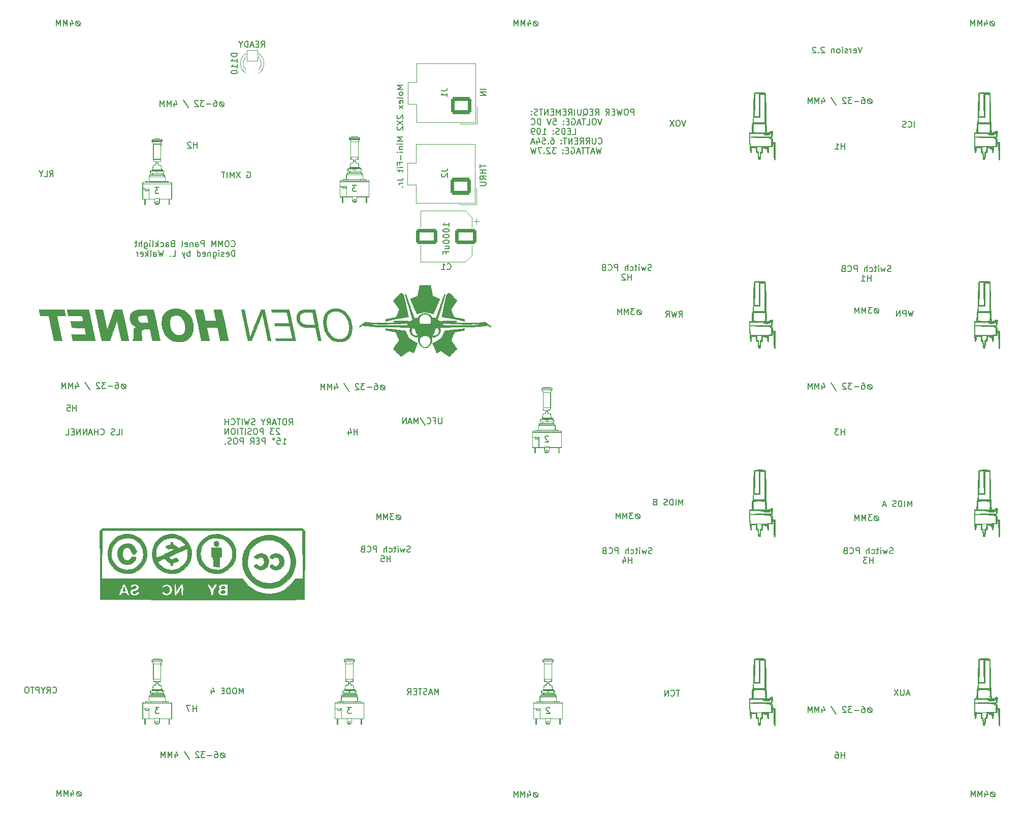
<source format=gbr>
%TF.GenerationSoftware,KiCad,Pcbnew,(6.0.9)*%
%TF.CreationDate,2022-12-07T12:29:01-09:00*%
%TF.ProjectId,COMM Panel,434f4d4d-2050-4616-9e65-6c2e6b696361,rev?*%
%TF.SameCoordinates,Original*%
%TF.FileFunction,Legend,Bot*%
%TF.FilePolarity,Positive*%
%FSLAX46Y46*%
G04 Gerber Fmt 4.6, Leading zero omitted, Abs format (unit mm)*
G04 Created by KiCad (PCBNEW (6.0.9)) date 2022-12-07 12:29:01*
%MOMM*%
%LPD*%
G01*
G04 APERTURE LIST*
G04 Aperture macros list*
%AMRoundRect*
0 Rectangle with rounded corners*
0 $1 Rounding radius*
0 $2 $3 $4 $5 $6 $7 $8 $9 X,Y pos of 4 corners*
0 Add a 4 corners polygon primitive as box body*
4,1,4,$2,$3,$4,$5,$6,$7,$8,$9,$2,$3,0*
0 Add four circle primitives for the rounded corners*
1,1,$1+$1,$2,$3*
1,1,$1+$1,$4,$5*
1,1,$1+$1,$6,$7*
1,1,$1+$1,$8,$9*
0 Add four rect primitives between the rounded corners*
20,1,$1+$1,$2,$3,$4,$5,0*
20,1,$1+$1,$4,$5,$6,$7,0*
20,1,$1+$1,$6,$7,$8,$9,0*
20,1,$1+$1,$8,$9,$2,$3,0*%
G04 Aperture macros list end*
%ADD10C,0.150000*%
%ADD11C,0.120000*%
%ADD12C,0.010000*%
%ADD13C,0.100000*%
%ADD14O,3.400000X2.800000*%
%ADD15RoundRect,0.300001X1.399999X-1.099999X1.399999X1.099999X-1.399999X1.099999X-1.399999X-1.099999X0*%
%ADD16C,12.800000*%
%ADD17C,4.400000*%
%ADD18C,7.640752*%
%ADD19C,2.481250*%
%ADD20C,1.900000*%
%ADD21RoundRect,0.050000X-0.900000X0.900000X-0.900000X-0.900000X0.900000X-0.900000X0.900000X0.900000X0*%
%ADD22RoundRect,0.300000X1.500000X1.000000X-1.500000X1.000000X-1.500000X-1.000000X1.500000X-1.000000X0*%
G04 APERTURE END LIST*
D10*
X140426700Y-58748230D02*
X140426700Y-58176801D01*
X140426700Y-58462516D02*
X139426700Y-58462516D01*
X139569558Y-58367278D01*
X139664796Y-58272040D01*
X139712415Y-58176801D01*
X139426700Y-59367278D02*
X139426700Y-59462516D01*
X139474320Y-59557754D01*
X139521939Y-59605373D01*
X139617177Y-59652992D01*
X139807653Y-59700611D01*
X140045748Y-59700611D01*
X140236224Y-59652992D01*
X140331462Y-59605373D01*
X140379081Y-59557754D01*
X140426700Y-59462516D01*
X140426700Y-59367278D01*
X140379081Y-59272040D01*
X140331462Y-59224420D01*
X140236224Y-59176801D01*
X140045748Y-59129182D01*
X139807653Y-59129182D01*
X139617177Y-59176801D01*
X139521939Y-59224420D01*
X139474320Y-59272040D01*
X139426700Y-59367278D01*
X139426700Y-60319659D02*
X139426700Y-60414897D01*
X139474320Y-60510135D01*
X139521939Y-60557754D01*
X139617177Y-60605373D01*
X139807653Y-60652992D01*
X140045748Y-60652992D01*
X140236224Y-60605373D01*
X140331462Y-60557754D01*
X140379081Y-60510135D01*
X140426700Y-60414897D01*
X140426700Y-60319659D01*
X140379081Y-60224420D01*
X140331462Y-60176801D01*
X140236224Y-60129182D01*
X140045748Y-60081563D01*
X139807653Y-60081563D01*
X139617177Y-60129182D01*
X139521939Y-60176801D01*
X139474320Y-60224420D01*
X139426700Y-60319659D01*
X139426700Y-61272040D02*
X139426700Y-61367278D01*
X139474320Y-61462516D01*
X139521939Y-61510135D01*
X139617177Y-61557754D01*
X139807653Y-61605373D01*
X140045748Y-61605373D01*
X140236224Y-61557754D01*
X140331462Y-61510135D01*
X140379081Y-61462516D01*
X140426700Y-61367278D01*
X140426700Y-61272040D01*
X140379081Y-61176801D01*
X140331462Y-61129182D01*
X140236224Y-61081563D01*
X140045748Y-61033944D01*
X139807653Y-61033944D01*
X139617177Y-61081563D01*
X139521939Y-61129182D01*
X139474320Y-61176801D01*
X139426700Y-61272040D01*
X139760034Y-62462516D02*
X140426700Y-62462516D01*
X139760034Y-62033944D02*
X140283843Y-62033944D01*
X140379081Y-62081563D01*
X140426700Y-62176801D01*
X140426700Y-62319659D01*
X140379081Y-62414897D01*
X140331462Y-62462516D01*
X139902891Y-63272040D02*
X139902891Y-62938706D01*
X140426700Y-62938706D02*
X139426700Y-62938706D01*
X139426700Y-63414897D01*
X171205614Y-40158380D02*
X171205614Y-39158380D01*
X170824661Y-39158380D01*
X170729423Y-39206000D01*
X170681804Y-39253619D01*
X170634185Y-39348857D01*
X170634185Y-39491714D01*
X170681804Y-39586952D01*
X170729423Y-39634571D01*
X170824661Y-39682190D01*
X171205614Y-39682190D01*
X170015138Y-39158380D02*
X169824661Y-39158380D01*
X169729423Y-39206000D01*
X169634185Y-39301238D01*
X169586566Y-39491714D01*
X169586566Y-39825047D01*
X169634185Y-40015523D01*
X169729423Y-40110761D01*
X169824661Y-40158380D01*
X170015138Y-40158380D01*
X170110376Y-40110761D01*
X170205614Y-40015523D01*
X170253233Y-39825047D01*
X170253233Y-39491714D01*
X170205614Y-39301238D01*
X170110376Y-39206000D01*
X170015138Y-39158380D01*
X169253233Y-39158380D02*
X169015138Y-40158380D01*
X168824661Y-39444095D01*
X168634185Y-40158380D01*
X168396090Y-39158380D01*
X168015138Y-39634571D02*
X167681804Y-39634571D01*
X167538947Y-40158380D02*
X168015138Y-40158380D01*
X168015138Y-39158380D01*
X167538947Y-39158380D01*
X166538947Y-40158380D02*
X166872280Y-39682190D01*
X167110376Y-40158380D02*
X167110376Y-39158380D01*
X166729423Y-39158380D01*
X166634185Y-39206000D01*
X166586566Y-39253619D01*
X166538947Y-39348857D01*
X166538947Y-39491714D01*
X166586566Y-39586952D01*
X166634185Y-39634571D01*
X166729423Y-39682190D01*
X167110376Y-39682190D01*
X164777042Y-40158380D02*
X165110376Y-39682190D01*
X165348471Y-40158380D02*
X165348471Y-39158380D01*
X164967519Y-39158380D01*
X164872280Y-39206000D01*
X164824661Y-39253619D01*
X164777042Y-39348857D01*
X164777042Y-39491714D01*
X164824661Y-39586952D01*
X164872280Y-39634571D01*
X164967519Y-39682190D01*
X165348471Y-39682190D01*
X164348471Y-39634571D02*
X164015138Y-39634571D01*
X163872280Y-40158380D02*
X164348471Y-40158380D01*
X164348471Y-39158380D01*
X163872280Y-39158380D01*
X162777042Y-40253619D02*
X162872280Y-40206000D01*
X162967519Y-40110761D01*
X163110376Y-39967904D01*
X163205614Y-39920285D01*
X163300852Y-39920285D01*
X163253233Y-40158380D02*
X163348471Y-40110761D01*
X163443709Y-40015523D01*
X163491328Y-39825047D01*
X163491328Y-39491714D01*
X163443709Y-39301238D01*
X163348471Y-39206000D01*
X163253233Y-39158380D01*
X163062757Y-39158380D01*
X162967519Y-39206000D01*
X162872280Y-39301238D01*
X162824661Y-39491714D01*
X162824661Y-39825047D01*
X162872280Y-40015523D01*
X162967519Y-40110761D01*
X163062757Y-40158380D01*
X163253233Y-40158380D01*
X162396090Y-39158380D02*
X162396090Y-39967904D01*
X162348471Y-40063142D01*
X162300852Y-40110761D01*
X162205614Y-40158380D01*
X162015138Y-40158380D01*
X161919900Y-40110761D01*
X161872280Y-40063142D01*
X161824661Y-39967904D01*
X161824661Y-39158380D01*
X161348471Y-40158380D02*
X161348471Y-39158380D01*
X160300852Y-40158380D02*
X160634185Y-39682190D01*
X160872280Y-40158380D02*
X160872280Y-39158380D01*
X160491328Y-39158380D01*
X160396090Y-39206000D01*
X160348471Y-39253619D01*
X160300852Y-39348857D01*
X160300852Y-39491714D01*
X160348471Y-39586952D01*
X160396090Y-39634571D01*
X160491328Y-39682190D01*
X160872280Y-39682190D01*
X159872280Y-39634571D02*
X159538947Y-39634571D01*
X159396090Y-40158380D02*
X159872280Y-40158380D01*
X159872280Y-39158380D01*
X159396090Y-39158380D01*
X158967519Y-40158380D02*
X158967519Y-39158380D01*
X158634185Y-39872666D01*
X158300852Y-39158380D01*
X158300852Y-40158380D01*
X157824661Y-39634571D02*
X157491328Y-39634571D01*
X157348471Y-40158380D02*
X157824661Y-40158380D01*
X157824661Y-39158380D01*
X157348471Y-39158380D01*
X156919900Y-40158380D02*
X156919900Y-39158380D01*
X156348471Y-40158380D01*
X156348471Y-39158380D01*
X156015138Y-39158380D02*
X155443709Y-39158380D01*
X155729423Y-40158380D02*
X155729423Y-39158380D01*
X155157995Y-40110761D02*
X155015138Y-40158380D01*
X154777042Y-40158380D01*
X154681804Y-40110761D01*
X154634185Y-40063142D01*
X154586566Y-39967904D01*
X154586566Y-39872666D01*
X154634185Y-39777428D01*
X154681804Y-39729809D01*
X154777042Y-39682190D01*
X154967519Y-39634571D01*
X155062757Y-39586952D01*
X155110376Y-39539333D01*
X155157995Y-39444095D01*
X155157995Y-39348857D01*
X155110376Y-39253619D01*
X155062757Y-39206000D01*
X154967519Y-39158380D01*
X154729423Y-39158380D01*
X154586566Y-39206000D01*
X154157995Y-40063142D02*
X154110376Y-40110761D01*
X154157995Y-40158380D01*
X154205614Y-40110761D01*
X154157995Y-40063142D01*
X154157995Y-40158380D01*
X154157995Y-39539333D02*
X154110376Y-39586952D01*
X154157995Y-39634571D01*
X154205614Y-39586952D01*
X154157995Y-39539333D01*
X154157995Y-39634571D01*
X165872280Y-40768380D02*
X165538947Y-41768380D01*
X165205614Y-40768380D01*
X164681804Y-40768380D02*
X164491328Y-40768380D01*
X164396090Y-40816000D01*
X164300852Y-40911238D01*
X164253233Y-41101714D01*
X164253233Y-41435047D01*
X164300852Y-41625523D01*
X164396090Y-41720761D01*
X164491328Y-41768380D01*
X164681804Y-41768380D01*
X164777042Y-41720761D01*
X164872280Y-41625523D01*
X164919900Y-41435047D01*
X164919900Y-41101714D01*
X164872280Y-40911238D01*
X164777042Y-40816000D01*
X164681804Y-40768380D01*
X163348471Y-41768380D02*
X163824661Y-41768380D01*
X163824661Y-40768380D01*
X163157995Y-40768380D02*
X162586566Y-40768380D01*
X162872280Y-41768380D02*
X162872280Y-40768380D01*
X162300852Y-41482666D02*
X161824661Y-41482666D01*
X162396090Y-41768380D02*
X162062757Y-40768380D01*
X161729423Y-41768380D01*
X160872280Y-40816000D02*
X160967519Y-40768380D01*
X161110376Y-40768380D01*
X161253233Y-40816000D01*
X161348471Y-40911238D01*
X161396090Y-41006476D01*
X161443709Y-41196952D01*
X161443709Y-41339809D01*
X161396090Y-41530285D01*
X161348471Y-41625523D01*
X161253233Y-41720761D01*
X161110376Y-41768380D01*
X161015138Y-41768380D01*
X160872280Y-41720761D01*
X160824661Y-41673142D01*
X160824661Y-41339809D01*
X161015138Y-41339809D01*
X160396090Y-41244571D02*
X160062757Y-41244571D01*
X159919900Y-41768380D02*
X160396090Y-41768380D01*
X160396090Y-40768380D01*
X159919900Y-40768380D01*
X159491328Y-41673142D02*
X159443709Y-41720761D01*
X159491328Y-41768380D01*
X159538947Y-41720761D01*
X159491328Y-41673142D01*
X159491328Y-41768380D01*
X159491328Y-41149333D02*
X159443709Y-41196952D01*
X159491328Y-41244571D01*
X159538947Y-41196952D01*
X159491328Y-41149333D01*
X159491328Y-41244571D01*
X157777042Y-40768380D02*
X158253233Y-40768380D01*
X158300852Y-41244571D01*
X158253233Y-41196952D01*
X158157995Y-41149333D01*
X157919900Y-41149333D01*
X157824661Y-41196952D01*
X157777042Y-41244571D01*
X157729423Y-41339809D01*
X157729423Y-41577904D01*
X157777042Y-41673142D01*
X157824661Y-41720761D01*
X157919900Y-41768380D01*
X158157995Y-41768380D01*
X158253233Y-41720761D01*
X158300852Y-41673142D01*
X157443709Y-40768380D02*
X157110376Y-41768380D01*
X156777042Y-40768380D01*
X155681804Y-41768380D02*
X155681804Y-40768380D01*
X155443709Y-40768380D01*
X155300852Y-40816000D01*
X155205614Y-40911238D01*
X155157995Y-41006476D01*
X155110376Y-41196952D01*
X155110376Y-41339809D01*
X155157995Y-41530285D01*
X155205614Y-41625523D01*
X155300852Y-41720761D01*
X155443709Y-41768380D01*
X155681804Y-41768380D01*
X154110376Y-41673142D02*
X154157995Y-41720761D01*
X154300852Y-41768380D01*
X154396090Y-41768380D01*
X154538947Y-41720761D01*
X154634185Y-41625523D01*
X154681804Y-41530285D01*
X154729423Y-41339809D01*
X154729423Y-41196952D01*
X154681804Y-41006476D01*
X154634185Y-40911238D01*
X154538947Y-40816000D01*
X154396090Y-40768380D01*
X154300852Y-40768380D01*
X154157995Y-40816000D01*
X154110376Y-40863619D01*
X160967519Y-43378380D02*
X161443709Y-43378380D01*
X161443709Y-42378380D01*
X160634185Y-42854571D02*
X160300852Y-42854571D01*
X160157995Y-43378380D02*
X160634185Y-43378380D01*
X160634185Y-42378380D01*
X160157995Y-42378380D01*
X159729423Y-43378380D02*
X159729423Y-42378380D01*
X159491328Y-42378380D01*
X159348471Y-42426000D01*
X159253233Y-42521238D01*
X159205614Y-42616476D01*
X159157995Y-42806952D01*
X159157995Y-42949809D01*
X159205614Y-43140285D01*
X159253233Y-43235523D01*
X159348471Y-43330761D01*
X159491328Y-43378380D01*
X159729423Y-43378380D01*
X158777042Y-43330761D02*
X158634185Y-43378380D01*
X158396090Y-43378380D01*
X158300852Y-43330761D01*
X158253233Y-43283142D01*
X158205614Y-43187904D01*
X158205614Y-43092666D01*
X158253233Y-42997428D01*
X158300852Y-42949809D01*
X158396090Y-42902190D01*
X158586566Y-42854571D01*
X158681804Y-42806952D01*
X158729423Y-42759333D01*
X158777042Y-42664095D01*
X158777042Y-42568857D01*
X158729423Y-42473619D01*
X158681804Y-42426000D01*
X158586566Y-42378380D01*
X158348471Y-42378380D01*
X158205614Y-42426000D01*
X157777042Y-43283142D02*
X157729423Y-43330761D01*
X157777042Y-43378380D01*
X157824661Y-43330761D01*
X157777042Y-43283142D01*
X157777042Y-43378380D01*
X157777042Y-42759333D02*
X157729423Y-42806952D01*
X157777042Y-42854571D01*
X157824661Y-42806952D01*
X157777042Y-42759333D01*
X157777042Y-42854571D01*
X156015138Y-43378380D02*
X156586566Y-43378380D01*
X156300852Y-43378380D02*
X156300852Y-42378380D01*
X156396090Y-42521238D01*
X156491328Y-42616476D01*
X156586566Y-42664095D01*
X155396090Y-42378380D02*
X155300852Y-42378380D01*
X155205614Y-42426000D01*
X155157995Y-42473619D01*
X155110376Y-42568857D01*
X155062757Y-42759333D01*
X155062757Y-42997428D01*
X155110376Y-43187904D01*
X155157995Y-43283142D01*
X155205614Y-43330761D01*
X155300852Y-43378380D01*
X155396090Y-43378380D01*
X155491328Y-43330761D01*
X155538947Y-43283142D01*
X155586566Y-43187904D01*
X155634185Y-42997428D01*
X155634185Y-42759333D01*
X155586566Y-42568857D01*
X155538947Y-42473619D01*
X155491328Y-42426000D01*
X155396090Y-42378380D01*
X154586566Y-43378380D02*
X154396090Y-43378380D01*
X154300852Y-43330761D01*
X154253233Y-43283142D01*
X154157995Y-43140285D01*
X154110376Y-42949809D01*
X154110376Y-42568857D01*
X154157995Y-42473619D01*
X154205614Y-42426000D01*
X154300852Y-42378380D01*
X154491328Y-42378380D01*
X154586566Y-42426000D01*
X154634185Y-42473619D01*
X154681804Y-42568857D01*
X154681804Y-42806952D01*
X154634185Y-42902190D01*
X154586566Y-42949809D01*
X154491328Y-42997428D01*
X154300852Y-42997428D01*
X154205614Y-42949809D01*
X154157995Y-42902190D01*
X154110376Y-42806952D01*
X165300852Y-44893142D02*
X165348471Y-44940761D01*
X165491328Y-44988380D01*
X165586566Y-44988380D01*
X165729423Y-44940761D01*
X165824661Y-44845523D01*
X165872280Y-44750285D01*
X165919900Y-44559809D01*
X165919900Y-44416952D01*
X165872280Y-44226476D01*
X165824661Y-44131238D01*
X165729423Y-44036000D01*
X165586566Y-43988380D01*
X165491328Y-43988380D01*
X165348471Y-44036000D01*
X165300852Y-44083619D01*
X164872280Y-43988380D02*
X164872280Y-44797904D01*
X164824661Y-44893142D01*
X164777042Y-44940761D01*
X164681804Y-44988380D01*
X164491328Y-44988380D01*
X164396090Y-44940761D01*
X164348471Y-44893142D01*
X164300852Y-44797904D01*
X164300852Y-43988380D01*
X163253233Y-44988380D02*
X163586566Y-44512190D01*
X163824661Y-44988380D02*
X163824661Y-43988380D01*
X163443709Y-43988380D01*
X163348471Y-44036000D01*
X163300852Y-44083619D01*
X163253233Y-44178857D01*
X163253233Y-44321714D01*
X163300852Y-44416952D01*
X163348471Y-44464571D01*
X163443709Y-44512190D01*
X163824661Y-44512190D01*
X162253233Y-44988380D02*
X162586566Y-44512190D01*
X162824661Y-44988380D02*
X162824661Y-43988380D01*
X162443709Y-43988380D01*
X162348471Y-44036000D01*
X162300852Y-44083619D01*
X162253233Y-44178857D01*
X162253233Y-44321714D01*
X162300852Y-44416952D01*
X162348471Y-44464571D01*
X162443709Y-44512190D01*
X162824661Y-44512190D01*
X161824661Y-44464571D02*
X161491328Y-44464571D01*
X161348471Y-44988380D02*
X161824661Y-44988380D01*
X161824661Y-43988380D01*
X161348471Y-43988380D01*
X160919900Y-44988380D02*
X160919900Y-43988380D01*
X160348471Y-44988380D01*
X160348471Y-43988380D01*
X160015138Y-43988380D02*
X159443709Y-43988380D01*
X159729423Y-44988380D02*
X159729423Y-43988380D01*
X159110376Y-44893142D02*
X159062757Y-44940761D01*
X159110376Y-44988380D01*
X159157995Y-44940761D01*
X159110376Y-44893142D01*
X159110376Y-44988380D01*
X159110376Y-44369333D02*
X159062757Y-44416952D01*
X159110376Y-44464571D01*
X159157995Y-44416952D01*
X159110376Y-44369333D01*
X159110376Y-44464571D01*
X157443709Y-43988380D02*
X157634185Y-43988380D01*
X157729423Y-44036000D01*
X157777042Y-44083619D01*
X157872280Y-44226476D01*
X157919900Y-44416952D01*
X157919900Y-44797904D01*
X157872280Y-44893142D01*
X157824661Y-44940761D01*
X157729423Y-44988380D01*
X157538947Y-44988380D01*
X157443709Y-44940761D01*
X157396090Y-44893142D01*
X157348471Y-44797904D01*
X157348471Y-44559809D01*
X157396090Y-44464571D01*
X157443709Y-44416952D01*
X157538947Y-44369333D01*
X157729423Y-44369333D01*
X157824661Y-44416952D01*
X157872280Y-44464571D01*
X157919900Y-44559809D01*
X156919900Y-44893142D02*
X156872280Y-44940761D01*
X156919900Y-44988380D01*
X156967519Y-44940761D01*
X156919900Y-44893142D01*
X156919900Y-44988380D01*
X155967519Y-43988380D02*
X156443709Y-43988380D01*
X156491328Y-44464571D01*
X156443709Y-44416952D01*
X156348471Y-44369333D01*
X156110376Y-44369333D01*
X156015138Y-44416952D01*
X155967519Y-44464571D01*
X155919900Y-44559809D01*
X155919900Y-44797904D01*
X155967519Y-44893142D01*
X156015138Y-44940761D01*
X156110376Y-44988380D01*
X156348471Y-44988380D01*
X156443709Y-44940761D01*
X156491328Y-44893142D01*
X155062757Y-44321714D02*
X155062757Y-44988380D01*
X155300852Y-43940761D02*
X155538947Y-44655047D01*
X154919900Y-44655047D01*
X154586566Y-44702666D02*
X154110376Y-44702666D01*
X154681804Y-44988380D02*
X154348471Y-43988380D01*
X154015138Y-44988380D01*
X165777042Y-45598380D02*
X165538947Y-46598380D01*
X165348471Y-45884095D01*
X165157995Y-46598380D01*
X164919900Y-45598380D01*
X164586566Y-46312666D02*
X164110376Y-46312666D01*
X164681804Y-46598380D02*
X164348471Y-45598380D01*
X164015138Y-46598380D01*
X163824661Y-45598380D02*
X163253233Y-45598380D01*
X163538947Y-46598380D02*
X163538947Y-45598380D01*
X163062757Y-45598380D02*
X162491328Y-45598380D01*
X162777042Y-46598380D02*
X162777042Y-45598380D01*
X162205614Y-46312666D02*
X161729423Y-46312666D01*
X162300852Y-46598380D02*
X161967519Y-45598380D01*
X161634185Y-46598380D01*
X160777042Y-45646000D02*
X160872280Y-45598380D01*
X161015138Y-45598380D01*
X161157995Y-45646000D01*
X161253233Y-45741238D01*
X161300852Y-45836476D01*
X161348471Y-46026952D01*
X161348471Y-46169809D01*
X161300852Y-46360285D01*
X161253233Y-46455523D01*
X161157995Y-46550761D01*
X161015138Y-46598380D01*
X160919900Y-46598380D01*
X160777042Y-46550761D01*
X160729423Y-46503142D01*
X160729423Y-46169809D01*
X160919900Y-46169809D01*
X160300852Y-46074571D02*
X159967519Y-46074571D01*
X159824661Y-46598380D02*
X160300852Y-46598380D01*
X160300852Y-45598380D01*
X159824661Y-45598380D01*
X159396090Y-46503142D02*
X159348471Y-46550761D01*
X159396090Y-46598380D01*
X159443709Y-46550761D01*
X159396090Y-46503142D01*
X159396090Y-46598380D01*
X159396090Y-45979333D02*
X159348471Y-46026952D01*
X159396090Y-46074571D01*
X159443709Y-46026952D01*
X159396090Y-45979333D01*
X159396090Y-46074571D01*
X158253233Y-45598380D02*
X157634185Y-45598380D01*
X157967519Y-45979333D01*
X157824661Y-45979333D01*
X157729423Y-46026952D01*
X157681804Y-46074571D01*
X157634185Y-46169809D01*
X157634185Y-46407904D01*
X157681804Y-46503142D01*
X157729423Y-46550761D01*
X157824661Y-46598380D01*
X158110376Y-46598380D01*
X158205614Y-46550761D01*
X158253233Y-46503142D01*
X157253233Y-45693619D02*
X157205614Y-45646000D01*
X157110376Y-45598380D01*
X156872280Y-45598380D01*
X156777042Y-45646000D01*
X156729423Y-45693619D01*
X156681804Y-45788857D01*
X156681804Y-45884095D01*
X156729423Y-46026952D01*
X157300852Y-46598380D01*
X156681804Y-46598380D01*
X156253233Y-46503142D02*
X156205614Y-46550761D01*
X156253233Y-46598380D01*
X156300852Y-46550761D01*
X156253233Y-46503142D01*
X156253233Y-46598380D01*
X155872280Y-45598380D02*
X155205614Y-45598380D01*
X155634185Y-46598380D01*
X154919900Y-45598380D02*
X154681804Y-46598380D01*
X154491328Y-45884095D01*
X154300852Y-46598380D01*
X154062757Y-45598380D01*
X171945085Y-106776876D02*
X171754609Y-106776876D01*
X171564133Y-106872114D01*
X171468895Y-107062590D01*
X171468895Y-107253066D01*
X171564133Y-107443542D01*
X171754609Y-107538780D01*
X171945085Y-107538780D01*
X172135561Y-107443542D01*
X172230800Y-107253066D01*
X172230800Y-107062590D01*
X172135561Y-106872114D01*
X171945085Y-106776876D01*
X171468895Y-106776876D02*
X172230800Y-107538780D01*
X171087942Y-106538780D02*
X170468895Y-106538780D01*
X170802228Y-106919733D01*
X170659371Y-106919733D01*
X170564133Y-106967352D01*
X170516514Y-107014971D01*
X170468895Y-107110209D01*
X170468895Y-107348304D01*
X170516514Y-107443542D01*
X170564133Y-107491161D01*
X170659371Y-107538780D01*
X170945085Y-107538780D01*
X171040323Y-107491161D01*
X171087942Y-107443542D01*
X170040323Y-107538780D02*
X170040323Y-106538780D01*
X169706990Y-107253066D01*
X169373657Y-106538780D01*
X169373657Y-107538780D01*
X168897466Y-107538780D02*
X168897466Y-106538780D01*
X168564133Y-107253066D01*
X168230800Y-106538780D01*
X168230800Y-107538780D01*
X174224438Y-113290161D02*
X174081580Y-113337780D01*
X173843485Y-113337780D01*
X173748247Y-113290161D01*
X173700628Y-113242542D01*
X173653009Y-113147304D01*
X173653009Y-113052066D01*
X173700628Y-112956828D01*
X173748247Y-112909209D01*
X173843485Y-112861590D01*
X174033961Y-112813971D01*
X174129200Y-112766352D01*
X174176819Y-112718733D01*
X174224438Y-112623495D01*
X174224438Y-112528257D01*
X174176819Y-112433019D01*
X174129200Y-112385400D01*
X174033961Y-112337780D01*
X173795866Y-112337780D01*
X173653009Y-112385400D01*
X173319676Y-112671114D02*
X173129200Y-113337780D01*
X172938723Y-112861590D01*
X172748247Y-113337780D01*
X172557771Y-112671114D01*
X172176819Y-113337780D02*
X172176819Y-112671114D01*
X172176819Y-112337780D02*
X172224438Y-112385400D01*
X172176819Y-112433019D01*
X172129200Y-112385400D01*
X172176819Y-112337780D01*
X172176819Y-112433019D01*
X171843485Y-112671114D02*
X171462533Y-112671114D01*
X171700628Y-112337780D02*
X171700628Y-113194923D01*
X171653009Y-113290161D01*
X171557771Y-113337780D01*
X171462533Y-113337780D01*
X170700628Y-113290161D02*
X170795866Y-113337780D01*
X170986342Y-113337780D01*
X171081580Y-113290161D01*
X171129200Y-113242542D01*
X171176819Y-113147304D01*
X171176819Y-112861590D01*
X171129200Y-112766352D01*
X171081580Y-112718733D01*
X170986342Y-112671114D01*
X170795866Y-112671114D01*
X170700628Y-112718733D01*
X170272057Y-113337780D02*
X170272057Y-112337780D01*
X169843485Y-113337780D02*
X169843485Y-112813971D01*
X169891104Y-112718733D01*
X169986342Y-112671114D01*
X170129200Y-112671114D01*
X170224438Y-112718733D01*
X170272057Y-112766352D01*
X168605390Y-113337780D02*
X168605390Y-112337780D01*
X168224438Y-112337780D01*
X168129200Y-112385400D01*
X168081580Y-112433019D01*
X168033961Y-112528257D01*
X168033961Y-112671114D01*
X168081580Y-112766352D01*
X168129200Y-112813971D01*
X168224438Y-112861590D01*
X168605390Y-112861590D01*
X167033961Y-113242542D02*
X167081580Y-113290161D01*
X167224438Y-113337780D01*
X167319676Y-113337780D01*
X167462533Y-113290161D01*
X167557771Y-113194923D01*
X167605390Y-113099685D01*
X167653009Y-112909209D01*
X167653009Y-112766352D01*
X167605390Y-112575876D01*
X167557771Y-112480638D01*
X167462533Y-112385400D01*
X167319676Y-112337780D01*
X167224438Y-112337780D01*
X167081580Y-112385400D01*
X167033961Y-112433019D01*
X166272057Y-112813971D02*
X166129200Y-112861590D01*
X166081580Y-112909209D01*
X166033961Y-113004447D01*
X166033961Y-113147304D01*
X166081580Y-113242542D01*
X166129200Y-113290161D01*
X166224438Y-113337780D01*
X166605390Y-113337780D01*
X166605390Y-112337780D01*
X166272057Y-112337780D01*
X166176819Y-112385400D01*
X166129200Y-112433019D01*
X166081580Y-112528257D01*
X166081580Y-112623495D01*
X166129200Y-112718733D01*
X166176819Y-112766352D01*
X166272057Y-112813971D01*
X166605390Y-112813971D01*
X170891104Y-114947780D02*
X170891104Y-113947780D01*
X170891104Y-114423971D02*
X170319676Y-114423971D01*
X170319676Y-114947780D02*
X170319676Y-113947780D01*
X169414914Y-114281114D02*
X169414914Y-114947780D01*
X169653009Y-113900161D02*
X169891104Y-114614447D01*
X169272057Y-114614447D01*
X113723042Y-91857180D02*
X114056376Y-91380990D01*
X114294471Y-91857180D02*
X114294471Y-90857180D01*
X113913519Y-90857180D01*
X113818280Y-90904800D01*
X113770661Y-90952419D01*
X113723042Y-91047657D01*
X113723042Y-91190514D01*
X113770661Y-91285752D01*
X113818280Y-91333371D01*
X113913519Y-91380990D01*
X114294471Y-91380990D01*
X113103995Y-90857180D02*
X112913519Y-90857180D01*
X112818280Y-90904800D01*
X112723042Y-91000038D01*
X112675423Y-91190514D01*
X112675423Y-91523847D01*
X112723042Y-91714323D01*
X112818280Y-91809561D01*
X112913519Y-91857180D01*
X113103995Y-91857180D01*
X113199233Y-91809561D01*
X113294471Y-91714323D01*
X113342090Y-91523847D01*
X113342090Y-91190514D01*
X113294471Y-91000038D01*
X113199233Y-90904800D01*
X113103995Y-90857180D01*
X112389709Y-90857180D02*
X111818280Y-90857180D01*
X112103995Y-91857180D02*
X112103995Y-90857180D01*
X111532566Y-91571466D02*
X111056376Y-91571466D01*
X111627804Y-91857180D02*
X111294471Y-90857180D01*
X110961138Y-91857180D01*
X110056376Y-91857180D02*
X110389709Y-91380990D01*
X110627804Y-91857180D02*
X110627804Y-90857180D01*
X110246852Y-90857180D01*
X110151614Y-90904800D01*
X110103995Y-90952419D01*
X110056376Y-91047657D01*
X110056376Y-91190514D01*
X110103995Y-91285752D01*
X110151614Y-91333371D01*
X110246852Y-91380990D01*
X110627804Y-91380990D01*
X109437328Y-91380990D02*
X109437328Y-91857180D01*
X109770661Y-90857180D02*
X109437328Y-91380990D01*
X109103995Y-90857180D01*
X108056376Y-91809561D02*
X107913519Y-91857180D01*
X107675423Y-91857180D01*
X107580185Y-91809561D01*
X107532566Y-91761942D01*
X107484947Y-91666704D01*
X107484947Y-91571466D01*
X107532566Y-91476228D01*
X107580185Y-91428609D01*
X107675423Y-91380990D01*
X107865900Y-91333371D01*
X107961138Y-91285752D01*
X108008757Y-91238133D01*
X108056376Y-91142895D01*
X108056376Y-91047657D01*
X108008757Y-90952419D01*
X107961138Y-90904800D01*
X107865900Y-90857180D01*
X107627804Y-90857180D01*
X107484947Y-90904800D01*
X107151614Y-90857180D02*
X106913519Y-91857180D01*
X106723042Y-91142895D01*
X106532566Y-91857180D01*
X106294471Y-90857180D01*
X105913519Y-91857180D02*
X105913519Y-90857180D01*
X105580185Y-90857180D02*
X105008757Y-90857180D01*
X105294471Y-91857180D02*
X105294471Y-90857180D01*
X104103995Y-91761942D02*
X104151614Y-91809561D01*
X104294471Y-91857180D01*
X104389709Y-91857180D01*
X104532566Y-91809561D01*
X104627804Y-91714323D01*
X104675423Y-91619085D01*
X104723042Y-91428609D01*
X104723042Y-91285752D01*
X104675423Y-91095276D01*
X104627804Y-91000038D01*
X104532566Y-90904800D01*
X104389709Y-90857180D01*
X104294471Y-90857180D01*
X104151614Y-90904800D01*
X104103995Y-90952419D01*
X103675423Y-91857180D02*
X103675423Y-90857180D01*
X103675423Y-91333371D02*
X103103995Y-91333371D01*
X103103995Y-91857180D02*
X103103995Y-90857180D01*
X112151614Y-92562419D02*
X112103995Y-92514800D01*
X112008757Y-92467180D01*
X111770661Y-92467180D01*
X111675423Y-92514800D01*
X111627804Y-92562419D01*
X111580185Y-92657657D01*
X111580185Y-92752895D01*
X111627804Y-92895752D01*
X112199233Y-93467180D01*
X111580185Y-93467180D01*
X111246852Y-92467180D02*
X110627804Y-92467180D01*
X110961138Y-92848133D01*
X110818280Y-92848133D01*
X110723042Y-92895752D01*
X110675423Y-92943371D01*
X110627804Y-93038609D01*
X110627804Y-93276704D01*
X110675423Y-93371942D01*
X110723042Y-93419561D01*
X110818280Y-93467180D01*
X111103995Y-93467180D01*
X111199233Y-93419561D01*
X111246852Y-93371942D01*
X109437328Y-93467180D02*
X109437328Y-92467180D01*
X109056376Y-92467180D01*
X108961138Y-92514800D01*
X108913519Y-92562419D01*
X108865900Y-92657657D01*
X108865900Y-92800514D01*
X108913519Y-92895752D01*
X108961138Y-92943371D01*
X109056376Y-92990990D01*
X109437328Y-92990990D01*
X108246852Y-92467180D02*
X108056376Y-92467180D01*
X107961138Y-92514800D01*
X107865900Y-92610038D01*
X107818280Y-92800514D01*
X107818280Y-93133847D01*
X107865900Y-93324323D01*
X107961138Y-93419561D01*
X108056376Y-93467180D01*
X108246852Y-93467180D01*
X108342090Y-93419561D01*
X108437328Y-93324323D01*
X108484947Y-93133847D01*
X108484947Y-92800514D01*
X108437328Y-92610038D01*
X108342090Y-92514800D01*
X108246852Y-92467180D01*
X107437328Y-93419561D02*
X107294471Y-93467180D01*
X107056376Y-93467180D01*
X106961138Y-93419561D01*
X106913519Y-93371942D01*
X106865900Y-93276704D01*
X106865900Y-93181466D01*
X106913519Y-93086228D01*
X106961138Y-93038609D01*
X107056376Y-92990990D01*
X107246852Y-92943371D01*
X107342090Y-92895752D01*
X107389709Y-92848133D01*
X107437328Y-92752895D01*
X107437328Y-92657657D01*
X107389709Y-92562419D01*
X107342090Y-92514800D01*
X107246852Y-92467180D01*
X107008757Y-92467180D01*
X106865900Y-92514800D01*
X106437328Y-93467180D02*
X106437328Y-92467180D01*
X106103995Y-92467180D02*
X105532566Y-92467180D01*
X105818280Y-93467180D02*
X105818280Y-92467180D01*
X105199233Y-93467180D02*
X105199233Y-92467180D01*
X104532566Y-92467180D02*
X104342090Y-92467180D01*
X104246852Y-92514800D01*
X104151614Y-92610038D01*
X104103995Y-92800514D01*
X104103995Y-93133847D01*
X104151614Y-93324323D01*
X104246852Y-93419561D01*
X104342090Y-93467180D01*
X104532566Y-93467180D01*
X104627804Y-93419561D01*
X104723042Y-93324323D01*
X104770661Y-93133847D01*
X104770661Y-92800514D01*
X104723042Y-92610038D01*
X104627804Y-92514800D01*
X104532566Y-92467180D01*
X103675423Y-93467180D02*
X103675423Y-92467180D01*
X103103995Y-93467180D01*
X103103995Y-92467180D01*
X112675423Y-95077180D02*
X113246852Y-95077180D01*
X112961138Y-95077180D02*
X112961138Y-94077180D01*
X113056376Y-94220038D01*
X113151614Y-94315276D01*
X113246852Y-94362895D01*
X111770661Y-94077180D02*
X112246852Y-94077180D01*
X112294471Y-94553371D01*
X112246852Y-94505752D01*
X112151614Y-94458133D01*
X111913519Y-94458133D01*
X111818280Y-94505752D01*
X111770661Y-94553371D01*
X111723042Y-94648609D01*
X111723042Y-94886704D01*
X111770661Y-94981942D01*
X111818280Y-95029561D01*
X111913519Y-95077180D01*
X112151614Y-95077180D01*
X112246852Y-95029561D01*
X112294471Y-94981942D01*
X111151614Y-94077180D02*
X111246852Y-94124800D01*
X111294471Y-94220038D01*
X111246852Y-94315276D01*
X111151614Y-94362895D01*
X111056376Y-94315276D01*
X111008757Y-94220038D01*
X111056376Y-94124800D01*
X111151614Y-94077180D01*
X109770661Y-95077180D02*
X109770661Y-94077180D01*
X109389709Y-94077180D01*
X109294471Y-94124800D01*
X109246852Y-94172419D01*
X109199233Y-94267657D01*
X109199233Y-94410514D01*
X109246852Y-94505752D01*
X109294471Y-94553371D01*
X109389709Y-94600990D01*
X109770661Y-94600990D01*
X108770661Y-94553371D02*
X108437328Y-94553371D01*
X108294471Y-95077180D02*
X108770661Y-95077180D01*
X108770661Y-94077180D01*
X108294471Y-94077180D01*
X107294471Y-95077180D02*
X107627804Y-94600990D01*
X107865900Y-95077180D02*
X107865900Y-94077180D01*
X107484947Y-94077180D01*
X107389709Y-94124800D01*
X107342090Y-94172419D01*
X107294471Y-94267657D01*
X107294471Y-94410514D01*
X107342090Y-94505752D01*
X107389709Y-94553371D01*
X107484947Y-94600990D01*
X107865900Y-94600990D01*
X106103995Y-95077180D02*
X106103995Y-94077180D01*
X105723042Y-94077180D01*
X105627804Y-94124800D01*
X105580185Y-94172419D01*
X105532566Y-94267657D01*
X105532566Y-94410514D01*
X105580185Y-94505752D01*
X105627804Y-94553371D01*
X105723042Y-94600990D01*
X106103995Y-94600990D01*
X104913519Y-94077180D02*
X104723042Y-94077180D01*
X104627804Y-94124800D01*
X104532566Y-94220038D01*
X104484947Y-94410514D01*
X104484947Y-94743847D01*
X104532566Y-94934323D01*
X104627804Y-95029561D01*
X104723042Y-95077180D01*
X104913519Y-95077180D01*
X105008757Y-95029561D01*
X105103995Y-94934323D01*
X105151614Y-94743847D01*
X105151614Y-94410514D01*
X105103995Y-94220038D01*
X105008757Y-94124800D01*
X104913519Y-94077180D01*
X104103995Y-95029561D02*
X103961138Y-95077180D01*
X103723042Y-95077180D01*
X103627804Y-95029561D01*
X103580185Y-94981942D01*
X103532566Y-94886704D01*
X103532566Y-94791466D01*
X103580185Y-94696228D01*
X103627804Y-94648609D01*
X103723042Y-94600990D01*
X103913519Y-94553371D01*
X104008757Y-94505752D01*
X104056376Y-94458133D01*
X104103995Y-94362895D01*
X104103995Y-94267657D01*
X104056376Y-94172419D01*
X104008757Y-94124800D01*
X103913519Y-94077180D01*
X103675423Y-94077180D01*
X103532566Y-94124800D01*
X103103995Y-94981942D02*
X103056376Y-95029561D01*
X103103995Y-95077180D01*
X103151614Y-95029561D01*
X103103995Y-94981942D01*
X103103995Y-95077180D01*
X132067085Y-106929276D02*
X131876609Y-106929276D01*
X131686133Y-107024514D01*
X131590895Y-107214990D01*
X131590895Y-107405466D01*
X131686133Y-107595942D01*
X131876609Y-107691180D01*
X132067085Y-107691180D01*
X132257561Y-107595942D01*
X132352800Y-107405466D01*
X132352800Y-107214990D01*
X132257561Y-107024514D01*
X132067085Y-106929276D01*
X131590895Y-106929276D02*
X132352800Y-107691180D01*
X131209942Y-106691180D02*
X130590895Y-106691180D01*
X130924228Y-107072133D01*
X130781371Y-107072133D01*
X130686133Y-107119752D01*
X130638514Y-107167371D01*
X130590895Y-107262609D01*
X130590895Y-107500704D01*
X130638514Y-107595942D01*
X130686133Y-107643561D01*
X130781371Y-107691180D01*
X131067085Y-107691180D01*
X131162323Y-107643561D01*
X131209942Y-107595942D01*
X130162323Y-107691180D02*
X130162323Y-106691180D01*
X129828990Y-107405466D01*
X129495657Y-106691180D01*
X129495657Y-107691180D01*
X129019466Y-107691180D02*
X129019466Y-106691180D01*
X128686133Y-107405466D01*
X128352800Y-106691180D01*
X128352800Y-107691180D01*
X133940038Y-113036161D02*
X133797180Y-113083780D01*
X133559085Y-113083780D01*
X133463847Y-113036161D01*
X133416228Y-112988542D01*
X133368609Y-112893304D01*
X133368609Y-112798066D01*
X133416228Y-112702828D01*
X133463847Y-112655209D01*
X133559085Y-112607590D01*
X133749561Y-112559971D01*
X133844800Y-112512352D01*
X133892419Y-112464733D01*
X133940038Y-112369495D01*
X133940038Y-112274257D01*
X133892419Y-112179019D01*
X133844800Y-112131400D01*
X133749561Y-112083780D01*
X133511466Y-112083780D01*
X133368609Y-112131400D01*
X133035276Y-112417114D02*
X132844800Y-113083780D01*
X132654323Y-112607590D01*
X132463847Y-113083780D01*
X132273371Y-112417114D01*
X131892419Y-113083780D02*
X131892419Y-112417114D01*
X131892419Y-112083780D02*
X131940038Y-112131400D01*
X131892419Y-112179019D01*
X131844800Y-112131400D01*
X131892419Y-112083780D01*
X131892419Y-112179019D01*
X131559085Y-112417114D02*
X131178133Y-112417114D01*
X131416228Y-112083780D02*
X131416228Y-112940923D01*
X131368609Y-113036161D01*
X131273371Y-113083780D01*
X131178133Y-113083780D01*
X130416228Y-113036161D02*
X130511466Y-113083780D01*
X130701942Y-113083780D01*
X130797180Y-113036161D01*
X130844800Y-112988542D01*
X130892419Y-112893304D01*
X130892419Y-112607590D01*
X130844800Y-112512352D01*
X130797180Y-112464733D01*
X130701942Y-112417114D01*
X130511466Y-112417114D01*
X130416228Y-112464733D01*
X129987657Y-113083780D02*
X129987657Y-112083780D01*
X129559085Y-113083780D02*
X129559085Y-112559971D01*
X129606704Y-112464733D01*
X129701942Y-112417114D01*
X129844800Y-112417114D01*
X129940038Y-112464733D01*
X129987657Y-112512352D01*
X128320990Y-113083780D02*
X128320990Y-112083780D01*
X127940038Y-112083780D01*
X127844800Y-112131400D01*
X127797180Y-112179019D01*
X127749561Y-112274257D01*
X127749561Y-112417114D01*
X127797180Y-112512352D01*
X127844800Y-112559971D01*
X127940038Y-112607590D01*
X128320990Y-112607590D01*
X126749561Y-112988542D02*
X126797180Y-113036161D01*
X126940038Y-113083780D01*
X127035276Y-113083780D01*
X127178133Y-113036161D01*
X127273371Y-112940923D01*
X127320990Y-112845685D01*
X127368609Y-112655209D01*
X127368609Y-112512352D01*
X127320990Y-112321876D01*
X127273371Y-112226638D01*
X127178133Y-112131400D01*
X127035276Y-112083780D01*
X126940038Y-112083780D01*
X126797180Y-112131400D01*
X126749561Y-112179019D01*
X125987657Y-112559971D02*
X125844800Y-112607590D01*
X125797180Y-112655209D01*
X125749561Y-112750447D01*
X125749561Y-112893304D01*
X125797180Y-112988542D01*
X125844800Y-113036161D01*
X125940038Y-113083780D01*
X126320990Y-113083780D01*
X126320990Y-112083780D01*
X125987657Y-112083780D01*
X125892419Y-112131400D01*
X125844800Y-112179019D01*
X125797180Y-112274257D01*
X125797180Y-112369495D01*
X125844800Y-112464733D01*
X125892419Y-112512352D01*
X125987657Y-112559971D01*
X126320990Y-112559971D01*
X130606704Y-114693780D02*
X130606704Y-113693780D01*
X130606704Y-114169971D02*
X130035276Y-114169971D01*
X130035276Y-114693780D02*
X130035276Y-113693780D01*
X129082895Y-113693780D02*
X129559085Y-113693780D01*
X129606704Y-114169971D01*
X129559085Y-114122352D01*
X129463847Y-114074733D01*
X129225752Y-114074733D01*
X129130514Y-114122352D01*
X129082895Y-114169971D01*
X129035276Y-114265209D01*
X129035276Y-114503304D01*
X129082895Y-114598542D01*
X129130514Y-114646161D01*
X129225752Y-114693780D01*
X129463847Y-114693780D01*
X129559085Y-114646161D01*
X129606704Y-114598542D01*
X211772285Y-107081676D02*
X211581809Y-107081676D01*
X211391333Y-107176914D01*
X211296095Y-107367390D01*
X211296095Y-107557866D01*
X211391333Y-107748342D01*
X211581809Y-107843580D01*
X211772285Y-107843580D01*
X211962761Y-107748342D01*
X212058000Y-107557866D01*
X212058000Y-107367390D01*
X211962761Y-107176914D01*
X211772285Y-107081676D01*
X211296095Y-107081676D02*
X212058000Y-107843580D01*
X210915142Y-106843580D02*
X210296095Y-106843580D01*
X210629428Y-107224533D01*
X210486571Y-107224533D01*
X210391333Y-107272152D01*
X210343714Y-107319771D01*
X210296095Y-107415009D01*
X210296095Y-107653104D01*
X210343714Y-107748342D01*
X210391333Y-107795961D01*
X210486571Y-107843580D01*
X210772285Y-107843580D01*
X210867523Y-107795961D01*
X210915142Y-107748342D01*
X209867523Y-107843580D02*
X209867523Y-106843580D01*
X209534190Y-107557866D01*
X209200857Y-106843580D01*
X209200857Y-107843580D01*
X208724666Y-107843580D02*
X208724666Y-106843580D01*
X208391333Y-107557866D01*
X208058000Y-106843580D01*
X208058000Y-107843580D01*
X172199085Y-72690076D02*
X172008609Y-72690076D01*
X171818133Y-72785314D01*
X171722895Y-72975790D01*
X171722895Y-73166266D01*
X171818133Y-73356742D01*
X172008609Y-73451980D01*
X172199085Y-73451980D01*
X172389561Y-73356742D01*
X172484800Y-73166266D01*
X172484800Y-72975790D01*
X172389561Y-72785314D01*
X172199085Y-72690076D01*
X171722895Y-72690076D02*
X172484800Y-73451980D01*
X171341942Y-72451980D02*
X170722895Y-72451980D01*
X171056228Y-72832933D01*
X170913371Y-72832933D01*
X170818133Y-72880552D01*
X170770514Y-72928171D01*
X170722895Y-73023409D01*
X170722895Y-73261504D01*
X170770514Y-73356742D01*
X170818133Y-73404361D01*
X170913371Y-73451980D01*
X171199085Y-73451980D01*
X171294323Y-73404361D01*
X171341942Y-73356742D01*
X170294323Y-73451980D02*
X170294323Y-72451980D01*
X169960990Y-73166266D01*
X169627657Y-72451980D01*
X169627657Y-73451980D01*
X169151466Y-73451980D02*
X169151466Y-72451980D01*
X168818133Y-73166266D01*
X168484800Y-72451980D01*
X168484800Y-73451980D01*
X211772285Y-72486876D02*
X211581809Y-72486876D01*
X211391333Y-72582114D01*
X211296095Y-72772590D01*
X211296095Y-72963066D01*
X211391333Y-73153542D01*
X211581809Y-73248780D01*
X211772285Y-73248780D01*
X211962761Y-73153542D01*
X212058000Y-72963066D01*
X212058000Y-72772590D01*
X211962761Y-72582114D01*
X211772285Y-72486876D01*
X211296095Y-72486876D02*
X212058000Y-73248780D01*
X210915142Y-72248780D02*
X210296095Y-72248780D01*
X210629428Y-72629733D01*
X210486571Y-72629733D01*
X210391333Y-72677352D01*
X210343714Y-72724971D01*
X210296095Y-72820209D01*
X210296095Y-73058304D01*
X210343714Y-73153542D01*
X210391333Y-73201161D01*
X210486571Y-73248780D01*
X210772285Y-73248780D01*
X210867523Y-73201161D01*
X210915142Y-73153542D01*
X209867523Y-73248780D02*
X209867523Y-72248780D01*
X209534190Y-72963066D01*
X209200857Y-72248780D01*
X209200857Y-73248780D01*
X208724666Y-73248780D02*
X208724666Y-72248780D01*
X208391333Y-72963066D01*
X208058000Y-72248780D01*
X208058000Y-73248780D01*
X154927085Y-153208076D02*
X154736609Y-153208076D01*
X154546133Y-153303314D01*
X154450895Y-153493790D01*
X154450895Y-153684266D01*
X154546133Y-153874742D01*
X154736609Y-153969980D01*
X154927085Y-153969980D01*
X155117561Y-153874742D01*
X155212800Y-153684266D01*
X155212800Y-153493790D01*
X155117561Y-153303314D01*
X154927085Y-153208076D01*
X154450895Y-153208076D02*
X155212800Y-153969980D01*
X153546133Y-153303314D02*
X153546133Y-153969980D01*
X153784228Y-152922361D02*
X154022323Y-153636647D01*
X153403276Y-153636647D01*
X153022323Y-153969980D02*
X153022323Y-152969980D01*
X152688990Y-153684266D01*
X152355657Y-152969980D01*
X152355657Y-153969980D01*
X151879466Y-153969980D02*
X151879466Y-152969980D01*
X151546133Y-153684266D01*
X151212800Y-152969980D01*
X151212800Y-153969980D01*
X231127085Y-153157276D02*
X230936609Y-153157276D01*
X230746133Y-153252514D01*
X230650895Y-153442990D01*
X230650895Y-153633466D01*
X230746133Y-153823942D01*
X230936609Y-153919180D01*
X231127085Y-153919180D01*
X231317561Y-153823942D01*
X231412800Y-153633466D01*
X231412800Y-153442990D01*
X231317561Y-153252514D01*
X231127085Y-153157276D01*
X230650895Y-153157276D02*
X231412800Y-153919180D01*
X229746133Y-153252514D02*
X229746133Y-153919180D01*
X229984228Y-152871561D02*
X230222323Y-153585847D01*
X229603276Y-153585847D01*
X229222323Y-153919180D02*
X229222323Y-152919180D01*
X228888990Y-153633466D01*
X228555657Y-152919180D01*
X228555657Y-153919180D01*
X228079466Y-153919180D02*
X228079466Y-152919180D01*
X227746133Y-153633466D01*
X227412800Y-152919180D01*
X227412800Y-153919180D01*
X78777885Y-153055676D02*
X78587409Y-153055676D01*
X78396933Y-153150914D01*
X78301695Y-153341390D01*
X78301695Y-153531866D01*
X78396933Y-153722342D01*
X78587409Y-153817580D01*
X78777885Y-153817580D01*
X78968361Y-153722342D01*
X79063600Y-153531866D01*
X79063600Y-153341390D01*
X78968361Y-153150914D01*
X78777885Y-153055676D01*
X78301695Y-153055676D02*
X79063600Y-153817580D01*
X77396933Y-153150914D02*
X77396933Y-153817580D01*
X77635028Y-152769961D02*
X77873123Y-153484247D01*
X77254076Y-153484247D01*
X76873123Y-153817580D02*
X76873123Y-152817580D01*
X76539790Y-153531866D01*
X76206457Y-152817580D01*
X76206457Y-153817580D01*
X75730266Y-153817580D02*
X75730266Y-152817580D01*
X75396933Y-153531866D01*
X75063600Y-152817580D01*
X75063600Y-153817580D01*
X231086445Y-24529136D02*
X230895969Y-24529136D01*
X230705493Y-24624374D01*
X230610255Y-24814850D01*
X230610255Y-25005326D01*
X230705493Y-25195802D01*
X230895969Y-25291040D01*
X231086445Y-25291040D01*
X231276921Y-25195802D01*
X231372160Y-25005326D01*
X231372160Y-24814850D01*
X231276921Y-24624374D01*
X231086445Y-24529136D01*
X230610255Y-24529136D02*
X231372160Y-25291040D01*
X229705493Y-24624374D02*
X229705493Y-25291040D01*
X229943588Y-24243421D02*
X230181683Y-24957707D01*
X229562636Y-24957707D01*
X229181683Y-25291040D02*
X229181683Y-24291040D01*
X228848350Y-25005326D01*
X228515017Y-24291040D01*
X228515017Y-25291040D01*
X228038826Y-25291040D02*
X228038826Y-24291040D01*
X227705493Y-25005326D01*
X227372160Y-24291040D01*
X227372160Y-25291040D01*
X154960105Y-24529136D02*
X154769629Y-24529136D01*
X154579153Y-24624374D01*
X154483915Y-24814850D01*
X154483915Y-25005326D01*
X154579153Y-25195802D01*
X154769629Y-25291040D01*
X154960105Y-25291040D01*
X155150581Y-25195802D01*
X155245820Y-25005326D01*
X155245820Y-24814850D01*
X155150581Y-24624374D01*
X154960105Y-24529136D01*
X154483915Y-24529136D02*
X155245820Y-25291040D01*
X153579153Y-24624374D02*
X153579153Y-25291040D01*
X153817248Y-24243421D02*
X154055343Y-24957707D01*
X153436296Y-24957707D01*
X153055343Y-25291040D02*
X153055343Y-24291040D01*
X152722010Y-25005326D01*
X152388677Y-24291040D01*
X152388677Y-25291040D01*
X151912486Y-25291040D02*
X151912486Y-24291040D01*
X151579153Y-25005326D01*
X151245820Y-24291040D01*
X151245820Y-25291040D01*
X78676285Y-24529136D02*
X78485809Y-24529136D01*
X78295333Y-24624374D01*
X78200095Y-24814850D01*
X78200095Y-25005326D01*
X78295333Y-25195802D01*
X78485809Y-25291040D01*
X78676285Y-25291040D01*
X78866761Y-25195802D01*
X78962000Y-25005326D01*
X78962000Y-24814850D01*
X78866761Y-24624374D01*
X78676285Y-24529136D01*
X78200095Y-24529136D02*
X78962000Y-25291040D01*
X77295333Y-24624374D02*
X77295333Y-25291040D01*
X77533428Y-24243421D02*
X77771523Y-24957707D01*
X77152476Y-24957707D01*
X76771523Y-25291040D02*
X76771523Y-24291040D01*
X76438190Y-25005326D01*
X76104857Y-24291040D01*
X76104857Y-25291040D01*
X75628666Y-25291040D02*
X75628666Y-24291040D01*
X75295333Y-25005326D01*
X74962000Y-24291040D01*
X74962000Y-25291040D01*
X109066460Y-28834340D02*
X109399793Y-28358150D01*
X109637888Y-28834340D02*
X109637888Y-27834340D01*
X109256936Y-27834340D01*
X109161698Y-27881960D01*
X109114079Y-27929579D01*
X109066460Y-28024817D01*
X109066460Y-28167674D01*
X109114079Y-28262912D01*
X109161698Y-28310531D01*
X109256936Y-28358150D01*
X109637888Y-28358150D01*
X108637888Y-28310531D02*
X108304555Y-28310531D01*
X108161698Y-28834340D02*
X108637888Y-28834340D01*
X108637888Y-27834340D01*
X108161698Y-27834340D01*
X107780745Y-28548626D02*
X107304555Y-28548626D01*
X107875983Y-28834340D02*
X107542650Y-27834340D01*
X107209317Y-28834340D01*
X106875983Y-28834340D02*
X106875983Y-27834340D01*
X106637888Y-27834340D01*
X106495031Y-27881960D01*
X106399793Y-27977198D01*
X106352174Y-28072436D01*
X106304555Y-28262912D01*
X106304555Y-28405769D01*
X106352174Y-28596245D01*
X106399793Y-28691483D01*
X106495031Y-28786721D01*
X106637888Y-28834340D01*
X106875983Y-28834340D01*
X105685507Y-28358150D02*
X105685507Y-28834340D01*
X106018840Y-27834340D02*
X105685507Y-28358150D01*
X105352174Y-27834340D01*
X214407238Y-113290161D02*
X214264380Y-113337780D01*
X214026285Y-113337780D01*
X213931047Y-113290161D01*
X213883428Y-113242542D01*
X213835809Y-113147304D01*
X213835809Y-113052066D01*
X213883428Y-112956828D01*
X213931047Y-112909209D01*
X214026285Y-112861590D01*
X214216761Y-112813971D01*
X214312000Y-112766352D01*
X214359619Y-112718733D01*
X214407238Y-112623495D01*
X214407238Y-112528257D01*
X214359619Y-112433019D01*
X214312000Y-112385400D01*
X214216761Y-112337780D01*
X213978666Y-112337780D01*
X213835809Y-112385400D01*
X213502476Y-112671114D02*
X213312000Y-113337780D01*
X213121523Y-112861590D01*
X212931047Y-113337780D01*
X212740571Y-112671114D01*
X212359619Y-113337780D02*
X212359619Y-112671114D01*
X212359619Y-112337780D02*
X212407238Y-112385400D01*
X212359619Y-112433019D01*
X212312000Y-112385400D01*
X212359619Y-112337780D01*
X212359619Y-112433019D01*
X212026285Y-112671114D02*
X211645333Y-112671114D01*
X211883428Y-112337780D02*
X211883428Y-113194923D01*
X211835809Y-113290161D01*
X211740571Y-113337780D01*
X211645333Y-113337780D01*
X210883428Y-113290161D02*
X210978666Y-113337780D01*
X211169142Y-113337780D01*
X211264380Y-113290161D01*
X211312000Y-113242542D01*
X211359619Y-113147304D01*
X211359619Y-112861590D01*
X211312000Y-112766352D01*
X211264380Y-112718733D01*
X211169142Y-112671114D01*
X210978666Y-112671114D01*
X210883428Y-112718733D01*
X210454857Y-113337780D02*
X210454857Y-112337780D01*
X210026285Y-113337780D02*
X210026285Y-112813971D01*
X210073904Y-112718733D01*
X210169142Y-112671114D01*
X210312000Y-112671114D01*
X210407238Y-112718733D01*
X210454857Y-112766352D01*
X208788190Y-113337780D02*
X208788190Y-112337780D01*
X208407238Y-112337780D01*
X208312000Y-112385400D01*
X208264380Y-112433019D01*
X208216761Y-112528257D01*
X208216761Y-112671114D01*
X208264380Y-112766352D01*
X208312000Y-112813971D01*
X208407238Y-112861590D01*
X208788190Y-112861590D01*
X207216761Y-113242542D02*
X207264380Y-113290161D01*
X207407238Y-113337780D01*
X207502476Y-113337780D01*
X207645333Y-113290161D01*
X207740571Y-113194923D01*
X207788190Y-113099685D01*
X207835809Y-112909209D01*
X207835809Y-112766352D01*
X207788190Y-112575876D01*
X207740571Y-112480638D01*
X207645333Y-112385400D01*
X207502476Y-112337780D01*
X207407238Y-112337780D01*
X207264380Y-112385400D01*
X207216761Y-112433019D01*
X206454857Y-112813971D02*
X206312000Y-112861590D01*
X206264380Y-112909209D01*
X206216761Y-113004447D01*
X206216761Y-113147304D01*
X206264380Y-113242542D01*
X206312000Y-113290161D01*
X206407238Y-113337780D01*
X206788190Y-113337780D01*
X206788190Y-112337780D01*
X206454857Y-112337780D01*
X206359619Y-112385400D01*
X206312000Y-112433019D01*
X206264380Y-112528257D01*
X206264380Y-112623495D01*
X206312000Y-112718733D01*
X206359619Y-112766352D01*
X206454857Y-112813971D01*
X206788190Y-112813971D01*
X211073904Y-114947780D02*
X211073904Y-113947780D01*
X211073904Y-114423971D02*
X210502476Y-114423971D01*
X210502476Y-114947780D02*
X210502476Y-113947780D01*
X210121523Y-113947780D02*
X209502476Y-113947780D01*
X209835809Y-114328733D01*
X209692952Y-114328733D01*
X209597714Y-114376352D01*
X209550095Y-114423971D01*
X209502476Y-114519209D01*
X209502476Y-114757304D01*
X209550095Y-114852542D01*
X209597714Y-114900161D01*
X209692952Y-114947780D01*
X209978666Y-114947780D01*
X210073904Y-114900161D01*
X210121523Y-114852542D01*
X214051638Y-66249361D02*
X213908780Y-66296980D01*
X213670685Y-66296980D01*
X213575447Y-66249361D01*
X213527828Y-66201742D01*
X213480209Y-66106504D01*
X213480209Y-66011266D01*
X213527828Y-65916028D01*
X213575447Y-65868409D01*
X213670685Y-65820790D01*
X213861161Y-65773171D01*
X213956400Y-65725552D01*
X214004019Y-65677933D01*
X214051638Y-65582695D01*
X214051638Y-65487457D01*
X214004019Y-65392219D01*
X213956400Y-65344600D01*
X213861161Y-65296980D01*
X213623066Y-65296980D01*
X213480209Y-65344600D01*
X213146876Y-65630314D02*
X212956400Y-66296980D01*
X212765923Y-65820790D01*
X212575447Y-66296980D01*
X212384971Y-65630314D01*
X212004019Y-66296980D02*
X212004019Y-65630314D01*
X212004019Y-65296980D02*
X212051638Y-65344600D01*
X212004019Y-65392219D01*
X211956400Y-65344600D01*
X212004019Y-65296980D01*
X212004019Y-65392219D01*
X211670685Y-65630314D02*
X211289733Y-65630314D01*
X211527828Y-65296980D02*
X211527828Y-66154123D01*
X211480209Y-66249361D01*
X211384971Y-66296980D01*
X211289733Y-66296980D01*
X210527828Y-66249361D02*
X210623066Y-66296980D01*
X210813542Y-66296980D01*
X210908780Y-66249361D01*
X210956400Y-66201742D01*
X211004019Y-66106504D01*
X211004019Y-65820790D01*
X210956400Y-65725552D01*
X210908780Y-65677933D01*
X210813542Y-65630314D01*
X210623066Y-65630314D01*
X210527828Y-65677933D01*
X210099257Y-66296980D02*
X210099257Y-65296980D01*
X209670685Y-66296980D02*
X209670685Y-65773171D01*
X209718304Y-65677933D01*
X209813542Y-65630314D01*
X209956400Y-65630314D01*
X210051638Y-65677933D01*
X210099257Y-65725552D01*
X208432590Y-66296980D02*
X208432590Y-65296980D01*
X208051638Y-65296980D01*
X207956400Y-65344600D01*
X207908780Y-65392219D01*
X207861161Y-65487457D01*
X207861161Y-65630314D01*
X207908780Y-65725552D01*
X207956400Y-65773171D01*
X208051638Y-65820790D01*
X208432590Y-65820790D01*
X206861161Y-66201742D02*
X206908780Y-66249361D01*
X207051638Y-66296980D01*
X207146876Y-66296980D01*
X207289733Y-66249361D01*
X207384971Y-66154123D01*
X207432590Y-66058885D01*
X207480209Y-65868409D01*
X207480209Y-65725552D01*
X207432590Y-65535076D01*
X207384971Y-65439838D01*
X207289733Y-65344600D01*
X207146876Y-65296980D01*
X207051638Y-65296980D01*
X206908780Y-65344600D01*
X206861161Y-65392219D01*
X206099257Y-65773171D02*
X205956400Y-65820790D01*
X205908780Y-65868409D01*
X205861161Y-65963647D01*
X205861161Y-66106504D01*
X205908780Y-66201742D01*
X205956400Y-66249361D01*
X206051638Y-66296980D01*
X206432590Y-66296980D01*
X206432590Y-65296980D01*
X206099257Y-65296980D01*
X206004019Y-65344600D01*
X205956400Y-65392219D01*
X205908780Y-65487457D01*
X205908780Y-65582695D01*
X205956400Y-65677933D01*
X206004019Y-65725552D01*
X206099257Y-65773171D01*
X206432590Y-65773171D01*
X210718304Y-67906980D02*
X210718304Y-66906980D01*
X210718304Y-67383171D02*
X210146876Y-67383171D01*
X210146876Y-67906980D02*
X210146876Y-66906980D01*
X209146876Y-67906980D02*
X209718304Y-67906980D01*
X209432590Y-67906980D02*
X209432590Y-66906980D01*
X209527828Y-67049838D01*
X209623066Y-67145076D01*
X209718304Y-67192695D01*
X174122838Y-66046161D02*
X173979980Y-66093780D01*
X173741885Y-66093780D01*
X173646647Y-66046161D01*
X173599028Y-65998542D01*
X173551409Y-65903304D01*
X173551409Y-65808066D01*
X173599028Y-65712828D01*
X173646647Y-65665209D01*
X173741885Y-65617590D01*
X173932361Y-65569971D01*
X174027600Y-65522352D01*
X174075219Y-65474733D01*
X174122838Y-65379495D01*
X174122838Y-65284257D01*
X174075219Y-65189019D01*
X174027600Y-65141400D01*
X173932361Y-65093780D01*
X173694266Y-65093780D01*
X173551409Y-65141400D01*
X173218076Y-65427114D02*
X173027600Y-66093780D01*
X172837123Y-65617590D01*
X172646647Y-66093780D01*
X172456171Y-65427114D01*
X172075219Y-66093780D02*
X172075219Y-65427114D01*
X172075219Y-65093780D02*
X172122838Y-65141400D01*
X172075219Y-65189019D01*
X172027600Y-65141400D01*
X172075219Y-65093780D01*
X172075219Y-65189019D01*
X171741885Y-65427114D02*
X171360933Y-65427114D01*
X171599028Y-65093780D02*
X171599028Y-65950923D01*
X171551409Y-66046161D01*
X171456171Y-66093780D01*
X171360933Y-66093780D01*
X170599028Y-66046161D02*
X170694266Y-66093780D01*
X170884742Y-66093780D01*
X170979980Y-66046161D01*
X171027600Y-65998542D01*
X171075219Y-65903304D01*
X171075219Y-65617590D01*
X171027600Y-65522352D01*
X170979980Y-65474733D01*
X170884742Y-65427114D01*
X170694266Y-65427114D01*
X170599028Y-65474733D01*
X170170457Y-66093780D02*
X170170457Y-65093780D01*
X169741885Y-66093780D02*
X169741885Y-65569971D01*
X169789504Y-65474733D01*
X169884742Y-65427114D01*
X170027600Y-65427114D01*
X170122838Y-65474733D01*
X170170457Y-65522352D01*
X168503790Y-66093780D02*
X168503790Y-65093780D01*
X168122838Y-65093780D01*
X168027600Y-65141400D01*
X167979980Y-65189019D01*
X167932361Y-65284257D01*
X167932361Y-65427114D01*
X167979980Y-65522352D01*
X168027600Y-65569971D01*
X168122838Y-65617590D01*
X168503790Y-65617590D01*
X166932361Y-65998542D02*
X166979980Y-66046161D01*
X167122838Y-66093780D01*
X167218076Y-66093780D01*
X167360933Y-66046161D01*
X167456171Y-65950923D01*
X167503790Y-65855685D01*
X167551409Y-65665209D01*
X167551409Y-65522352D01*
X167503790Y-65331876D01*
X167456171Y-65236638D01*
X167360933Y-65141400D01*
X167218076Y-65093780D01*
X167122838Y-65093780D01*
X166979980Y-65141400D01*
X166932361Y-65189019D01*
X166170457Y-65569971D02*
X166027600Y-65617590D01*
X165979980Y-65665209D01*
X165932361Y-65760447D01*
X165932361Y-65903304D01*
X165979980Y-65998542D01*
X166027600Y-66046161D01*
X166122838Y-66093780D01*
X166503790Y-66093780D01*
X166503790Y-65093780D01*
X166170457Y-65093780D01*
X166075219Y-65141400D01*
X166027600Y-65189019D01*
X165979980Y-65284257D01*
X165979980Y-65379495D01*
X166027600Y-65474733D01*
X166075219Y-65522352D01*
X166170457Y-65569971D01*
X166503790Y-65569971D01*
X170789504Y-67703780D02*
X170789504Y-66703780D01*
X170789504Y-67179971D02*
X170218076Y-67179971D01*
X170218076Y-67703780D02*
X170218076Y-66703780D01*
X169789504Y-66799019D02*
X169741885Y-66751400D01*
X169646647Y-66703780D01*
X169408552Y-66703780D01*
X169313314Y-66751400D01*
X169265695Y-66799019D01*
X169218076Y-66894257D01*
X169218076Y-66989495D01*
X169265695Y-67132352D01*
X169837123Y-67703780D01*
X169218076Y-67703780D01*
X145553180Y-48407866D02*
X145553180Y-48979295D01*
X146553180Y-48693580D02*
X145553180Y-48693580D01*
X146553180Y-49312628D02*
X145553180Y-49312628D01*
X146029371Y-49312628D02*
X146029371Y-49884057D01*
X146553180Y-49884057D02*
X145553180Y-49884057D01*
X146553180Y-50931676D02*
X146076990Y-50598342D01*
X146553180Y-50360247D02*
X145553180Y-50360247D01*
X145553180Y-50741200D01*
X145600800Y-50836438D01*
X145648419Y-50884057D01*
X145743657Y-50931676D01*
X145886514Y-50931676D01*
X145981752Y-50884057D01*
X146029371Y-50836438D01*
X146076990Y-50741200D01*
X146076990Y-50360247D01*
X145553180Y-51360247D02*
X146362704Y-51360247D01*
X146457942Y-51407866D01*
X146505561Y-51455485D01*
X146553180Y-51550723D01*
X146553180Y-51741200D01*
X146505561Y-51836438D01*
X146457942Y-51884057D01*
X146362704Y-51931676D01*
X145553180Y-51931676D01*
X146553180Y-35869310D02*
X145553180Y-35869310D01*
X146553180Y-36345500D02*
X145553180Y-36345500D01*
X146553180Y-36916929D01*
X145553180Y-36916929D01*
X132730500Y-35243239D02*
X131730500Y-35243239D01*
X132444786Y-35576572D01*
X131730500Y-35909905D01*
X132730500Y-35909905D01*
X132730500Y-36528953D02*
X132682881Y-36433715D01*
X132635262Y-36386096D01*
X132540024Y-36338477D01*
X132254310Y-36338477D01*
X132159072Y-36386096D01*
X132111453Y-36433715D01*
X132063834Y-36528953D01*
X132063834Y-36671810D01*
X132111453Y-36767048D01*
X132159072Y-36814667D01*
X132254310Y-36862286D01*
X132540024Y-36862286D01*
X132635262Y-36814667D01*
X132682881Y-36767048D01*
X132730500Y-36671810D01*
X132730500Y-36528953D01*
X132730500Y-37433715D02*
X132682881Y-37338477D01*
X132587643Y-37290858D01*
X131730500Y-37290858D01*
X132682881Y-38195620D02*
X132730500Y-38100381D01*
X132730500Y-37909905D01*
X132682881Y-37814667D01*
X132587643Y-37767048D01*
X132206691Y-37767048D01*
X132111453Y-37814667D01*
X132063834Y-37909905D01*
X132063834Y-38100381D01*
X132111453Y-38195620D01*
X132206691Y-38243239D01*
X132301929Y-38243239D01*
X132397167Y-37767048D01*
X132730500Y-38576572D02*
X132063834Y-39100381D01*
X132063834Y-38576572D02*
X132730500Y-39100381D01*
X131825739Y-40195620D02*
X131778120Y-40243239D01*
X131730500Y-40338477D01*
X131730500Y-40576572D01*
X131778120Y-40671810D01*
X131825739Y-40719429D01*
X131920977Y-40767048D01*
X132016215Y-40767048D01*
X132159072Y-40719429D01*
X132730500Y-40148000D01*
X132730500Y-40767048D01*
X131730500Y-41100381D02*
X132730500Y-41767048D01*
X131730500Y-41767048D02*
X132730500Y-41100381D01*
X131825739Y-42100381D02*
X131778120Y-42148000D01*
X131730500Y-42243239D01*
X131730500Y-42481334D01*
X131778120Y-42576572D01*
X131825739Y-42624191D01*
X131920977Y-42671810D01*
X132016215Y-42671810D01*
X132159072Y-42624191D01*
X132730500Y-42052762D01*
X132730500Y-42671810D01*
X132730500Y-43862286D02*
X131730500Y-43862286D01*
X132444786Y-44195620D01*
X131730500Y-44528953D01*
X132730500Y-44528953D01*
X132730500Y-45005143D02*
X132063834Y-45005143D01*
X131730500Y-45005143D02*
X131778120Y-44957524D01*
X131825739Y-45005143D01*
X131778120Y-45052762D01*
X131730500Y-45005143D01*
X131825739Y-45005143D01*
X132063834Y-45481334D02*
X132730500Y-45481334D01*
X132159072Y-45481334D02*
X132111453Y-45528953D01*
X132063834Y-45624191D01*
X132063834Y-45767048D01*
X132111453Y-45862286D01*
X132206691Y-45909905D01*
X132730500Y-45909905D01*
X132730500Y-46386096D02*
X132063834Y-46386096D01*
X131730500Y-46386096D02*
X131778120Y-46338477D01*
X131825739Y-46386096D01*
X131778120Y-46433715D01*
X131730500Y-46386096D01*
X131825739Y-46386096D01*
X132349548Y-46862286D02*
X132349548Y-47624191D01*
X132206691Y-48433715D02*
X132206691Y-48100381D01*
X132730500Y-48100381D02*
X131730500Y-48100381D01*
X131730500Y-48576572D01*
X132730500Y-48957524D02*
X132063834Y-48957524D01*
X131730500Y-48957524D02*
X131778120Y-48909905D01*
X131825739Y-48957524D01*
X131778120Y-49005143D01*
X131730500Y-48957524D01*
X131825739Y-48957524D01*
X132063834Y-49290858D02*
X132063834Y-49671810D01*
X131730500Y-49433715D02*
X132587643Y-49433715D01*
X132682881Y-49481334D01*
X132730500Y-49576572D01*
X132730500Y-49671810D01*
X131730500Y-51052762D02*
X132444786Y-51052762D01*
X132587643Y-51005143D01*
X132682881Y-50909905D01*
X132730500Y-50767048D01*
X132730500Y-50671810D01*
X132730500Y-51528953D02*
X132063834Y-51528953D01*
X132254310Y-51528953D02*
X132159072Y-51576572D01*
X132111453Y-51624191D01*
X132063834Y-51719429D01*
X132063834Y-51814667D01*
X132635262Y-52148000D02*
X132682881Y-52195620D01*
X132730500Y-52148000D01*
X132682881Y-52100381D01*
X132635262Y-52148000D01*
X132730500Y-52148000D01*
X217138095Y-136717066D02*
X216661904Y-136717066D01*
X217233333Y-137002780D02*
X216900000Y-136002780D01*
X216566666Y-137002780D01*
X216233333Y-136002780D02*
X216233333Y-136812304D01*
X216185714Y-136907542D01*
X216138095Y-136955161D01*
X216042857Y-137002780D01*
X215852380Y-137002780D01*
X215757142Y-136955161D01*
X215709523Y-136907542D01*
X215661904Y-136812304D01*
X215661904Y-136002780D01*
X215280952Y-136002780D02*
X214614285Y-137002780D01*
X214614285Y-136002780D02*
X215280952Y-137002780D01*
X178855523Y-136104380D02*
X178284095Y-136104380D01*
X178569809Y-137104380D02*
X178569809Y-136104380D01*
X177379333Y-137009142D02*
X177426952Y-137056761D01*
X177569809Y-137104380D01*
X177665047Y-137104380D01*
X177807904Y-137056761D01*
X177903142Y-136961523D01*
X177950761Y-136866285D01*
X177998380Y-136675809D01*
X177998380Y-136532952D01*
X177950761Y-136342476D01*
X177903142Y-136247238D01*
X177807904Y-136152000D01*
X177665047Y-136104380D01*
X177569809Y-136104380D01*
X177426952Y-136152000D01*
X177379333Y-136199619D01*
X176950761Y-137104380D02*
X176950761Y-136104380D01*
X176379333Y-137104380D01*
X176379333Y-136104380D01*
X217495142Y-105506780D02*
X217495142Y-104506780D01*
X217161809Y-105221066D01*
X216828476Y-104506780D01*
X216828476Y-105506780D01*
X216352285Y-105506780D02*
X216352285Y-104506780D01*
X215876095Y-105506780D02*
X215876095Y-104506780D01*
X215638000Y-104506780D01*
X215495142Y-104554400D01*
X215399904Y-104649638D01*
X215352285Y-104744876D01*
X215304666Y-104935352D01*
X215304666Y-105078209D01*
X215352285Y-105268685D01*
X215399904Y-105363923D01*
X215495142Y-105459161D01*
X215638000Y-105506780D01*
X215876095Y-105506780D01*
X214923714Y-105459161D02*
X214780857Y-105506780D01*
X214542761Y-105506780D01*
X214447523Y-105459161D01*
X214399904Y-105411542D01*
X214352285Y-105316304D01*
X214352285Y-105221066D01*
X214399904Y-105125828D01*
X214447523Y-105078209D01*
X214542761Y-105030590D01*
X214733238Y-104982971D01*
X214828476Y-104935352D01*
X214876095Y-104887733D01*
X214923714Y-104792495D01*
X214923714Y-104697257D01*
X214876095Y-104602019D01*
X214828476Y-104554400D01*
X214733238Y-104506780D01*
X214495142Y-104506780D01*
X214352285Y-104554400D01*
X213209428Y-105221066D02*
X212733238Y-105221066D01*
X213304666Y-105506780D02*
X212971333Y-104506780D01*
X212638000Y-105506780D01*
X179364971Y-105252780D02*
X179364971Y-104252780D01*
X179031638Y-104967066D01*
X178698304Y-104252780D01*
X178698304Y-105252780D01*
X178222114Y-105252780D02*
X178222114Y-104252780D01*
X177745923Y-105252780D02*
X177745923Y-104252780D01*
X177507828Y-104252780D01*
X177364971Y-104300400D01*
X177269733Y-104395638D01*
X177222114Y-104490876D01*
X177174495Y-104681352D01*
X177174495Y-104824209D01*
X177222114Y-105014685D01*
X177269733Y-105109923D01*
X177364971Y-105205161D01*
X177507828Y-105252780D01*
X177745923Y-105252780D01*
X176793542Y-105205161D02*
X176650685Y-105252780D01*
X176412590Y-105252780D01*
X176317352Y-105205161D01*
X176269733Y-105157542D01*
X176222114Y-105062304D01*
X176222114Y-104967066D01*
X176269733Y-104871828D01*
X176317352Y-104824209D01*
X176412590Y-104776590D01*
X176603066Y-104728971D01*
X176698304Y-104681352D01*
X176745923Y-104633733D01*
X176793542Y-104538495D01*
X176793542Y-104443257D01*
X176745923Y-104348019D01*
X176698304Y-104300400D01*
X176603066Y-104252780D01*
X176364971Y-104252780D01*
X176222114Y-104300400D01*
X174698304Y-104728971D02*
X174555447Y-104776590D01*
X174507828Y-104824209D01*
X174460209Y-104919447D01*
X174460209Y-105062304D01*
X174507828Y-105157542D01*
X174555447Y-105205161D01*
X174650685Y-105252780D01*
X175031638Y-105252780D01*
X175031638Y-104252780D01*
X174698304Y-104252780D01*
X174603066Y-104300400D01*
X174555447Y-104348019D01*
X174507828Y-104443257D01*
X174507828Y-104538495D01*
X174555447Y-104633733D01*
X174603066Y-104681352D01*
X174698304Y-104728971D01*
X175031638Y-104728971D01*
X217809580Y-72756780D02*
X217571485Y-73756780D01*
X217381009Y-73042495D01*
X217190533Y-73756780D01*
X216952438Y-72756780D01*
X216571485Y-73756780D02*
X216571485Y-72756780D01*
X216190533Y-72756780D01*
X216095295Y-72804400D01*
X216047676Y-72852019D01*
X216000057Y-72947257D01*
X216000057Y-73090114D01*
X216047676Y-73185352D01*
X216095295Y-73232971D01*
X216190533Y-73280590D01*
X216571485Y-73280590D01*
X215571485Y-73756780D02*
X215571485Y-72756780D01*
X215000057Y-73756780D01*
X215000057Y-72756780D01*
X178714304Y-73858380D02*
X179047638Y-73382190D01*
X179285733Y-73858380D02*
X179285733Y-72858380D01*
X178904780Y-72858380D01*
X178809542Y-72906000D01*
X178761923Y-72953619D01*
X178714304Y-73048857D01*
X178714304Y-73191714D01*
X178761923Y-73286952D01*
X178809542Y-73334571D01*
X178904780Y-73382190D01*
X179285733Y-73382190D01*
X178380971Y-72858380D02*
X178142876Y-73858380D01*
X177952400Y-73144095D01*
X177761923Y-73858380D01*
X177523828Y-72858380D01*
X176571447Y-73858380D02*
X176904780Y-73382190D01*
X177142876Y-73858380D02*
X177142876Y-72858380D01*
X176761923Y-72858380D01*
X176666685Y-72906000D01*
X176619066Y-72953619D01*
X176571447Y-73048857D01*
X176571447Y-73191714D01*
X176619066Y-73286952D01*
X176666685Y-73334571D01*
X176761923Y-73382190D01*
X177142876Y-73382190D01*
X217993790Y-42209980D02*
X217993790Y-41209980D01*
X216946171Y-42114742D02*
X216993790Y-42162361D01*
X217136647Y-42209980D01*
X217231885Y-42209980D01*
X217374742Y-42162361D01*
X217469980Y-42067123D01*
X217517600Y-41971885D01*
X217565219Y-41781409D01*
X217565219Y-41638552D01*
X217517600Y-41448076D01*
X217469980Y-41352838D01*
X217374742Y-41257600D01*
X217231885Y-41209980D01*
X217136647Y-41209980D01*
X216993790Y-41257600D01*
X216946171Y-41305219D01*
X216565219Y-42162361D02*
X216422361Y-42209980D01*
X216184266Y-42209980D01*
X216089028Y-42162361D01*
X216041409Y-42114742D01*
X215993790Y-42019504D01*
X215993790Y-41924266D01*
X216041409Y-41829028D01*
X216089028Y-41781409D01*
X216184266Y-41733790D01*
X216374742Y-41686171D01*
X216469980Y-41638552D01*
X216517600Y-41590933D01*
X216565219Y-41495695D01*
X216565219Y-41400457D01*
X216517600Y-41305219D01*
X216469980Y-41257600D01*
X216374742Y-41209980D01*
X216136647Y-41209980D01*
X215993790Y-41257600D01*
X179844533Y-41057580D02*
X179511200Y-42057580D01*
X179177866Y-41057580D01*
X178654057Y-41057580D02*
X178463580Y-41057580D01*
X178368342Y-41105200D01*
X178273104Y-41200438D01*
X178225485Y-41390914D01*
X178225485Y-41724247D01*
X178273104Y-41914723D01*
X178368342Y-42009961D01*
X178463580Y-42057580D01*
X178654057Y-42057580D01*
X178749295Y-42009961D01*
X178844533Y-41914723D01*
X178892152Y-41724247D01*
X178892152Y-41390914D01*
X178844533Y-41200438D01*
X178749295Y-41105200D01*
X178654057Y-41057580D01*
X177892152Y-41057580D02*
X177225485Y-42057580D01*
X177225485Y-41057580D02*
X177892152Y-42057580D01*
X138664628Y-136850380D02*
X138664628Y-135850380D01*
X138331295Y-136564666D01*
X137997961Y-135850380D01*
X137997961Y-136850380D01*
X137569390Y-136564666D02*
X137093200Y-136564666D01*
X137664628Y-136850380D02*
X137331295Y-135850380D01*
X136997961Y-136850380D01*
X136712247Y-136802761D02*
X136569390Y-136850380D01*
X136331295Y-136850380D01*
X136236057Y-136802761D01*
X136188438Y-136755142D01*
X136140819Y-136659904D01*
X136140819Y-136564666D01*
X136188438Y-136469428D01*
X136236057Y-136421809D01*
X136331295Y-136374190D01*
X136521771Y-136326571D01*
X136617009Y-136278952D01*
X136664628Y-136231333D01*
X136712247Y-136136095D01*
X136712247Y-136040857D01*
X136664628Y-135945619D01*
X136617009Y-135898000D01*
X136521771Y-135850380D01*
X136283676Y-135850380D01*
X136140819Y-135898000D01*
X135855104Y-135850380D02*
X135283676Y-135850380D01*
X135569390Y-136850380D02*
X135569390Y-135850380D01*
X134950342Y-136326571D02*
X134617009Y-136326571D01*
X134474152Y-136850380D02*
X134950342Y-136850380D01*
X134950342Y-135850380D01*
X134474152Y-135850380D01*
X133474152Y-136850380D02*
X133807485Y-136374190D01*
X134045580Y-136850380D02*
X134045580Y-135850380D01*
X133664628Y-135850380D01*
X133569390Y-135898000D01*
X133521771Y-135945619D01*
X133474152Y-136040857D01*
X133474152Y-136183714D01*
X133521771Y-136278952D01*
X133569390Y-136326571D01*
X133664628Y-136374190D01*
X134045580Y-136374190D01*
X106095466Y-136748780D02*
X106095466Y-135748780D01*
X105762133Y-136463066D01*
X105428800Y-135748780D01*
X105428800Y-136748780D01*
X104762133Y-135748780D02*
X104571657Y-135748780D01*
X104476419Y-135796400D01*
X104381180Y-135891638D01*
X104333561Y-136082114D01*
X104333561Y-136415447D01*
X104381180Y-136605923D01*
X104476419Y-136701161D01*
X104571657Y-136748780D01*
X104762133Y-136748780D01*
X104857371Y-136701161D01*
X104952609Y-136605923D01*
X105000228Y-136415447D01*
X105000228Y-136082114D01*
X104952609Y-135891638D01*
X104857371Y-135796400D01*
X104762133Y-135748780D01*
X103904990Y-136748780D02*
X103904990Y-135748780D01*
X103666895Y-135748780D01*
X103524038Y-135796400D01*
X103428800Y-135891638D01*
X103381180Y-135986876D01*
X103333561Y-136177352D01*
X103333561Y-136320209D01*
X103381180Y-136510685D01*
X103428800Y-136605923D01*
X103524038Y-136701161D01*
X103666895Y-136748780D01*
X103904990Y-136748780D01*
X102904990Y-136224971D02*
X102571657Y-136224971D01*
X102428800Y-136748780D02*
X102904990Y-136748780D01*
X102904990Y-135748780D01*
X102428800Y-135748780D01*
X100809752Y-136082114D02*
X100809752Y-136748780D01*
X101047847Y-135701161D02*
X101285942Y-136415447D01*
X100666895Y-136415447D01*
X74363009Y-136501142D02*
X74410628Y-136548761D01*
X74553485Y-136596380D01*
X74648723Y-136596380D01*
X74791580Y-136548761D01*
X74886819Y-136453523D01*
X74934438Y-136358285D01*
X74982057Y-136167809D01*
X74982057Y-136024952D01*
X74934438Y-135834476D01*
X74886819Y-135739238D01*
X74791580Y-135644000D01*
X74648723Y-135596380D01*
X74553485Y-135596380D01*
X74410628Y-135644000D01*
X74363009Y-135691619D01*
X73363009Y-136596380D02*
X73696342Y-136120190D01*
X73934438Y-136596380D02*
X73934438Y-135596380D01*
X73553485Y-135596380D01*
X73458247Y-135644000D01*
X73410628Y-135691619D01*
X73363009Y-135786857D01*
X73363009Y-135929714D01*
X73410628Y-136024952D01*
X73458247Y-136072571D01*
X73553485Y-136120190D01*
X73934438Y-136120190D01*
X72743961Y-136120190D02*
X72743961Y-136596380D01*
X73077295Y-135596380D02*
X72743961Y-136120190D01*
X72410628Y-135596380D01*
X72077295Y-136596380D02*
X72077295Y-135596380D01*
X71696342Y-135596380D01*
X71601104Y-135644000D01*
X71553485Y-135691619D01*
X71505866Y-135786857D01*
X71505866Y-135929714D01*
X71553485Y-136024952D01*
X71601104Y-136072571D01*
X71696342Y-136120190D01*
X72077295Y-136120190D01*
X71220152Y-135596380D02*
X70648723Y-135596380D01*
X70934438Y-136596380D02*
X70934438Y-135596380D01*
X70124914Y-135596380D02*
X69934438Y-135596380D01*
X69839200Y-135644000D01*
X69743961Y-135739238D01*
X69696342Y-135929714D01*
X69696342Y-136263047D01*
X69743961Y-136453523D01*
X69839200Y-136548761D01*
X69934438Y-136596380D01*
X70124914Y-136596380D01*
X70220152Y-136548761D01*
X70315390Y-136453523D01*
X70363009Y-136263047D01*
X70363009Y-135929714D01*
X70315390Y-135739238D01*
X70220152Y-135644000D01*
X70124914Y-135596380D01*
X139202704Y-90689180D02*
X139202704Y-91498704D01*
X139155085Y-91593942D01*
X139107466Y-91641561D01*
X139012228Y-91689180D01*
X138821752Y-91689180D01*
X138726514Y-91641561D01*
X138678895Y-91593942D01*
X138631276Y-91498704D01*
X138631276Y-90689180D01*
X137821752Y-91165371D02*
X138155085Y-91165371D01*
X138155085Y-91689180D02*
X138155085Y-90689180D01*
X137678895Y-90689180D01*
X136726514Y-91593942D02*
X136774133Y-91641561D01*
X136916990Y-91689180D01*
X137012228Y-91689180D01*
X137155085Y-91641561D01*
X137250323Y-91546323D01*
X137297942Y-91451085D01*
X137345561Y-91260609D01*
X137345561Y-91117752D01*
X137297942Y-90927276D01*
X137250323Y-90832038D01*
X137155085Y-90736800D01*
X137012228Y-90689180D01*
X136916990Y-90689180D01*
X136774133Y-90736800D01*
X136726514Y-90784419D01*
X135583657Y-90641561D02*
X136440800Y-91927276D01*
X135250323Y-91689180D02*
X135250323Y-90689180D01*
X134916990Y-91403466D01*
X134583657Y-90689180D01*
X134583657Y-91689180D01*
X134155085Y-91403466D02*
X133678895Y-91403466D01*
X134250323Y-91689180D02*
X133916990Y-90689180D01*
X133583657Y-91689180D01*
X133250323Y-91689180D02*
X133250323Y-90689180D01*
X132678895Y-91689180D01*
X132678895Y-90689180D01*
X85899047Y-93517980D02*
X85899047Y-92517980D01*
X84946666Y-93517980D02*
X85422857Y-93517980D01*
X85422857Y-92517980D01*
X84660952Y-93470361D02*
X84518095Y-93517980D01*
X84280000Y-93517980D01*
X84184761Y-93470361D01*
X84137142Y-93422742D01*
X84089523Y-93327504D01*
X84089523Y-93232266D01*
X84137142Y-93137028D01*
X84184761Y-93089409D01*
X84280000Y-93041790D01*
X84470476Y-92994171D01*
X84565714Y-92946552D01*
X84613333Y-92898933D01*
X84660952Y-92803695D01*
X84660952Y-92708457D01*
X84613333Y-92613219D01*
X84565714Y-92565600D01*
X84470476Y-92517980D01*
X84232380Y-92517980D01*
X84089523Y-92565600D01*
X82327619Y-93422742D02*
X82375238Y-93470361D01*
X82518095Y-93517980D01*
X82613333Y-93517980D01*
X82756190Y-93470361D01*
X82851428Y-93375123D01*
X82899047Y-93279885D01*
X82946666Y-93089409D01*
X82946666Y-92946552D01*
X82899047Y-92756076D01*
X82851428Y-92660838D01*
X82756190Y-92565600D01*
X82613333Y-92517980D01*
X82518095Y-92517980D01*
X82375238Y-92565600D01*
X82327619Y-92613219D01*
X81899047Y-93517980D02*
X81899047Y-92517980D01*
X81899047Y-92994171D02*
X81327619Y-92994171D01*
X81327619Y-93517980D02*
X81327619Y-92517980D01*
X80899047Y-93232266D02*
X80422857Y-93232266D01*
X80994285Y-93517980D02*
X80660952Y-92517980D01*
X80327619Y-93517980D01*
X79994285Y-93517980D02*
X79994285Y-92517980D01*
X79422857Y-93517980D01*
X79422857Y-92517980D01*
X78946666Y-93517980D02*
X78946666Y-92517980D01*
X78375238Y-93517980D01*
X78375238Y-92517980D01*
X77899047Y-92994171D02*
X77565714Y-92994171D01*
X77422857Y-93517980D02*
X77899047Y-93517980D01*
X77899047Y-92517980D01*
X77422857Y-92517980D01*
X76518095Y-93517980D02*
X76994285Y-93517980D01*
X76994285Y-92517980D01*
X106738514Y-49690400D02*
X106833752Y-49642780D01*
X106976609Y-49642780D01*
X107119466Y-49690400D01*
X107214704Y-49785638D01*
X107262323Y-49880876D01*
X107309942Y-50071352D01*
X107309942Y-50214209D01*
X107262323Y-50404685D01*
X107214704Y-50499923D01*
X107119466Y-50595161D01*
X106976609Y-50642780D01*
X106881371Y-50642780D01*
X106738514Y-50595161D01*
X106690895Y-50547542D01*
X106690895Y-50214209D01*
X106881371Y-50214209D01*
X105595657Y-49642780D02*
X104928990Y-50642780D01*
X104928990Y-49642780D02*
X105595657Y-50642780D01*
X104548038Y-50642780D02*
X104548038Y-49642780D01*
X104214704Y-50357066D01*
X103881371Y-49642780D01*
X103881371Y-50642780D01*
X103405180Y-50642780D02*
X103405180Y-49642780D01*
X103071847Y-49642780D02*
X102500419Y-49642780D01*
X102786133Y-50642780D02*
X102786133Y-49642780D01*
X73828209Y-50439580D02*
X74161542Y-49963390D01*
X74399638Y-50439580D02*
X74399638Y-49439580D01*
X74018685Y-49439580D01*
X73923447Y-49487200D01*
X73875828Y-49534819D01*
X73828209Y-49630057D01*
X73828209Y-49772914D01*
X73875828Y-49868152D01*
X73923447Y-49915771D01*
X74018685Y-49963390D01*
X74399638Y-49963390D01*
X72923447Y-50439580D02*
X73399638Y-50439580D01*
X73399638Y-49439580D01*
X72399638Y-49963390D02*
X72399638Y-50439580D01*
X72732971Y-49439580D02*
X72399638Y-49963390D01*
X72066304Y-49439580D01*
X209270076Y-28814780D02*
X208936742Y-29814780D01*
X208603409Y-28814780D01*
X207889123Y-29767161D02*
X207984361Y-29814780D01*
X208174838Y-29814780D01*
X208270076Y-29767161D01*
X208317695Y-29671923D01*
X208317695Y-29290971D01*
X208270076Y-29195733D01*
X208174838Y-29148114D01*
X207984361Y-29148114D01*
X207889123Y-29195733D01*
X207841504Y-29290971D01*
X207841504Y-29386209D01*
X208317695Y-29481447D01*
X207412933Y-29814780D02*
X207412933Y-29148114D01*
X207412933Y-29338590D02*
X207365314Y-29243352D01*
X207317695Y-29195733D01*
X207222457Y-29148114D01*
X207127219Y-29148114D01*
X206841504Y-29767161D02*
X206746266Y-29814780D01*
X206555790Y-29814780D01*
X206460552Y-29767161D01*
X206412933Y-29671923D01*
X206412933Y-29624304D01*
X206460552Y-29529066D01*
X206555790Y-29481447D01*
X206698647Y-29481447D01*
X206793885Y-29433828D01*
X206841504Y-29338590D01*
X206841504Y-29290971D01*
X206793885Y-29195733D01*
X206698647Y-29148114D01*
X206555790Y-29148114D01*
X206460552Y-29195733D01*
X205984361Y-29814780D02*
X205984361Y-29148114D01*
X205984361Y-28814780D02*
X206031980Y-28862400D01*
X205984361Y-28910019D01*
X205936742Y-28862400D01*
X205984361Y-28814780D01*
X205984361Y-28910019D01*
X205365314Y-29814780D02*
X205460552Y-29767161D01*
X205508171Y-29719542D01*
X205555790Y-29624304D01*
X205555790Y-29338590D01*
X205508171Y-29243352D01*
X205460552Y-29195733D01*
X205365314Y-29148114D01*
X205222457Y-29148114D01*
X205127219Y-29195733D01*
X205079600Y-29243352D01*
X205031980Y-29338590D01*
X205031980Y-29624304D01*
X205079600Y-29719542D01*
X205127219Y-29767161D01*
X205222457Y-29814780D01*
X205365314Y-29814780D01*
X204603409Y-29148114D02*
X204603409Y-29814780D01*
X204603409Y-29243352D02*
X204555790Y-29195733D01*
X204460552Y-29148114D01*
X204317695Y-29148114D01*
X204222457Y-29195733D01*
X204174838Y-29290971D01*
X204174838Y-29814780D01*
X202984361Y-28910019D02*
X202936742Y-28862400D01*
X202841504Y-28814780D01*
X202603409Y-28814780D01*
X202508171Y-28862400D01*
X202460552Y-28910019D01*
X202412933Y-29005257D01*
X202412933Y-29100495D01*
X202460552Y-29243352D01*
X203031980Y-29814780D01*
X202412933Y-29814780D01*
X201984361Y-29719542D02*
X201936742Y-29767161D01*
X201984361Y-29814780D01*
X202031980Y-29767161D01*
X201984361Y-29719542D01*
X201984361Y-29814780D01*
X201555790Y-28910019D02*
X201508171Y-28862400D01*
X201412933Y-28814780D01*
X201174838Y-28814780D01*
X201079600Y-28862400D01*
X201031980Y-28910019D01*
X200984361Y-29005257D01*
X200984361Y-29100495D01*
X201031980Y-29243352D01*
X201603409Y-29814780D01*
X200984361Y-29814780D01*
X104119436Y-62038682D02*
X104167055Y-62086301D01*
X104309912Y-62133920D01*
X104405150Y-62133920D01*
X104548007Y-62086301D01*
X104643245Y-61991063D01*
X104690864Y-61895825D01*
X104738483Y-61705349D01*
X104738483Y-61562492D01*
X104690864Y-61372016D01*
X104643245Y-61276778D01*
X104548007Y-61181540D01*
X104405150Y-61133920D01*
X104309912Y-61133920D01*
X104167055Y-61181540D01*
X104119436Y-61229159D01*
X103500388Y-61133920D02*
X103309912Y-61133920D01*
X103214674Y-61181540D01*
X103119436Y-61276778D01*
X103071817Y-61467254D01*
X103071817Y-61800587D01*
X103119436Y-61991063D01*
X103214674Y-62086301D01*
X103309912Y-62133920D01*
X103500388Y-62133920D01*
X103595626Y-62086301D01*
X103690864Y-61991063D01*
X103738483Y-61800587D01*
X103738483Y-61467254D01*
X103690864Y-61276778D01*
X103595626Y-61181540D01*
X103500388Y-61133920D01*
X102643245Y-62133920D02*
X102643245Y-61133920D01*
X102309912Y-61848206D01*
X101976579Y-61133920D01*
X101976579Y-62133920D01*
X101500388Y-62133920D02*
X101500388Y-61133920D01*
X101167055Y-61848206D01*
X100833721Y-61133920D01*
X100833721Y-62133920D01*
X99595626Y-62133920D02*
X99595626Y-61133920D01*
X99214674Y-61133920D01*
X99119436Y-61181540D01*
X99071817Y-61229159D01*
X99024198Y-61324397D01*
X99024198Y-61467254D01*
X99071817Y-61562492D01*
X99119436Y-61610111D01*
X99214674Y-61657730D01*
X99595626Y-61657730D01*
X98167055Y-62133920D02*
X98167055Y-61610111D01*
X98214674Y-61514873D01*
X98309912Y-61467254D01*
X98500388Y-61467254D01*
X98595626Y-61514873D01*
X98167055Y-62086301D02*
X98262293Y-62133920D01*
X98500388Y-62133920D01*
X98595626Y-62086301D01*
X98643245Y-61991063D01*
X98643245Y-61895825D01*
X98595626Y-61800587D01*
X98500388Y-61752968D01*
X98262293Y-61752968D01*
X98167055Y-61705349D01*
X97690864Y-61467254D02*
X97690864Y-62133920D01*
X97690864Y-61562492D02*
X97643245Y-61514873D01*
X97548007Y-61467254D01*
X97405150Y-61467254D01*
X97309912Y-61514873D01*
X97262293Y-61610111D01*
X97262293Y-62133920D01*
X96405150Y-62086301D02*
X96500388Y-62133920D01*
X96690864Y-62133920D01*
X96786102Y-62086301D01*
X96833721Y-61991063D01*
X96833721Y-61610111D01*
X96786102Y-61514873D01*
X96690864Y-61467254D01*
X96500388Y-61467254D01*
X96405150Y-61514873D01*
X96357531Y-61610111D01*
X96357531Y-61705349D01*
X96833721Y-61800587D01*
X95786102Y-62133920D02*
X95881340Y-62086301D01*
X95928960Y-61991063D01*
X95928960Y-61133920D01*
X94309912Y-61610111D02*
X94167055Y-61657730D01*
X94119436Y-61705349D01*
X94071817Y-61800587D01*
X94071817Y-61943444D01*
X94119436Y-62038682D01*
X94167055Y-62086301D01*
X94262293Y-62133920D01*
X94643245Y-62133920D01*
X94643245Y-61133920D01*
X94309912Y-61133920D01*
X94214674Y-61181540D01*
X94167055Y-61229159D01*
X94119436Y-61324397D01*
X94119436Y-61419635D01*
X94167055Y-61514873D01*
X94214674Y-61562492D01*
X94309912Y-61610111D01*
X94643245Y-61610111D01*
X93214674Y-62133920D02*
X93214674Y-61610111D01*
X93262293Y-61514873D01*
X93357531Y-61467254D01*
X93548007Y-61467254D01*
X93643245Y-61514873D01*
X93214674Y-62086301D02*
X93309912Y-62133920D01*
X93548007Y-62133920D01*
X93643245Y-62086301D01*
X93690864Y-61991063D01*
X93690864Y-61895825D01*
X93643245Y-61800587D01*
X93548007Y-61752968D01*
X93309912Y-61752968D01*
X93214674Y-61705349D01*
X92309912Y-62086301D02*
X92405150Y-62133920D01*
X92595626Y-62133920D01*
X92690864Y-62086301D01*
X92738483Y-62038682D01*
X92786102Y-61943444D01*
X92786102Y-61657730D01*
X92738483Y-61562492D01*
X92690864Y-61514873D01*
X92595626Y-61467254D01*
X92405150Y-61467254D01*
X92309912Y-61514873D01*
X91881340Y-62133920D02*
X91881340Y-61133920D01*
X91786102Y-61752968D02*
X91500388Y-62133920D01*
X91500388Y-61467254D02*
X91881340Y-61848206D01*
X90928960Y-62133920D02*
X91024198Y-62086301D01*
X91071817Y-61991063D01*
X91071817Y-61133920D01*
X90548007Y-62133920D02*
X90548007Y-61467254D01*
X90548007Y-61133920D02*
X90595626Y-61181540D01*
X90548007Y-61229159D01*
X90500388Y-61181540D01*
X90548007Y-61133920D01*
X90548007Y-61229159D01*
X89643245Y-61467254D02*
X89643245Y-62276778D01*
X89690864Y-62372016D01*
X89738483Y-62419635D01*
X89833721Y-62467254D01*
X89976579Y-62467254D01*
X90071817Y-62419635D01*
X89643245Y-62086301D02*
X89738483Y-62133920D01*
X89928960Y-62133920D01*
X90024198Y-62086301D01*
X90071817Y-62038682D01*
X90119436Y-61943444D01*
X90119436Y-61657730D01*
X90071817Y-61562492D01*
X90024198Y-61514873D01*
X89928960Y-61467254D01*
X89738483Y-61467254D01*
X89643245Y-61514873D01*
X89167055Y-62133920D02*
X89167055Y-61133920D01*
X88738483Y-62133920D02*
X88738483Y-61610111D01*
X88786102Y-61514873D01*
X88881340Y-61467254D01*
X89024198Y-61467254D01*
X89119436Y-61514873D01*
X89167055Y-61562492D01*
X88405150Y-61467254D02*
X88024198Y-61467254D01*
X88262293Y-61133920D02*
X88262293Y-61991063D01*
X88214674Y-62086301D01*
X88119436Y-62133920D01*
X88024198Y-62133920D01*
X104690864Y-63743920D02*
X104690864Y-62743920D01*
X104452769Y-62743920D01*
X104309912Y-62791540D01*
X104214674Y-62886778D01*
X104167055Y-62982016D01*
X104119436Y-63172492D01*
X104119436Y-63315349D01*
X104167055Y-63505825D01*
X104214674Y-63601063D01*
X104309912Y-63696301D01*
X104452769Y-63743920D01*
X104690864Y-63743920D01*
X103309912Y-63696301D02*
X103405150Y-63743920D01*
X103595626Y-63743920D01*
X103690864Y-63696301D01*
X103738483Y-63601063D01*
X103738483Y-63220111D01*
X103690864Y-63124873D01*
X103595626Y-63077254D01*
X103405150Y-63077254D01*
X103309912Y-63124873D01*
X103262293Y-63220111D01*
X103262293Y-63315349D01*
X103738483Y-63410587D01*
X102881340Y-63696301D02*
X102786102Y-63743920D01*
X102595626Y-63743920D01*
X102500388Y-63696301D01*
X102452769Y-63601063D01*
X102452769Y-63553444D01*
X102500388Y-63458206D01*
X102595626Y-63410587D01*
X102738483Y-63410587D01*
X102833721Y-63362968D01*
X102881340Y-63267730D01*
X102881340Y-63220111D01*
X102833721Y-63124873D01*
X102738483Y-63077254D01*
X102595626Y-63077254D01*
X102500388Y-63124873D01*
X102024198Y-63743920D02*
X102024198Y-63077254D01*
X102024198Y-62743920D02*
X102071817Y-62791540D01*
X102024198Y-62839159D01*
X101976579Y-62791540D01*
X102024198Y-62743920D01*
X102024198Y-62839159D01*
X101119436Y-63077254D02*
X101119436Y-63886778D01*
X101167055Y-63982016D01*
X101214674Y-64029635D01*
X101309912Y-64077254D01*
X101452769Y-64077254D01*
X101548007Y-64029635D01*
X101119436Y-63696301D02*
X101214674Y-63743920D01*
X101405150Y-63743920D01*
X101500388Y-63696301D01*
X101548007Y-63648682D01*
X101595626Y-63553444D01*
X101595626Y-63267730D01*
X101548007Y-63172492D01*
X101500388Y-63124873D01*
X101405150Y-63077254D01*
X101214674Y-63077254D01*
X101119436Y-63124873D01*
X100643245Y-63077254D02*
X100643245Y-63743920D01*
X100643245Y-63172492D02*
X100595626Y-63124873D01*
X100500388Y-63077254D01*
X100357531Y-63077254D01*
X100262293Y-63124873D01*
X100214674Y-63220111D01*
X100214674Y-63743920D01*
X99357531Y-63696301D02*
X99452769Y-63743920D01*
X99643245Y-63743920D01*
X99738483Y-63696301D01*
X99786102Y-63601063D01*
X99786102Y-63220111D01*
X99738483Y-63124873D01*
X99643245Y-63077254D01*
X99452769Y-63077254D01*
X99357531Y-63124873D01*
X99309912Y-63220111D01*
X99309912Y-63315349D01*
X99786102Y-63410587D01*
X98452769Y-63743920D02*
X98452769Y-62743920D01*
X98452769Y-63696301D02*
X98548007Y-63743920D01*
X98738483Y-63743920D01*
X98833721Y-63696301D01*
X98881340Y-63648682D01*
X98928960Y-63553444D01*
X98928960Y-63267730D01*
X98881340Y-63172492D01*
X98833721Y-63124873D01*
X98738483Y-63077254D01*
X98548007Y-63077254D01*
X98452769Y-63124873D01*
X97214674Y-63743920D02*
X97214674Y-62743920D01*
X97214674Y-63124873D02*
X97119436Y-63077254D01*
X96928960Y-63077254D01*
X96833721Y-63124873D01*
X96786102Y-63172492D01*
X96738483Y-63267730D01*
X96738483Y-63553444D01*
X96786102Y-63648682D01*
X96833721Y-63696301D01*
X96928960Y-63743920D01*
X97119436Y-63743920D01*
X97214674Y-63696301D01*
X96405150Y-63077254D02*
X96167055Y-63743920D01*
X95928960Y-63077254D02*
X96167055Y-63743920D01*
X96262293Y-63982016D01*
X96309912Y-64029635D01*
X96405150Y-64077254D01*
X94309912Y-63743920D02*
X94786102Y-63743920D01*
X94786102Y-62743920D01*
X93976579Y-63648682D02*
X93928960Y-63696301D01*
X93976579Y-63743920D01*
X94024198Y-63696301D01*
X93976579Y-63648682D01*
X93976579Y-63743920D01*
X92833721Y-62743920D02*
X92595626Y-63743920D01*
X92405150Y-63029635D01*
X92214674Y-63743920D01*
X91976579Y-62743920D01*
X91167055Y-63743920D02*
X91167055Y-63220111D01*
X91214674Y-63124873D01*
X91309912Y-63077254D01*
X91500388Y-63077254D01*
X91595626Y-63124873D01*
X91167055Y-63696301D02*
X91262293Y-63743920D01*
X91500388Y-63743920D01*
X91595626Y-63696301D01*
X91643245Y-63601063D01*
X91643245Y-63505825D01*
X91595626Y-63410587D01*
X91500388Y-63362968D01*
X91262293Y-63362968D01*
X91167055Y-63315349D01*
X90548007Y-63743920D02*
X90643245Y-63696301D01*
X90690864Y-63601063D01*
X90690864Y-62743920D01*
X90167055Y-63743920D02*
X90167055Y-62743920D01*
X90071817Y-63362968D02*
X89786102Y-63743920D01*
X89786102Y-63077254D02*
X90167055Y-63458206D01*
X88976579Y-63696301D02*
X89071817Y-63743920D01*
X89262293Y-63743920D01*
X89357531Y-63696301D01*
X89405150Y-63601063D01*
X89405150Y-63220111D01*
X89357531Y-63124873D01*
X89262293Y-63077254D01*
X89071817Y-63077254D01*
X88976579Y-63124873D01*
X88928960Y-63220111D01*
X88928960Y-63315349D01*
X89405150Y-63410587D01*
X88500388Y-63743920D02*
X88500388Y-63077254D01*
X88500388Y-63267730D02*
X88452769Y-63172492D01*
X88405150Y-63124873D01*
X88309912Y-63077254D01*
X88214674Y-63077254D01*
%TO.C,J2*%
X139172380Y-49506666D02*
X139886666Y-49506666D01*
X140029523Y-49459047D01*
X140124761Y-49363809D01*
X140172380Y-49220952D01*
X140172380Y-49125714D01*
X139267619Y-49935238D02*
X139220000Y-49982857D01*
X139172380Y-50078095D01*
X139172380Y-50316190D01*
X139220000Y-50411428D01*
X139267619Y-50459047D01*
X139362857Y-50506666D01*
X139458095Y-50506666D01*
X139600952Y-50459047D01*
X140172380Y-49887619D01*
X140172380Y-50506666D01*
%TO.C,J1*%
X139102380Y-36106666D02*
X139816666Y-36106666D01*
X139959523Y-36059047D01*
X140054761Y-35963809D01*
X140102380Y-35820952D01*
X140102380Y-35725714D01*
X140102380Y-37106666D02*
X140102380Y-36535238D01*
X140102380Y-36820952D02*
X139102380Y-36820952D01*
X139245238Y-36725714D01*
X139340476Y-36630476D01*
X139388095Y-36535238D01*
%TO.C,21*%
X102779199Y-146639636D02*
X102588722Y-146639636D01*
X102398246Y-146734874D01*
X102303008Y-146925350D01*
X102303008Y-147115826D01*
X102398246Y-147306302D01*
X102588722Y-147401540D01*
X102779199Y-147401540D01*
X102969675Y-147306302D01*
X103064913Y-147115826D01*
X103064913Y-146925350D01*
X102969675Y-146734874D01*
X102779199Y-146639636D01*
X102303008Y-146639636D02*
X103064913Y-147401540D01*
X101398246Y-146401540D02*
X101588722Y-146401540D01*
X101683960Y-146449160D01*
X101731580Y-146496779D01*
X101826818Y-146639636D01*
X101874437Y-146830112D01*
X101874437Y-147211064D01*
X101826818Y-147306302D01*
X101779199Y-147353921D01*
X101683960Y-147401540D01*
X101493484Y-147401540D01*
X101398246Y-147353921D01*
X101350627Y-147306302D01*
X101303008Y-147211064D01*
X101303008Y-146972969D01*
X101350627Y-146877731D01*
X101398246Y-146830112D01*
X101493484Y-146782493D01*
X101683960Y-146782493D01*
X101779199Y-146830112D01*
X101826818Y-146877731D01*
X101874437Y-146972969D01*
X100874437Y-147020588D02*
X100112532Y-147020588D01*
X99731580Y-146401540D02*
X99112532Y-146401540D01*
X99445865Y-146782493D01*
X99303008Y-146782493D01*
X99207770Y-146830112D01*
X99160151Y-146877731D01*
X99112532Y-146972969D01*
X99112532Y-147211064D01*
X99160151Y-147306302D01*
X99207770Y-147353921D01*
X99303008Y-147401540D01*
X99588722Y-147401540D01*
X99683960Y-147353921D01*
X99731580Y-147306302D01*
X98731580Y-146496779D02*
X98683960Y-146449160D01*
X98588722Y-146401540D01*
X98350627Y-146401540D01*
X98255389Y-146449160D01*
X98207770Y-146496779D01*
X98160151Y-146592017D01*
X98160151Y-146687255D01*
X98207770Y-146830112D01*
X98779199Y-147401540D01*
X98160151Y-147401540D01*
X96255389Y-146353921D02*
X97112532Y-147639636D01*
X94731580Y-146734874D02*
X94731580Y-147401540D01*
X94969675Y-146353921D02*
X95207770Y-147068207D01*
X94588722Y-147068207D01*
X94207770Y-147401540D02*
X94207770Y-146401540D01*
X93874437Y-147115826D01*
X93541103Y-146401540D01*
X93541103Y-147401540D01*
X93064913Y-147401540D02*
X93064913Y-146401540D01*
X92731580Y-147115826D01*
X92398246Y-146401540D01*
X92398246Y-147401540D01*
X98282664Y-139697720D02*
X98282664Y-138697720D01*
X98282664Y-139173911D02*
X97711236Y-139173911D01*
X97711236Y-139697720D02*
X97711236Y-138697720D01*
X97330283Y-138697720D02*
X96663617Y-138697720D01*
X97092188Y-139697720D01*
%TO.C,23*%
X206331474Y-93517002D02*
X206331474Y-92517002D01*
X206331474Y-92993193D02*
X205760046Y-92993193D01*
X205760046Y-93517002D02*
X205760046Y-92517002D01*
X205379093Y-92517002D02*
X204760046Y-92517002D01*
X205093379Y-92897955D01*
X204950522Y-92897955D01*
X204855284Y-92945574D01*
X204807665Y-92993193D01*
X204760046Y-93088431D01*
X204760046Y-93326526D01*
X204807665Y-93421764D01*
X204855284Y-93469383D01*
X204950522Y-93517002D01*
X205236236Y-93517002D01*
X205331474Y-93469383D01*
X205379093Y-93421764D01*
X210617189Y-85135098D02*
X210426712Y-85135098D01*
X210236236Y-85230336D01*
X210140998Y-85420812D01*
X210140998Y-85611288D01*
X210236236Y-85801764D01*
X210426712Y-85897002D01*
X210617189Y-85897002D01*
X210807665Y-85801764D01*
X210902903Y-85611288D01*
X210902903Y-85420812D01*
X210807665Y-85230336D01*
X210617189Y-85135098D01*
X210140998Y-85135098D02*
X210902903Y-85897002D01*
X209236236Y-84897002D02*
X209426712Y-84897002D01*
X209521950Y-84944622D01*
X209569570Y-84992241D01*
X209664808Y-85135098D01*
X209712427Y-85325574D01*
X209712427Y-85706526D01*
X209664808Y-85801764D01*
X209617189Y-85849383D01*
X209521950Y-85897002D01*
X209331474Y-85897002D01*
X209236236Y-85849383D01*
X209188617Y-85801764D01*
X209140998Y-85706526D01*
X209140998Y-85468431D01*
X209188617Y-85373193D01*
X209236236Y-85325574D01*
X209331474Y-85277955D01*
X209521950Y-85277955D01*
X209617189Y-85325574D01*
X209664808Y-85373193D01*
X209712427Y-85468431D01*
X208712427Y-85516050D02*
X207950522Y-85516050D01*
X207569570Y-84897002D02*
X206950522Y-84897002D01*
X207283855Y-85277955D01*
X207140998Y-85277955D01*
X207045760Y-85325574D01*
X206998141Y-85373193D01*
X206950522Y-85468431D01*
X206950522Y-85706526D01*
X206998141Y-85801764D01*
X207045760Y-85849383D01*
X207140998Y-85897002D01*
X207426712Y-85897002D01*
X207521950Y-85849383D01*
X207569570Y-85801764D01*
X206569570Y-84992241D02*
X206521950Y-84944622D01*
X206426712Y-84897002D01*
X206188617Y-84897002D01*
X206093379Y-84944622D01*
X206045760Y-84992241D01*
X205998141Y-85087479D01*
X205998141Y-85182717D01*
X206045760Y-85325574D01*
X206617189Y-85897002D01*
X205998141Y-85897002D01*
X204093379Y-84849383D02*
X204950522Y-86135098D01*
X202569570Y-85230336D02*
X202569570Y-85897002D01*
X202807665Y-84849383D02*
X203045760Y-85563669D01*
X202426712Y-85563669D01*
X202045760Y-85897002D02*
X202045760Y-84897002D01*
X201712427Y-85611288D01*
X201379093Y-84897002D01*
X201379093Y-85897002D01*
X200902903Y-85897002D02*
X200902903Y-84897002D01*
X200569570Y-85611288D01*
X200236236Y-84897002D01*
X200236236Y-85897002D01*
%TO.C,24*%
X210617189Y-37510098D02*
X210426712Y-37510098D01*
X210236236Y-37605336D01*
X210140998Y-37795812D01*
X210140998Y-37986288D01*
X210236236Y-38176764D01*
X210426712Y-38272002D01*
X210617189Y-38272002D01*
X210807665Y-38176764D01*
X210902903Y-37986288D01*
X210902903Y-37795812D01*
X210807665Y-37605336D01*
X210617189Y-37510098D01*
X210140998Y-37510098D02*
X210902903Y-38272002D01*
X209236236Y-37272002D02*
X209426712Y-37272002D01*
X209521950Y-37319622D01*
X209569570Y-37367241D01*
X209664808Y-37510098D01*
X209712427Y-37700574D01*
X209712427Y-38081526D01*
X209664808Y-38176764D01*
X209617189Y-38224383D01*
X209521950Y-38272002D01*
X209331474Y-38272002D01*
X209236236Y-38224383D01*
X209188617Y-38176764D01*
X209140998Y-38081526D01*
X209140998Y-37843431D01*
X209188617Y-37748193D01*
X209236236Y-37700574D01*
X209331474Y-37652955D01*
X209521950Y-37652955D01*
X209617189Y-37700574D01*
X209664808Y-37748193D01*
X209712427Y-37843431D01*
X208712427Y-37891050D02*
X207950522Y-37891050D01*
X207569570Y-37272002D02*
X206950522Y-37272002D01*
X207283855Y-37652955D01*
X207140998Y-37652955D01*
X207045760Y-37700574D01*
X206998141Y-37748193D01*
X206950522Y-37843431D01*
X206950522Y-38081526D01*
X206998141Y-38176764D01*
X207045760Y-38224383D01*
X207140998Y-38272002D01*
X207426712Y-38272002D01*
X207521950Y-38224383D01*
X207569570Y-38176764D01*
X206569570Y-37367241D02*
X206521950Y-37319622D01*
X206426712Y-37272002D01*
X206188617Y-37272002D01*
X206093379Y-37319622D01*
X206045760Y-37367241D01*
X205998141Y-37462479D01*
X205998141Y-37557717D01*
X206045760Y-37700574D01*
X206617189Y-38272002D01*
X205998141Y-38272002D01*
X204093379Y-37224383D02*
X204950522Y-38510098D01*
X202569570Y-37605336D02*
X202569570Y-38272002D01*
X202807665Y-37224383D02*
X203045760Y-37938669D01*
X202426712Y-37938669D01*
X202045760Y-38272002D02*
X202045760Y-37272002D01*
X201712427Y-37986288D01*
X201379093Y-37272002D01*
X201379093Y-38272002D01*
X200902903Y-38272002D02*
X200902903Y-37272002D01*
X200569570Y-37986288D01*
X200236236Y-37272002D01*
X200236236Y-38272002D01*
X206331474Y-45892002D02*
X206331474Y-44892002D01*
X206331474Y-45368193D02*
X205760046Y-45368193D01*
X205760046Y-45892002D02*
X205760046Y-44892002D01*
X204760046Y-45892002D02*
X205331474Y-45892002D01*
X205045760Y-45892002D02*
X205045760Y-44892002D01*
X205140998Y-45034860D01*
X205236236Y-45130098D01*
X205331474Y-45177717D01*
%TO.C,22*%
X206331474Y-147492002D02*
X206331474Y-146492002D01*
X206331474Y-146968193D02*
X205760046Y-146968193D01*
X205760046Y-147492002D02*
X205760046Y-146492002D01*
X204855284Y-146492002D02*
X205045760Y-146492002D01*
X205140998Y-146539622D01*
X205188617Y-146587241D01*
X205283855Y-146730098D01*
X205331474Y-146920574D01*
X205331474Y-147301526D01*
X205283855Y-147396764D01*
X205236236Y-147444383D01*
X205140998Y-147492002D01*
X204950522Y-147492002D01*
X204855284Y-147444383D01*
X204807665Y-147396764D01*
X204760046Y-147301526D01*
X204760046Y-147063431D01*
X204807665Y-146968193D01*
X204855284Y-146920574D01*
X204950522Y-146872955D01*
X205140998Y-146872955D01*
X205236236Y-146920574D01*
X205283855Y-146968193D01*
X205331474Y-147063431D01*
X210617189Y-139110098D02*
X210426712Y-139110098D01*
X210236236Y-139205336D01*
X210140998Y-139395812D01*
X210140998Y-139586288D01*
X210236236Y-139776764D01*
X210426712Y-139872002D01*
X210617189Y-139872002D01*
X210807665Y-139776764D01*
X210902903Y-139586288D01*
X210902903Y-139395812D01*
X210807665Y-139205336D01*
X210617189Y-139110098D01*
X210140998Y-139110098D02*
X210902903Y-139872002D01*
X209236236Y-138872002D02*
X209426712Y-138872002D01*
X209521950Y-138919622D01*
X209569570Y-138967241D01*
X209664808Y-139110098D01*
X209712427Y-139300574D01*
X209712427Y-139681526D01*
X209664808Y-139776764D01*
X209617189Y-139824383D01*
X209521950Y-139872002D01*
X209331474Y-139872002D01*
X209236236Y-139824383D01*
X209188617Y-139776764D01*
X209140998Y-139681526D01*
X209140998Y-139443431D01*
X209188617Y-139348193D01*
X209236236Y-139300574D01*
X209331474Y-139252955D01*
X209521950Y-139252955D01*
X209617189Y-139300574D01*
X209664808Y-139348193D01*
X209712427Y-139443431D01*
X208712427Y-139491050D02*
X207950522Y-139491050D01*
X207569570Y-138872002D02*
X206950522Y-138872002D01*
X207283855Y-139252955D01*
X207140998Y-139252955D01*
X207045760Y-139300574D01*
X206998141Y-139348193D01*
X206950522Y-139443431D01*
X206950522Y-139681526D01*
X206998141Y-139776764D01*
X207045760Y-139824383D01*
X207140998Y-139872002D01*
X207426712Y-139872002D01*
X207521950Y-139824383D01*
X207569570Y-139776764D01*
X206569570Y-138967241D02*
X206521950Y-138919622D01*
X206426712Y-138872002D01*
X206188617Y-138872002D01*
X206093379Y-138919622D01*
X206045760Y-138967241D01*
X205998141Y-139062479D01*
X205998141Y-139157717D01*
X206045760Y-139300574D01*
X206617189Y-139872002D01*
X205998141Y-139872002D01*
X204093379Y-138824383D02*
X204950522Y-140110098D01*
X202569570Y-139205336D02*
X202569570Y-139872002D01*
X202807665Y-138824383D02*
X203045760Y-139538669D01*
X202426712Y-139538669D01*
X202045760Y-139872002D02*
X202045760Y-138872002D01*
X201712427Y-139586288D01*
X201379093Y-138872002D01*
X201379093Y-139872002D01*
X200902903Y-139872002D02*
X200902903Y-138872002D01*
X200569570Y-139586288D01*
X200236236Y-138872002D01*
X200236236Y-139872002D01*
%TO.C,20*%
X125103512Y-93517002D02*
X125103512Y-92517002D01*
X125103512Y-92993193D02*
X124532084Y-92993193D01*
X124532084Y-93517002D02*
X124532084Y-92517002D01*
X123627322Y-92850336D02*
X123627322Y-93517002D01*
X123865417Y-92469383D02*
X124103512Y-93183669D01*
X123484465Y-93183669D01*
X129411099Y-85217356D02*
X129220622Y-85217356D01*
X129030146Y-85312594D01*
X128934908Y-85503070D01*
X128934908Y-85693546D01*
X129030146Y-85884022D01*
X129220622Y-85979260D01*
X129411099Y-85979260D01*
X129601575Y-85884022D01*
X129696813Y-85693546D01*
X129696813Y-85503070D01*
X129601575Y-85312594D01*
X129411099Y-85217356D01*
X128934908Y-85217356D02*
X129696813Y-85979260D01*
X128030146Y-84979260D02*
X128220622Y-84979260D01*
X128315860Y-85026880D01*
X128363480Y-85074499D01*
X128458718Y-85217356D01*
X128506337Y-85407832D01*
X128506337Y-85788784D01*
X128458718Y-85884022D01*
X128411099Y-85931641D01*
X128315860Y-85979260D01*
X128125384Y-85979260D01*
X128030146Y-85931641D01*
X127982527Y-85884022D01*
X127934908Y-85788784D01*
X127934908Y-85550689D01*
X127982527Y-85455451D01*
X128030146Y-85407832D01*
X128125384Y-85360213D01*
X128315860Y-85360213D01*
X128411099Y-85407832D01*
X128458718Y-85455451D01*
X128506337Y-85550689D01*
X127506337Y-85598308D02*
X126744432Y-85598308D01*
X126363480Y-84979260D02*
X125744432Y-84979260D01*
X126077765Y-85360213D01*
X125934908Y-85360213D01*
X125839670Y-85407832D01*
X125792051Y-85455451D01*
X125744432Y-85550689D01*
X125744432Y-85788784D01*
X125792051Y-85884022D01*
X125839670Y-85931641D01*
X125934908Y-85979260D01*
X126220622Y-85979260D01*
X126315860Y-85931641D01*
X126363480Y-85884022D01*
X125363480Y-85074499D02*
X125315860Y-85026880D01*
X125220622Y-84979260D01*
X124982527Y-84979260D01*
X124887289Y-85026880D01*
X124839670Y-85074499D01*
X124792051Y-85169737D01*
X124792051Y-85264975D01*
X124839670Y-85407832D01*
X125411099Y-85979260D01*
X124792051Y-85979260D01*
X122887289Y-84931641D02*
X123744432Y-86217356D01*
X121363480Y-85312594D02*
X121363480Y-85979260D01*
X121601575Y-84931641D02*
X121839670Y-85645927D01*
X121220622Y-85645927D01*
X120839670Y-85979260D02*
X120839670Y-84979260D01*
X120506337Y-85693546D01*
X120173003Y-84979260D01*
X120173003Y-85979260D01*
X119696813Y-85979260D02*
X119696813Y-84979260D01*
X119363480Y-85693546D01*
X119030146Y-84979260D01*
X119030146Y-85979260D01*
%TO.C,19*%
X78270004Y-89558120D02*
X78270004Y-88558120D01*
X78270004Y-89034311D02*
X77698576Y-89034311D01*
X77698576Y-89558120D02*
X77698576Y-88558120D01*
X76746195Y-88558120D02*
X77222385Y-88558120D01*
X77270004Y-89034311D01*
X77222385Y-88986692D01*
X77127147Y-88939073D01*
X76889052Y-88939073D01*
X76793814Y-88986692D01*
X76746195Y-89034311D01*
X76698576Y-89129549D01*
X76698576Y-89367644D01*
X76746195Y-89462882D01*
X76793814Y-89510501D01*
X76889052Y-89558120D01*
X77127147Y-89558120D01*
X77222385Y-89510501D01*
X77270004Y-89462882D01*
X86226019Y-85034476D02*
X86035542Y-85034476D01*
X85845066Y-85129714D01*
X85749828Y-85320190D01*
X85749828Y-85510666D01*
X85845066Y-85701142D01*
X86035542Y-85796380D01*
X86226019Y-85796380D01*
X86416495Y-85701142D01*
X86511733Y-85510666D01*
X86511733Y-85320190D01*
X86416495Y-85129714D01*
X86226019Y-85034476D01*
X85749828Y-85034476D02*
X86511733Y-85796380D01*
X84845066Y-84796380D02*
X85035542Y-84796380D01*
X85130780Y-84844000D01*
X85178400Y-84891619D01*
X85273638Y-85034476D01*
X85321257Y-85224952D01*
X85321257Y-85605904D01*
X85273638Y-85701142D01*
X85226019Y-85748761D01*
X85130780Y-85796380D01*
X84940304Y-85796380D01*
X84845066Y-85748761D01*
X84797447Y-85701142D01*
X84749828Y-85605904D01*
X84749828Y-85367809D01*
X84797447Y-85272571D01*
X84845066Y-85224952D01*
X84940304Y-85177333D01*
X85130780Y-85177333D01*
X85226019Y-85224952D01*
X85273638Y-85272571D01*
X85321257Y-85367809D01*
X84321257Y-85415428D02*
X83559352Y-85415428D01*
X83178400Y-84796380D02*
X82559352Y-84796380D01*
X82892685Y-85177333D01*
X82749828Y-85177333D01*
X82654590Y-85224952D01*
X82606971Y-85272571D01*
X82559352Y-85367809D01*
X82559352Y-85605904D01*
X82606971Y-85701142D01*
X82654590Y-85748761D01*
X82749828Y-85796380D01*
X83035542Y-85796380D01*
X83130780Y-85748761D01*
X83178400Y-85701142D01*
X82178400Y-84891619D02*
X82130780Y-84844000D01*
X82035542Y-84796380D01*
X81797447Y-84796380D01*
X81702209Y-84844000D01*
X81654590Y-84891619D01*
X81606971Y-84986857D01*
X81606971Y-85082095D01*
X81654590Y-85224952D01*
X82226019Y-85796380D01*
X81606971Y-85796380D01*
X79702209Y-84748761D02*
X80559352Y-86034476D01*
X78178400Y-85129714D02*
X78178400Y-85796380D01*
X78416495Y-84748761D02*
X78654590Y-85463047D01*
X78035542Y-85463047D01*
X77654590Y-85796380D02*
X77654590Y-84796380D01*
X77321257Y-85510666D01*
X76987923Y-84796380D01*
X76987923Y-85796380D01*
X76511733Y-85796380D02*
X76511733Y-84796380D01*
X76178400Y-85510666D01*
X75845066Y-84796380D01*
X75845066Y-85796380D01*
%TO.C,17*%
X98407124Y-45661840D02*
X98407124Y-44661840D01*
X98407124Y-45138031D02*
X97835696Y-45138031D01*
X97835696Y-45661840D02*
X97835696Y-44661840D01*
X97407124Y-44757079D02*
X97359505Y-44709460D01*
X97264267Y-44661840D01*
X97026172Y-44661840D01*
X96930934Y-44709460D01*
X96883315Y-44757079D01*
X96835696Y-44852317D01*
X96835696Y-44947555D01*
X96883315Y-45090412D01*
X97454743Y-45661840D01*
X96835696Y-45661840D01*
X102626799Y-37955576D02*
X102436322Y-37955576D01*
X102245846Y-38050814D01*
X102150608Y-38241290D01*
X102150608Y-38431766D01*
X102245846Y-38622242D01*
X102436322Y-38717480D01*
X102626799Y-38717480D01*
X102817275Y-38622242D01*
X102912513Y-38431766D01*
X102912513Y-38241290D01*
X102817275Y-38050814D01*
X102626799Y-37955576D01*
X102150608Y-37955576D02*
X102912513Y-38717480D01*
X101245846Y-37717480D02*
X101436322Y-37717480D01*
X101531560Y-37765100D01*
X101579180Y-37812719D01*
X101674418Y-37955576D01*
X101722037Y-38146052D01*
X101722037Y-38527004D01*
X101674418Y-38622242D01*
X101626799Y-38669861D01*
X101531560Y-38717480D01*
X101341084Y-38717480D01*
X101245846Y-38669861D01*
X101198227Y-38622242D01*
X101150608Y-38527004D01*
X101150608Y-38288909D01*
X101198227Y-38193671D01*
X101245846Y-38146052D01*
X101341084Y-38098433D01*
X101531560Y-38098433D01*
X101626799Y-38146052D01*
X101674418Y-38193671D01*
X101722037Y-38288909D01*
X100722037Y-38336528D02*
X99960132Y-38336528D01*
X99579180Y-37717480D02*
X98960132Y-37717480D01*
X99293465Y-38098433D01*
X99150608Y-38098433D01*
X99055370Y-38146052D01*
X99007751Y-38193671D01*
X98960132Y-38288909D01*
X98960132Y-38527004D01*
X99007751Y-38622242D01*
X99055370Y-38669861D01*
X99150608Y-38717480D01*
X99436322Y-38717480D01*
X99531560Y-38669861D01*
X99579180Y-38622242D01*
X98579180Y-37812719D02*
X98531560Y-37765100D01*
X98436322Y-37717480D01*
X98198227Y-37717480D01*
X98102989Y-37765100D01*
X98055370Y-37812719D01*
X98007751Y-37907957D01*
X98007751Y-38003195D01*
X98055370Y-38146052D01*
X98626799Y-38717480D01*
X98007751Y-38717480D01*
X96102989Y-37669861D02*
X96960132Y-38955576D01*
X94579180Y-38050814D02*
X94579180Y-38717480D01*
X94817275Y-37669861D02*
X95055370Y-38384147D01*
X94436322Y-38384147D01*
X94055370Y-38717480D02*
X94055370Y-37717480D01*
X93722037Y-38431766D01*
X93388703Y-37717480D01*
X93388703Y-38717480D01*
X92912513Y-38717480D02*
X92912513Y-37717480D01*
X92579180Y-38431766D01*
X92245846Y-37717480D01*
X92245846Y-38717480D01*
%TO.C,G7*%
X157183514Y-139096206D02*
X157135895Y-139048587D01*
X157040657Y-139000967D01*
X156802561Y-139000967D01*
X156707323Y-139048587D01*
X156659704Y-139096206D01*
X156612085Y-139191444D01*
X156612085Y-139286682D01*
X156659704Y-139429539D01*
X157231133Y-140000967D01*
X156612085Y-140000967D01*
%TO.C,G4*%
X156980314Y-93808619D02*
X156932695Y-93761000D01*
X156837457Y-93713380D01*
X156599361Y-93713380D01*
X156504123Y-93761000D01*
X156456504Y-93808619D01*
X156408885Y-93903857D01*
X156408885Y-93999095D01*
X156456504Y-94141952D01*
X157027933Y-94713380D01*
X156408885Y-94713380D01*
%TO.C,G6*%
X124109533Y-139000967D02*
X123490485Y-139000967D01*
X123823819Y-139381920D01*
X123680961Y-139381920D01*
X123585723Y-139429539D01*
X123538104Y-139477158D01*
X123490485Y-139572396D01*
X123490485Y-139810491D01*
X123538104Y-139905729D01*
X123585723Y-139953348D01*
X123680961Y-140000967D01*
X123966676Y-140000967D01*
X124061914Y-139953348D01*
X124109533Y-139905729D01*
%TO.C,G5*%
X92054733Y-139000967D02*
X91435685Y-139000967D01*
X91769019Y-139381920D01*
X91626161Y-139381920D01*
X91530923Y-139429539D01*
X91483304Y-139477158D01*
X91435685Y-139572396D01*
X91435685Y-139810491D01*
X91483304Y-139905729D01*
X91530923Y-139953348D01*
X91626161Y-140000967D01*
X91911876Y-140000967D01*
X92007114Y-139953348D01*
X92054733Y-139905729D01*
%TO.C,G2*%
X124973133Y-51904980D02*
X124354085Y-51904980D01*
X124687419Y-52285933D01*
X124544561Y-52285933D01*
X124449323Y-52333552D01*
X124401704Y-52381171D01*
X124354085Y-52476409D01*
X124354085Y-52714504D01*
X124401704Y-52809742D01*
X124449323Y-52857361D01*
X124544561Y-52904980D01*
X124830276Y-52904980D01*
X124925514Y-52857361D01*
X124973133Y-52809742D01*
%TO.C,G1*%
X92054733Y-52260580D02*
X91435685Y-52260580D01*
X91769019Y-52641533D01*
X91626161Y-52641533D01*
X91530923Y-52689152D01*
X91483304Y-52736771D01*
X91435685Y-52832009D01*
X91435685Y-53070104D01*
X91483304Y-53165342D01*
X91530923Y-53212961D01*
X91626161Y-53260580D01*
X91911876Y-53260580D01*
X92007114Y-53212961D01*
X92054733Y-53165342D01*
%TO.C,D110*%
X105092380Y-29864523D02*
X104092380Y-29864523D01*
X104092380Y-30102619D01*
X104140000Y-30245476D01*
X104235238Y-30340714D01*
X104330476Y-30388333D01*
X104520952Y-30435952D01*
X104663809Y-30435952D01*
X104854285Y-30388333D01*
X104949523Y-30340714D01*
X105044761Y-30245476D01*
X105092380Y-30102619D01*
X105092380Y-29864523D01*
X105092380Y-31388333D02*
X105092380Y-30816904D01*
X105092380Y-31102619D02*
X104092380Y-31102619D01*
X104235238Y-31007380D01*
X104330476Y-30912142D01*
X104378095Y-30816904D01*
X105092380Y-32340714D02*
X105092380Y-31769285D01*
X105092380Y-32055000D02*
X104092380Y-32055000D01*
X104235238Y-31959761D01*
X104330476Y-31864523D01*
X104378095Y-31769285D01*
X104092380Y-32959761D02*
X104092380Y-33055000D01*
X104140000Y-33150238D01*
X104187619Y-33197857D01*
X104282857Y-33245476D01*
X104473333Y-33293095D01*
X104711428Y-33293095D01*
X104901904Y-33245476D01*
X104997142Y-33197857D01*
X105044761Y-33150238D01*
X105092380Y-33055000D01*
X105092380Y-32959761D01*
X105044761Y-32864523D01*
X104997142Y-32816904D01*
X104901904Y-32769285D01*
X104711428Y-32721666D01*
X104473333Y-32721666D01*
X104282857Y-32769285D01*
X104187619Y-32816904D01*
X104140000Y-32864523D01*
X104092380Y-32959761D01*
%TO.C,C1*%
X140097806Y-65848502D02*
X140145425Y-65896121D01*
X140288282Y-65943740D01*
X140383520Y-65943740D01*
X140526378Y-65896121D01*
X140621616Y-65800883D01*
X140669235Y-65705645D01*
X140716854Y-65515169D01*
X140716854Y-65372312D01*
X140669235Y-65181836D01*
X140621616Y-65086598D01*
X140526378Y-64991360D01*
X140383520Y-64943740D01*
X140288282Y-64943740D01*
X140145425Y-64991360D01*
X140097806Y-65038979D01*
X139145425Y-65943740D02*
X139716854Y-65943740D01*
X139431140Y-65943740D02*
X139431140Y-64943740D01*
X139526378Y-65086598D01*
X139621616Y-65181836D01*
X139716854Y-65229455D01*
D11*
%TO.C,J2*%
X144702000Y-49970000D02*
X144702000Y-54880000D01*
X144702000Y-54880000D02*
X134882000Y-54880000D01*
X134882000Y-54880000D02*
X134882000Y-51780000D01*
X134882000Y-51780000D02*
X133482000Y-51780000D01*
X133482000Y-51780000D02*
X133482000Y-49970000D01*
X144702000Y-49970000D02*
X144702000Y-45060000D01*
X144702000Y-45060000D02*
X134882000Y-45060000D01*
X134882000Y-45060000D02*
X134882000Y-48160000D01*
X134882000Y-48160000D02*
X133482000Y-48160000D01*
X133482000Y-48160000D02*
X133482000Y-49970000D01*
X144942000Y-52270000D02*
X144942000Y-55120000D01*
X144942000Y-55120000D02*
X142092000Y-55120000D01*
%TO.C,J1*%
X144803000Y-36508000D02*
X144803000Y-41418000D01*
X144803000Y-41418000D02*
X134983000Y-41418000D01*
X134983000Y-41418000D02*
X134983000Y-38318000D01*
X134983000Y-38318000D02*
X133583000Y-38318000D01*
X133583000Y-38318000D02*
X133583000Y-36508000D01*
X144803000Y-36508000D02*
X144803000Y-31598000D01*
X144803000Y-31598000D02*
X134983000Y-31598000D01*
X134983000Y-31598000D02*
X134983000Y-34698000D01*
X134983000Y-34698000D02*
X133583000Y-34698000D01*
X133583000Y-34698000D02*
X133583000Y-36508000D01*
X145043000Y-38808000D02*
X145043000Y-41658000D01*
X145043000Y-41658000D02*
X142193000Y-41658000D01*
%TO.C,G\u002A\u002A\u002A*%
G36*
X87105682Y-111679553D02*
G01*
X87358807Y-111737383D01*
X87569440Y-111860862D01*
X87839422Y-112107855D01*
X88058851Y-112398902D01*
X88176641Y-112675410D01*
X88242409Y-112845078D01*
X88362226Y-112922474D01*
X88403257Y-112940278D01*
X88359848Y-113042052D01*
X88182418Y-113238454D01*
X87866438Y-113554434D01*
X87594860Y-113282857D01*
X87396921Y-113026324D01*
X87319585Y-112777986D01*
X87266717Y-112600794D01*
X87095462Y-112445931D01*
X86850513Y-112362664D01*
X86578342Y-112357641D01*
X86325421Y-112437513D01*
X86138224Y-112608930D01*
X86095187Y-112685617D01*
X85987432Y-113022739D01*
X85956941Y-113405958D01*
X85999324Y-113784136D01*
X86110193Y-114106134D01*
X86285159Y-114320812D01*
X86324587Y-114346680D01*
X86634280Y-114453284D01*
X86945440Y-114422326D01*
X87211284Y-114267369D01*
X87385027Y-114001974D01*
X87421922Y-113939153D01*
X87558818Y-113872852D01*
X87821230Y-113853807D01*
X87897638Y-113854275D01*
X88097973Y-113870581D01*
X88185462Y-113926559D01*
X88204571Y-114044307D01*
X88201734Y-114102052D01*
X88096559Y-114423774D01*
X87865370Y-114726473D01*
X87543330Y-114973470D01*
X87165600Y-115128088D01*
X87162827Y-115128761D01*
X86780443Y-115162515D01*
X86358126Y-115112770D01*
X85994955Y-114991120D01*
X85869081Y-114917852D01*
X85514465Y-114593250D01*
X85256354Y-114164876D01*
X85112937Y-113670311D01*
X85102403Y-113147135D01*
X85189269Y-112747907D01*
X85407967Y-112331963D01*
X85772020Y-111963092D01*
X86000383Y-111806263D01*
X86254364Y-111713438D01*
X86597717Y-111668758D01*
X86761583Y-111661866D01*
X87105682Y-111679553D01*
G37*
D12*
X87105682Y-111679553D02*
X87358807Y-111737383D01*
X87569440Y-111860862D01*
X87839422Y-112107855D01*
X88058851Y-112398902D01*
X88176641Y-112675410D01*
X88242409Y-112845078D01*
X88362226Y-112922474D01*
X88403257Y-112940278D01*
X88359848Y-113042052D01*
X88182418Y-113238454D01*
X87866438Y-113554434D01*
X87594860Y-113282857D01*
X87396921Y-113026324D01*
X87319585Y-112777986D01*
X87266717Y-112600794D01*
X87095462Y-112445931D01*
X86850513Y-112362664D01*
X86578342Y-112357641D01*
X86325421Y-112437513D01*
X86138224Y-112608930D01*
X86095187Y-112685617D01*
X85987432Y-113022739D01*
X85956941Y-113405958D01*
X85999324Y-113784136D01*
X86110193Y-114106134D01*
X86285159Y-114320812D01*
X86324587Y-114346680D01*
X86634280Y-114453284D01*
X86945440Y-114422326D01*
X87211284Y-114267369D01*
X87385027Y-114001974D01*
X87421922Y-113939153D01*
X87558818Y-113872852D01*
X87821230Y-113853807D01*
X87897638Y-113854275D01*
X88097973Y-113870581D01*
X88185462Y-113926559D01*
X88204571Y-114044307D01*
X88201734Y-114102052D01*
X88096559Y-114423774D01*
X87865370Y-114726473D01*
X87543330Y-114973470D01*
X87165600Y-115128088D01*
X87162827Y-115128761D01*
X86780443Y-115162515D01*
X86358126Y-115112770D01*
X85994955Y-114991120D01*
X85869081Y-114917852D01*
X85514465Y-114593250D01*
X85256354Y-114164876D01*
X85112937Y-113670311D01*
X85102403Y-113147135D01*
X85189269Y-112747907D01*
X85407967Y-112331963D01*
X85772020Y-111963092D01*
X86000383Y-111806263D01*
X86254364Y-111713438D01*
X86597717Y-111668758D01*
X86761583Y-111661866D01*
X87105682Y-111679553D01*
G36*
X101857672Y-111335091D02*
G01*
X101996311Y-111503645D01*
X102043126Y-111722878D01*
X101963518Y-111960235D01*
X101829602Y-112093043D01*
X101611192Y-112154947D01*
X101393258Y-112099681D01*
X101225816Y-111943306D01*
X101158887Y-111701881D01*
X101196765Y-111545527D01*
X101324809Y-111359228D01*
X101443301Y-111280236D01*
X101661803Y-111249770D01*
X101857672Y-111335091D01*
G37*
X101857672Y-111335091D02*
X101996311Y-111503645D01*
X102043126Y-111722878D01*
X101963518Y-111960235D01*
X101829602Y-112093043D01*
X101611192Y-112154947D01*
X101393258Y-112099681D01*
X101225816Y-111943306D01*
X101158887Y-111701881D01*
X101196765Y-111545527D01*
X101324809Y-111359228D01*
X101443301Y-111280236D01*
X101661803Y-111249770D01*
X101857672Y-111335091D01*
G36*
X102231567Y-112368868D02*
G01*
X102398140Y-112424089D01*
X102427253Y-112455505D01*
X102478637Y-112591561D01*
X102500126Y-112832841D01*
X102495601Y-113210674D01*
X102487205Y-113421655D01*
X102468139Y-113681996D01*
X102434517Y-113828667D01*
X102375617Y-113897217D01*
X102280720Y-113923195D01*
X102270897Y-113924630D01*
X102185778Y-113948385D01*
X102132679Y-114010301D01*
X102104072Y-114143169D01*
X102092429Y-114379779D01*
X102090220Y-114752921D01*
X102090220Y-115555591D01*
X101116554Y-115504807D01*
X101092210Y-114721640D01*
X101080719Y-114410322D01*
X101061871Y-114156337D01*
X101030450Y-114014168D01*
X100978617Y-113952114D01*
X100898533Y-113938474D01*
X100823584Y-113928935D01*
X100773678Y-113877729D01*
X100749302Y-113752965D01*
X100744557Y-113522779D01*
X100753543Y-113155307D01*
X100777887Y-112372140D01*
X101527093Y-112347555D01*
X101907004Y-112344272D01*
X102231567Y-112368868D01*
G37*
X102231567Y-112368868D02*
X102398140Y-112424089D01*
X102427253Y-112455505D01*
X102478637Y-112591561D01*
X102500126Y-112832841D01*
X102495601Y-113210674D01*
X102487205Y-113421655D01*
X102468139Y-113681996D01*
X102434517Y-113828667D01*
X102375617Y-113897217D01*
X102280720Y-113923195D01*
X102270897Y-113924630D01*
X102185778Y-113948385D01*
X102132679Y-114010301D01*
X102104072Y-114143169D01*
X102092429Y-114379779D01*
X102090220Y-114752921D01*
X102090220Y-115555591D01*
X101116554Y-115504807D01*
X101092210Y-114721640D01*
X101080719Y-114410322D01*
X101061871Y-114156337D01*
X101030450Y-114014168D01*
X100978617Y-113952114D01*
X100898533Y-113938474D01*
X100823584Y-113928935D01*
X100773678Y-113877729D01*
X100749302Y-113752965D01*
X100744557Y-113522779D01*
X100753543Y-113155307D01*
X100777887Y-112372140D01*
X101527093Y-112347555D01*
X101907004Y-112344272D01*
X102231567Y-112368868D01*
G36*
X109604597Y-113445552D02*
G01*
X109796771Y-113558467D01*
X110086220Y-113842358D01*
X110250789Y-114217991D01*
X110302887Y-114707798D01*
X110300871Y-114798678D01*
X110209445Y-115269884D01*
X109983219Y-115640256D01*
X109623866Y-115906842D01*
X109364535Y-116006560D01*
X108914245Y-116046971D01*
X108477242Y-115927616D01*
X108080387Y-115652913D01*
X107949665Y-115522271D01*
X107865249Y-115391386D01*
X107914195Y-115300720D01*
X108098117Y-115209897D01*
X108239260Y-115160731D01*
X108395703Y-115168434D01*
X108575202Y-115284292D01*
X108580854Y-115288717D01*
X108850015Y-115437704D01*
X109090776Y-115426740D01*
X109333069Y-115254655D01*
X109352569Y-115234627D01*
X109498630Y-115003933D01*
X109540887Y-114698756D01*
X109503751Y-114344083D01*
X109373767Y-114085423D01*
X109138645Y-113930397D01*
X109041806Y-113900401D01*
X108869579Y-113909839D01*
X108667317Y-114029643D01*
X108600405Y-114078433D01*
X108453028Y-114161093D01*
X108317936Y-114155741D01*
X108113503Y-114068035D01*
X107808405Y-113922544D01*
X108110284Y-113645893D01*
X108289926Y-113503933D01*
X108704884Y-113319595D01*
X109148549Y-113299405D01*
X109604597Y-113445552D01*
G37*
X109604597Y-113445552D02*
X109796771Y-113558467D01*
X110086220Y-113842358D01*
X110250789Y-114217991D01*
X110302887Y-114707798D01*
X110300871Y-114798678D01*
X110209445Y-115269884D01*
X109983219Y-115640256D01*
X109623866Y-115906842D01*
X109364535Y-116006560D01*
X108914245Y-116046971D01*
X108477242Y-115927616D01*
X108080387Y-115652913D01*
X107949665Y-115522271D01*
X107865249Y-115391386D01*
X107914195Y-115300720D01*
X108098117Y-115209897D01*
X108239260Y-115160731D01*
X108395703Y-115168434D01*
X108575202Y-115284292D01*
X108580854Y-115288717D01*
X108850015Y-115437704D01*
X109090776Y-115426740D01*
X109333069Y-115254655D01*
X109352569Y-115234627D01*
X109498630Y-115003933D01*
X109540887Y-114698756D01*
X109503751Y-114344083D01*
X109373767Y-114085423D01*
X109138645Y-113930397D01*
X109041806Y-113900401D01*
X108869579Y-113909839D01*
X108667317Y-114029643D01*
X108600405Y-114078433D01*
X108453028Y-114161093D01*
X108317936Y-114155741D01*
X108113503Y-114068035D01*
X107808405Y-113922544D01*
X108110284Y-113645893D01*
X108289926Y-113503933D01*
X108704884Y-113319595D01*
X109148549Y-113299405D01*
X109604597Y-113445552D01*
G36*
X111876526Y-113310430D02*
G01*
X111923802Y-113320271D01*
X112305434Y-113483532D01*
X112596705Y-113756778D01*
X112793399Y-114107509D01*
X112891299Y-114503229D01*
X112886190Y-114911436D01*
X112773855Y-115299633D01*
X112550079Y-115635321D01*
X112210646Y-115886000D01*
X111945712Y-115989785D01*
X111483724Y-116046428D01*
X111046780Y-115947386D01*
X110662720Y-115696075D01*
X110639928Y-115674340D01*
X110496591Y-115488415D01*
X110508920Y-115342816D01*
X110677712Y-115211778D01*
X110799399Y-115158159D01*
X110937094Y-115166324D01*
X111112464Y-115282138D01*
X111122528Y-115289990D01*
X111391533Y-115437887D01*
X111631564Y-115426476D01*
X111873069Y-115254655D01*
X111892569Y-115234627D01*
X112038630Y-115003933D01*
X112080887Y-114698756D01*
X112043751Y-114344083D01*
X111913767Y-114085423D01*
X111678645Y-113930397D01*
X111586953Y-113901532D01*
X111412986Y-113908371D01*
X111211419Y-114026610D01*
X111066450Y-114122533D01*
X110909769Y-114160804D01*
X110719513Y-114105029D01*
X110643569Y-114070025D01*
X110496681Y-113942896D01*
X110513982Y-113791892D01*
X110694940Y-113606239D01*
X111041130Y-113414008D01*
X111467397Y-113304893D01*
X111876526Y-113310430D01*
G37*
X111876526Y-113310430D02*
X111923802Y-113320271D01*
X112305434Y-113483532D01*
X112596705Y-113756778D01*
X112793399Y-114107509D01*
X112891299Y-114503229D01*
X112886190Y-114911436D01*
X112773855Y-115299633D01*
X112550079Y-115635321D01*
X112210646Y-115886000D01*
X111945712Y-115989785D01*
X111483724Y-116046428D01*
X111046780Y-115947386D01*
X110662720Y-115696075D01*
X110639928Y-115674340D01*
X110496591Y-115488415D01*
X110508920Y-115342816D01*
X110677712Y-115211778D01*
X110799399Y-115158159D01*
X110937094Y-115166324D01*
X111112464Y-115282138D01*
X111122528Y-115289990D01*
X111391533Y-115437887D01*
X111631564Y-115426476D01*
X111873069Y-115254655D01*
X111892569Y-115234627D01*
X112038630Y-115003933D01*
X112080887Y-114698756D01*
X112043751Y-114344083D01*
X111913767Y-114085423D01*
X111678645Y-113930397D01*
X111586953Y-113901532D01*
X111412986Y-113908371D01*
X111211419Y-114026610D01*
X111066450Y-114122533D01*
X110909769Y-114160804D01*
X110719513Y-114105029D01*
X110643569Y-114070025D01*
X110496681Y-113942896D01*
X110513982Y-113791892D01*
X110694940Y-113606239D01*
X111041130Y-113414008D01*
X111467397Y-113304893D01*
X111876526Y-113310430D01*
G36*
X89948722Y-114276202D02*
G01*
X89858381Y-114537319D01*
X89527789Y-115164422D01*
X89075476Y-115710146D01*
X88526211Y-116152884D01*
X87904762Y-116471027D01*
X87235897Y-116642966D01*
X86658887Y-116672761D01*
X85950147Y-116575175D01*
X85297101Y-116337715D01*
X84717237Y-115974756D01*
X84228041Y-115500669D01*
X83846999Y-114929826D01*
X83591598Y-114276601D01*
X83479324Y-113555365D01*
X83477046Y-113388140D01*
X84104504Y-113388140D01*
X84106190Y-113602351D01*
X84130692Y-113942863D01*
X84193731Y-114215534D01*
X84307712Y-114487468D01*
X84325871Y-114523752D01*
X84660382Y-115019929D01*
X85110119Y-115459932D01*
X85624602Y-115793688D01*
X85936945Y-115919653D01*
X86533771Y-116033758D01*
X87148926Y-116011749D01*
X87728010Y-115852115D01*
X88184952Y-115613437D01*
X88696565Y-115200029D01*
X89083501Y-114697486D01*
X89334654Y-114125890D01*
X89438916Y-113505322D01*
X89385181Y-112855866D01*
X89350485Y-112708330D01*
X89114762Y-112108385D01*
X88762782Y-111604787D01*
X88317303Y-111204995D01*
X87801083Y-110916468D01*
X87236880Y-110746666D01*
X86647452Y-110703049D01*
X86055557Y-110793076D01*
X85483955Y-111024206D01*
X84955402Y-111403900D01*
X84592381Y-111787875D01*
X84311528Y-112245852D01*
X84154801Y-112765518D01*
X84104504Y-113388140D01*
X83477046Y-113388140D01*
X83474762Y-113220460D01*
X83549566Y-112565323D01*
X83750313Y-111979523D01*
X84088861Y-111421546D01*
X84089184Y-111421108D01*
X84583390Y-110880239D01*
X85150698Y-110477753D01*
X85769725Y-110211527D01*
X86419086Y-110079433D01*
X87077397Y-110079348D01*
X87723275Y-110209145D01*
X88335334Y-110466700D01*
X88892192Y-110849887D01*
X89372464Y-111356581D01*
X89754766Y-111984657D01*
X89880509Y-112295248D01*
X90034185Y-112957121D01*
X90053833Y-113505322D01*
X90058533Y-113636471D01*
X89948722Y-114276202D01*
G37*
X89948722Y-114276202D02*
X89858381Y-114537319D01*
X89527789Y-115164422D01*
X89075476Y-115710146D01*
X88526211Y-116152884D01*
X87904762Y-116471027D01*
X87235897Y-116642966D01*
X86658887Y-116672761D01*
X85950147Y-116575175D01*
X85297101Y-116337715D01*
X84717237Y-115974756D01*
X84228041Y-115500669D01*
X83846999Y-114929826D01*
X83591598Y-114276601D01*
X83479324Y-113555365D01*
X83477046Y-113388140D01*
X84104504Y-113388140D01*
X84106190Y-113602351D01*
X84130692Y-113942863D01*
X84193731Y-114215534D01*
X84307712Y-114487468D01*
X84325871Y-114523752D01*
X84660382Y-115019929D01*
X85110119Y-115459932D01*
X85624602Y-115793688D01*
X85936945Y-115919653D01*
X86533771Y-116033758D01*
X87148926Y-116011749D01*
X87728010Y-115852115D01*
X88184952Y-115613437D01*
X88696565Y-115200029D01*
X89083501Y-114697486D01*
X89334654Y-114125890D01*
X89438916Y-113505322D01*
X89385181Y-112855866D01*
X89350485Y-112708330D01*
X89114762Y-112108385D01*
X88762782Y-111604787D01*
X88317303Y-111204995D01*
X87801083Y-110916468D01*
X87236880Y-110746666D01*
X86647452Y-110703049D01*
X86055557Y-110793076D01*
X85483955Y-111024206D01*
X84955402Y-111403900D01*
X84592381Y-111787875D01*
X84311528Y-112245852D01*
X84154801Y-112765518D01*
X84104504Y-113388140D01*
X83477046Y-113388140D01*
X83474762Y-113220460D01*
X83549566Y-112565323D01*
X83750313Y-111979523D01*
X84088861Y-111421546D01*
X84089184Y-111421108D01*
X84583390Y-110880239D01*
X85150698Y-110477753D01*
X85769725Y-110211527D01*
X86419086Y-110079433D01*
X87077397Y-110079348D01*
X87723275Y-110209145D01*
X88335334Y-110466700D01*
X88892192Y-110849887D01*
X89372464Y-111356581D01*
X89754766Y-111984657D01*
X89880509Y-112295248D01*
X90034185Y-112957121D01*
X90053833Y-113505322D01*
X90058533Y-113636471D01*
X89948722Y-114276202D01*
G36*
X97430933Y-113955515D02*
G01*
X97230755Y-114606151D01*
X96905593Y-115204465D01*
X96471653Y-115728217D01*
X95945141Y-116155164D01*
X95342262Y-116463065D01*
X94679222Y-116629679D01*
X94561934Y-116643115D01*
X93794207Y-116642382D01*
X93080956Y-116481572D01*
X92424668Y-116161511D01*
X91827828Y-115683024D01*
X91498291Y-115306446D01*
X91153020Y-114723532D01*
X91847830Y-114723532D01*
X91875777Y-114802886D01*
X92011212Y-114978953D01*
X92227125Y-115195887D01*
X92487844Y-115421359D01*
X92757698Y-115623044D01*
X93001017Y-115768613D01*
X93501425Y-115954190D01*
X94134739Y-116039719D01*
X94762041Y-115974187D01*
X95355956Y-115764403D01*
X95889109Y-115417180D01*
X96334126Y-114939327D01*
X96455884Y-114761587D01*
X96695867Y-114293767D01*
X96813921Y-113803721D01*
X96827880Y-113229705D01*
X96825157Y-113178691D01*
X96802482Y-112875008D01*
X96774867Y-112649237D01*
X96747676Y-112547040D01*
X96725889Y-112546152D01*
X96579410Y-112590932D01*
X96322197Y-112690287D01*
X95983412Y-112831134D01*
X95592219Y-113000386D01*
X95177781Y-113184960D01*
X94769261Y-113371769D01*
X94395823Y-113547728D01*
X94086629Y-113699753D01*
X93870843Y-113814758D01*
X93777628Y-113879658D01*
X93759485Y-113958174D01*
X93801774Y-114124411D01*
X93863700Y-114196132D01*
X94070408Y-114269718D01*
X94349854Y-114252049D01*
X94655009Y-114142148D01*
X94703832Y-114117151D01*
X94863891Y-114055458D01*
X94982343Y-114088736D01*
X95137638Y-114231512D01*
X95193088Y-114287974D01*
X95298167Y-114413436D01*
X95294307Y-114493044D01*
X95189887Y-114583194D01*
X95147602Y-114611315D01*
X94927337Y-114717109D01*
X94660720Y-114807724D01*
X94629937Y-114816147D01*
X94417313Y-114891451D01*
X94322539Y-114986034D01*
X94300887Y-115141367D01*
X94300309Y-115176451D01*
X94258977Y-115334256D01*
X94131554Y-115377807D01*
X94108081Y-115377106D01*
X93993827Y-115320044D01*
X93962220Y-115142782D01*
X93937476Y-114988856D01*
X93831051Y-114865572D01*
X93602387Y-114740616D01*
X93502596Y-114688664D01*
X93284655Y-114533665D01*
X93158977Y-114382974D01*
X93085553Y-114260882D01*
X92989644Y-114191434D01*
X92977359Y-114192155D01*
X92831212Y-114233860D01*
X92604862Y-114323835D01*
X92345829Y-114439933D01*
X92101633Y-114560012D01*
X91919794Y-114661927D01*
X91847830Y-114723532D01*
X91153020Y-114723532D01*
X91148469Y-114715848D01*
X90940707Y-114087061D01*
X90868519Y-113440319D01*
X90870728Y-113415298D01*
X91524476Y-113415298D01*
X91547495Y-113688487D01*
X91587148Y-113900734D01*
X91633887Y-113990574D01*
X91634747Y-113990793D01*
X91754588Y-113966777D01*
X91991142Y-113880091D01*
X92314138Y-113745092D01*
X92693308Y-113576139D01*
X93098384Y-113387589D01*
X93499096Y-113193799D01*
X93865175Y-113009128D01*
X94166353Y-112847933D01*
X94372361Y-112724571D01*
X94452929Y-112653401D01*
X94448747Y-112584383D01*
X94337689Y-112490730D01*
X94117296Y-112464728D01*
X93821211Y-112513813D01*
X93620646Y-112555693D01*
X93466422Y-112523739D01*
X93304010Y-112387414D01*
X93093053Y-112176458D01*
X93354099Y-112041466D01*
X93361974Y-112037433D01*
X93593726Y-111944803D01*
X93788683Y-111906474D01*
X93837701Y-111903413D01*
X93936160Y-111837707D01*
X93962220Y-111652474D01*
X93963967Y-111586906D01*
X94007607Y-111438389D01*
X94131554Y-111398474D01*
X94260744Y-111443596D01*
X94300887Y-111609004D01*
X94310466Y-111698456D01*
X94400552Y-111833937D01*
X94618387Y-111950987D01*
X94664362Y-111971250D01*
X94904715Y-112111996D01*
X95075028Y-112264070D01*
X95214169Y-112445699D01*
X95752361Y-112207931D01*
X95756186Y-112206240D01*
X96034840Y-112078797D01*
X96250779Y-111972221D01*
X96357540Y-111909432D01*
X96352950Y-111839358D01*
X96248662Y-111689255D01*
X96067812Y-111495850D01*
X95842564Y-111290359D01*
X95605081Y-111103998D01*
X95387529Y-110967985D01*
X95186700Y-110880380D01*
X94640066Y-110746220D01*
X94045465Y-110716921D01*
X93462670Y-110792374D01*
X92951455Y-110972470D01*
X92576324Y-111208168D01*
X92121151Y-111649871D01*
X91782356Y-112185096D01*
X91577584Y-112783639D01*
X91524476Y-113415298D01*
X90870728Y-113415298D01*
X90925417Y-112795857D01*
X91104915Y-112173909D01*
X91400527Y-111594711D01*
X91805765Y-111078495D01*
X92314143Y-110645499D01*
X92919173Y-110315955D01*
X93614371Y-110110099D01*
X93938931Y-110067136D01*
X94637186Y-110089914D01*
X95303644Y-110260911D01*
X95917932Y-110565652D01*
X96459675Y-110989660D01*
X96908500Y-111518458D01*
X97120392Y-111909432D01*
X97244033Y-112137570D01*
X97445900Y-112832521D01*
X97485434Y-113229705D01*
X97489922Y-113274800D01*
X97430933Y-113955515D01*
G37*
X97430933Y-113955515D02*
X97230755Y-114606151D01*
X96905593Y-115204465D01*
X96471653Y-115728217D01*
X95945141Y-116155164D01*
X95342262Y-116463065D01*
X94679222Y-116629679D01*
X94561934Y-116643115D01*
X93794207Y-116642382D01*
X93080956Y-116481572D01*
X92424668Y-116161511D01*
X91827828Y-115683024D01*
X91498291Y-115306446D01*
X91153020Y-114723532D01*
X91847830Y-114723532D01*
X91875777Y-114802886D01*
X92011212Y-114978953D01*
X92227125Y-115195887D01*
X92487844Y-115421359D01*
X92757698Y-115623044D01*
X93001017Y-115768613D01*
X93501425Y-115954190D01*
X94134739Y-116039719D01*
X94762041Y-115974187D01*
X95355956Y-115764403D01*
X95889109Y-115417180D01*
X96334126Y-114939327D01*
X96455884Y-114761587D01*
X96695867Y-114293767D01*
X96813921Y-113803721D01*
X96827880Y-113229705D01*
X96825157Y-113178691D01*
X96802482Y-112875008D01*
X96774867Y-112649237D01*
X96747676Y-112547040D01*
X96725889Y-112546152D01*
X96579410Y-112590932D01*
X96322197Y-112690287D01*
X95983412Y-112831134D01*
X95592219Y-113000386D01*
X95177781Y-113184960D01*
X94769261Y-113371769D01*
X94395823Y-113547728D01*
X94086629Y-113699753D01*
X93870843Y-113814758D01*
X93777628Y-113879658D01*
X93759485Y-113958174D01*
X93801774Y-114124411D01*
X93863700Y-114196132D01*
X94070408Y-114269718D01*
X94349854Y-114252049D01*
X94655009Y-114142148D01*
X94703832Y-114117151D01*
X94863891Y-114055458D01*
X94982343Y-114088736D01*
X95137638Y-114231512D01*
X95193088Y-114287974D01*
X95298167Y-114413436D01*
X95294307Y-114493044D01*
X95189887Y-114583194D01*
X95147602Y-114611315D01*
X94927337Y-114717109D01*
X94660720Y-114807724D01*
X94629937Y-114816147D01*
X94417313Y-114891451D01*
X94322539Y-114986034D01*
X94300887Y-115141367D01*
X94300309Y-115176451D01*
X94258977Y-115334256D01*
X94131554Y-115377807D01*
X94108081Y-115377106D01*
X93993827Y-115320044D01*
X93962220Y-115142782D01*
X93937476Y-114988856D01*
X93831051Y-114865572D01*
X93602387Y-114740616D01*
X93502596Y-114688664D01*
X93284655Y-114533665D01*
X93158977Y-114382974D01*
X93085553Y-114260882D01*
X92989644Y-114191434D01*
X92977359Y-114192155D01*
X92831212Y-114233860D01*
X92604862Y-114323835D01*
X92345829Y-114439933D01*
X92101633Y-114560012D01*
X91919794Y-114661927D01*
X91847830Y-114723532D01*
X91153020Y-114723532D01*
X91148469Y-114715848D01*
X90940707Y-114087061D01*
X90868519Y-113440319D01*
X90870728Y-113415298D01*
X91524476Y-113415298D01*
X91547495Y-113688487D01*
X91587148Y-113900734D01*
X91633887Y-113990574D01*
X91634747Y-113990793D01*
X91754588Y-113966777D01*
X91991142Y-113880091D01*
X92314138Y-113745092D01*
X92693308Y-113576139D01*
X93098384Y-113387589D01*
X93499096Y-113193799D01*
X93865175Y-113009128D01*
X94166353Y-112847933D01*
X94372361Y-112724571D01*
X94452929Y-112653401D01*
X94448747Y-112584383D01*
X94337689Y-112490730D01*
X94117296Y-112464728D01*
X93821211Y-112513813D01*
X93620646Y-112555693D01*
X93466422Y-112523739D01*
X93304010Y-112387414D01*
X93093053Y-112176458D01*
X93354099Y-112041466D01*
X93361974Y-112037433D01*
X93593726Y-111944803D01*
X93788683Y-111906474D01*
X93837701Y-111903413D01*
X93936160Y-111837707D01*
X93962220Y-111652474D01*
X93963967Y-111586906D01*
X94007607Y-111438389D01*
X94131554Y-111398474D01*
X94260744Y-111443596D01*
X94300887Y-111609004D01*
X94310466Y-111698456D01*
X94400552Y-111833937D01*
X94618387Y-111950987D01*
X94664362Y-111971250D01*
X94904715Y-112111996D01*
X95075028Y-112264070D01*
X95214169Y-112445699D01*
X95752361Y-112207931D01*
X95756186Y-112206240D01*
X96034840Y-112078797D01*
X96250779Y-111972221D01*
X96357540Y-111909432D01*
X96352950Y-111839358D01*
X96248662Y-111689255D01*
X96067812Y-111495850D01*
X95842564Y-111290359D01*
X95605081Y-111103998D01*
X95387529Y-110967985D01*
X95186700Y-110880380D01*
X94640066Y-110746220D01*
X94045465Y-110716921D01*
X93462670Y-110792374D01*
X92951455Y-110972470D01*
X92576324Y-111208168D01*
X92121151Y-111649871D01*
X91782356Y-112185096D01*
X91577584Y-112783639D01*
X91524476Y-113415298D01*
X90870728Y-113415298D01*
X90925417Y-112795857D01*
X91104915Y-112173909D01*
X91400527Y-111594711D01*
X91805765Y-111078495D01*
X92314143Y-110645499D01*
X92919173Y-110315955D01*
X93614371Y-110110099D01*
X93938931Y-110067136D01*
X94637186Y-110089914D01*
X95303644Y-110260911D01*
X95917932Y-110565652D01*
X96459675Y-110989660D01*
X96908500Y-111518458D01*
X97120392Y-111909432D01*
X97244033Y-112137570D01*
X97445900Y-112832521D01*
X97485434Y-113229705D01*
X97489922Y-113274800D01*
X97430933Y-113955515D01*
G36*
X104824215Y-114000478D02*
G01*
X104787342Y-114252384D01*
X104720416Y-114474799D01*
X104614976Y-114718936D01*
X104325938Y-115211481D01*
X103867312Y-115736860D01*
X103317844Y-116166214D01*
X102709805Y-116475143D01*
X102075464Y-116639244D01*
X102038411Y-116643914D01*
X101282668Y-116654130D01*
X100564311Y-116504680D01*
X99901919Y-116203884D01*
X99314070Y-115760057D01*
X98819342Y-115181517D01*
X98638794Y-114881776D01*
X98391370Y-114241026D01*
X98288952Y-113562409D01*
X98307379Y-113241839D01*
X98926805Y-113241839D01*
X98964865Y-113862695D01*
X99147671Y-114451050D01*
X99466922Y-114983628D01*
X99914316Y-115437151D01*
X100481554Y-115788342D01*
X100816101Y-115912404D01*
X101360219Y-116017054D01*
X101911122Y-116027509D01*
X102399038Y-115938310D01*
X102712521Y-115807712D01*
X103216911Y-115476327D01*
X103659080Y-115038655D01*
X104003388Y-114532813D01*
X104214194Y-113996920D01*
X104278670Y-113562278D01*
X104237522Y-112942135D01*
X104054259Y-112342790D01*
X103743139Y-111794611D01*
X103318424Y-111327967D01*
X102794373Y-110973227D01*
X102682609Y-110921396D01*
X102166675Y-110771268D01*
X101596648Y-110718464D01*
X101035490Y-110764706D01*
X100546165Y-110911717D01*
X100508339Y-110929268D01*
X99960445Y-111254972D01*
X99536966Y-111669471D01*
X99203886Y-112205550D01*
X99041793Y-112611762D01*
X98926805Y-113241839D01*
X98307379Y-113241839D01*
X98328545Y-112873610D01*
X98507153Y-112202310D01*
X98821779Y-111576193D01*
X99269428Y-111022942D01*
X99329402Y-110965036D01*
X99904457Y-110529644D01*
X100533523Y-110239975D01*
X101194593Y-110092139D01*
X101865660Y-110082243D01*
X102524718Y-110206397D01*
X103149760Y-110460708D01*
X103718779Y-110841286D01*
X104209770Y-111344239D01*
X104600724Y-111965675D01*
X104702297Y-112184867D01*
X104776654Y-112398651D01*
X104818799Y-112629611D01*
X104837591Y-112928433D01*
X104841887Y-113345807D01*
X104840281Y-113562278D01*
X104839499Y-113667866D01*
X104824215Y-114000478D01*
G37*
X104824215Y-114000478D02*
X104787342Y-114252384D01*
X104720416Y-114474799D01*
X104614976Y-114718936D01*
X104325938Y-115211481D01*
X103867312Y-115736860D01*
X103317844Y-116166214D01*
X102709805Y-116475143D01*
X102075464Y-116639244D01*
X102038411Y-116643914D01*
X101282668Y-116654130D01*
X100564311Y-116504680D01*
X99901919Y-116203884D01*
X99314070Y-115760057D01*
X98819342Y-115181517D01*
X98638794Y-114881776D01*
X98391370Y-114241026D01*
X98288952Y-113562409D01*
X98307379Y-113241839D01*
X98926805Y-113241839D01*
X98964865Y-113862695D01*
X99147671Y-114451050D01*
X99466922Y-114983628D01*
X99914316Y-115437151D01*
X100481554Y-115788342D01*
X100816101Y-115912404D01*
X101360219Y-116017054D01*
X101911122Y-116027509D01*
X102399038Y-115938310D01*
X102712521Y-115807712D01*
X103216911Y-115476327D01*
X103659080Y-115038655D01*
X104003388Y-114532813D01*
X104214194Y-113996920D01*
X104278670Y-113562278D01*
X104237522Y-112942135D01*
X104054259Y-112342790D01*
X103743139Y-111794611D01*
X103318424Y-111327967D01*
X102794373Y-110973227D01*
X102682609Y-110921396D01*
X102166675Y-110771268D01*
X101596648Y-110718464D01*
X101035490Y-110764706D01*
X100546165Y-110911717D01*
X100508339Y-110929268D01*
X99960445Y-111254972D01*
X99536966Y-111669471D01*
X99203886Y-112205550D01*
X99041793Y-112611762D01*
X98926805Y-113241839D01*
X98307379Y-113241839D01*
X98328545Y-112873610D01*
X98507153Y-112202310D01*
X98821779Y-111576193D01*
X99269428Y-111022942D01*
X99329402Y-110965036D01*
X99904457Y-110529644D01*
X100533523Y-110239975D01*
X101194593Y-110092139D01*
X101865660Y-110082243D01*
X102524718Y-110206397D01*
X103149760Y-110460708D01*
X103718779Y-110841286D01*
X104209770Y-111344239D01*
X104600724Y-111965675D01*
X104702297Y-112184867D01*
X104776654Y-112398651D01*
X104818799Y-112629611D01*
X104837591Y-112928433D01*
X104841887Y-113345807D01*
X104840281Y-113562278D01*
X104839499Y-113667866D01*
X104824215Y-114000478D01*
G36*
X114696643Y-115770385D02*
G01*
X114446979Y-116485092D01*
X114044955Y-117156287D01*
X113482274Y-117800036D01*
X113437633Y-117843733D01*
X113000110Y-118239744D01*
X112594518Y-118531898D01*
X112165463Y-118754906D01*
X111657554Y-118943480D01*
X111639898Y-118949058D01*
X111246372Y-119032517D01*
X110752601Y-119082530D01*
X110221237Y-119097242D01*
X109714936Y-119074799D01*
X109296351Y-119013348D01*
X108804232Y-118860525D01*
X108116188Y-118516151D01*
X107479432Y-118049079D01*
X106923279Y-117485899D01*
X106477042Y-116853200D01*
X106170034Y-116177571D01*
X106137792Y-116076584D01*
X105955922Y-115227484D01*
X105934885Y-114587940D01*
X106758878Y-114587940D01*
X106803469Y-115251977D01*
X106968299Y-115899923D01*
X107254788Y-116512674D01*
X107664356Y-117071123D01*
X108198423Y-117556165D01*
X108858409Y-117948696D01*
X109010499Y-118018125D01*
X109273521Y-118119594D01*
X109530600Y-118181165D01*
X109840143Y-118214626D01*
X110260554Y-118231770D01*
X110788588Y-118222339D01*
X111441762Y-118119204D01*
X112017788Y-117896772D01*
X112553379Y-117539448D01*
X113085244Y-117031631D01*
X113217653Y-116879236D01*
X113610781Y-116277092D01*
X113859887Y-115626454D01*
X113971038Y-114948296D01*
X113950301Y-114263590D01*
X113803745Y-113593312D01*
X113537437Y-112958435D01*
X113157444Y-112379933D01*
X112669834Y-111878780D01*
X112080674Y-111475950D01*
X111396032Y-111192417D01*
X111359909Y-111182073D01*
X110883936Y-111095143D01*
X110342333Y-111065578D01*
X109809920Y-111093823D01*
X109361519Y-111180323D01*
X108936810Y-111335716D01*
X108289793Y-111695083D01*
X107754494Y-112152993D01*
X107332333Y-112690339D01*
X107024729Y-113288015D01*
X106833104Y-113926918D01*
X106758878Y-114587940D01*
X105934885Y-114587940D01*
X105928571Y-114395983D01*
X106045600Y-113597578D01*
X106296875Y-112847763D01*
X106672257Y-112162035D01*
X107161611Y-111555889D01*
X107754800Y-111044821D01*
X108441688Y-110644328D01*
X109212138Y-110369904D01*
X110056013Y-110237046D01*
X110735249Y-110231960D01*
X111515729Y-110347243D01*
X112230552Y-110606292D01*
X112901737Y-111017629D01*
X113551305Y-111589777D01*
X114001122Y-112110616D01*
X114424898Y-112808556D01*
X114693703Y-113563767D01*
X114810907Y-114386387D01*
X114791537Y-114948296D01*
X114779878Y-115286552D01*
X114696643Y-115770385D01*
G37*
X114696643Y-115770385D02*
X114446979Y-116485092D01*
X114044955Y-117156287D01*
X113482274Y-117800036D01*
X113437633Y-117843733D01*
X113000110Y-118239744D01*
X112594518Y-118531898D01*
X112165463Y-118754906D01*
X111657554Y-118943480D01*
X111639898Y-118949058D01*
X111246372Y-119032517D01*
X110752601Y-119082530D01*
X110221237Y-119097242D01*
X109714936Y-119074799D01*
X109296351Y-119013348D01*
X108804232Y-118860525D01*
X108116188Y-118516151D01*
X107479432Y-118049079D01*
X106923279Y-117485899D01*
X106477042Y-116853200D01*
X106170034Y-116177571D01*
X106137792Y-116076584D01*
X105955922Y-115227484D01*
X105934885Y-114587940D01*
X106758878Y-114587940D01*
X106803469Y-115251977D01*
X106968299Y-115899923D01*
X107254788Y-116512674D01*
X107664356Y-117071123D01*
X108198423Y-117556165D01*
X108858409Y-117948696D01*
X109010499Y-118018125D01*
X109273521Y-118119594D01*
X109530600Y-118181165D01*
X109840143Y-118214626D01*
X110260554Y-118231770D01*
X110788588Y-118222339D01*
X111441762Y-118119204D01*
X112017788Y-117896772D01*
X112553379Y-117539448D01*
X113085244Y-117031631D01*
X113217653Y-116879236D01*
X113610781Y-116277092D01*
X113859887Y-115626454D01*
X113971038Y-114948296D01*
X113950301Y-114263590D01*
X113803745Y-113593312D01*
X113537437Y-112958435D01*
X113157444Y-112379933D01*
X112669834Y-111878780D01*
X112080674Y-111475950D01*
X111396032Y-111192417D01*
X111359909Y-111182073D01*
X110883936Y-111095143D01*
X110342333Y-111065578D01*
X109809920Y-111093823D01*
X109361519Y-111180323D01*
X108936810Y-111335716D01*
X108289793Y-111695083D01*
X107754494Y-112152993D01*
X107332333Y-112690339D01*
X107024729Y-113288015D01*
X106833104Y-113926918D01*
X106758878Y-114587940D01*
X105934885Y-114587940D01*
X105928571Y-114395983D01*
X106045600Y-113597578D01*
X106296875Y-112847763D01*
X106672257Y-112162035D01*
X107161611Y-111555889D01*
X107754800Y-111044821D01*
X108441688Y-110644328D01*
X109212138Y-110369904D01*
X110056013Y-110237046D01*
X110735249Y-110231960D01*
X111515729Y-110347243D01*
X112230552Y-110606292D01*
X112901737Y-111017629D01*
X113551305Y-111589777D01*
X114001122Y-112110616D01*
X114424898Y-112808556D01*
X114693703Y-113563767D01*
X114810907Y-114386387D01*
X114791537Y-114948296D01*
X114779878Y-115286552D01*
X114696643Y-115770385D01*
G36*
X86326909Y-119180277D02*
G01*
X86337938Y-119212355D01*
X86401106Y-119417001D01*
X86426887Y-119539108D01*
X86374399Y-119586458D01*
X86215220Y-119611140D01*
X86137192Y-119606477D01*
X86030659Y-119549529D01*
X86026540Y-119405496D01*
X86119061Y-119146476D01*
X86226930Y-118893479D01*
X86326909Y-119180277D01*
G37*
X86326909Y-119180277D02*
X86337938Y-119212355D01*
X86401106Y-119417001D01*
X86426887Y-119539108D01*
X86374399Y-119586458D01*
X86215220Y-119611140D01*
X86137192Y-119606477D01*
X86030659Y-119549529D01*
X86026540Y-119405496D01*
X86119061Y-119146476D01*
X86226930Y-118893479D01*
X86326909Y-119180277D01*
G36*
X103005659Y-118832169D02*
G01*
X103021554Y-118976140D01*
X103021471Y-118995135D01*
X103001388Y-119129057D01*
X102911944Y-119177848D01*
X102704054Y-119171751D01*
X102560638Y-119153844D01*
X102422990Y-119094386D01*
X102386554Y-118976140D01*
X102397874Y-118898715D01*
X102487998Y-118817844D01*
X102704054Y-118780529D01*
X102731244Y-118778337D01*
X102925250Y-118776315D01*
X103005659Y-118832169D01*
G37*
X103005659Y-118832169D02*
X103021554Y-118976140D01*
X103021471Y-118995135D01*
X103001388Y-119129057D01*
X102911944Y-119177848D01*
X102704054Y-119171751D01*
X102560638Y-119153844D01*
X102422990Y-119094386D01*
X102386554Y-118976140D01*
X102397874Y-118898715D01*
X102487998Y-118817844D01*
X102704054Y-118780529D01*
X102731244Y-118778337D01*
X102925250Y-118776315D01*
X103005659Y-118832169D01*
G36*
X102902171Y-119449073D02*
G01*
X103000020Y-119515444D01*
X103021554Y-119695807D01*
X103020948Y-119753396D01*
X102995940Y-119886503D01*
X102898486Y-119939979D01*
X102680230Y-119949807D01*
X102640513Y-119949394D01*
X102396621Y-119912693D01*
X102285473Y-119810563D01*
X102274093Y-119748472D01*
X102345525Y-119598386D01*
X102529110Y-119486023D01*
X102783736Y-119441807D01*
X102902171Y-119449073D01*
G37*
X102902171Y-119449073D02*
X103000020Y-119515444D01*
X103021554Y-119695807D01*
X103020948Y-119753396D01*
X102995940Y-119886503D01*
X102898486Y-119939979D01*
X102680230Y-119949807D01*
X102640513Y-119949394D01*
X102396621Y-119912693D01*
X102285473Y-119810563D01*
X102274093Y-119748472D01*
X102345525Y-119598386D01*
X102529110Y-119486023D01*
X102783736Y-119441807D01*
X102902171Y-119449073D01*
G36*
X116304745Y-118391107D02*
G01*
X116299080Y-119120028D01*
X116292352Y-119749580D01*
X116284700Y-120265769D01*
X116276260Y-120654603D01*
X116267171Y-120902090D01*
X116257570Y-120994236D01*
X116238035Y-120996755D01*
X116075540Y-121002108D01*
X115755364Y-121007097D01*
X115285546Y-121011707D01*
X114674127Y-121015921D01*
X113929144Y-121019721D01*
X113058638Y-121023092D01*
X112070648Y-121026017D01*
X110973212Y-121028479D01*
X109774370Y-121030461D01*
X108482161Y-121031948D01*
X107104625Y-121032921D01*
X105649800Y-121033365D01*
X104125726Y-121033263D01*
X102540443Y-121032598D01*
X100901989Y-121031354D01*
X99218403Y-121029513D01*
X82235887Y-121008140D01*
X82232817Y-120198282D01*
X85359756Y-120198282D01*
X85375452Y-120264763D01*
X85431237Y-120286639D01*
X85523003Y-120288474D01*
X85689141Y-120245649D01*
X85784322Y-120076807D01*
X85789307Y-120057675D01*
X85848535Y-119933046D01*
X85970319Y-119877700D01*
X86207655Y-119865140D01*
X86241143Y-119865245D01*
X86463132Y-119881225D01*
X86575415Y-119942912D01*
X86630988Y-120076807D01*
X86713640Y-120235624D01*
X86894167Y-120288474D01*
X87016720Y-120286858D01*
X87086792Y-120256934D01*
X87073584Y-120155457D01*
X86988867Y-119938980D01*
X86984161Y-119927298D01*
X86915014Y-119751262D01*
X87188887Y-119751262D01*
X87200125Y-119834337D01*
X87303089Y-120044760D01*
X87470136Y-120217076D01*
X87569222Y-120256934D01*
X87647629Y-120288474D01*
X87688657Y-120290077D01*
X87880462Y-120323464D01*
X87930057Y-120331887D01*
X88145459Y-120307404D01*
X88393763Y-120226798D01*
X88591300Y-120114648D01*
X88651799Y-120043222D01*
X88712887Y-119854773D01*
X88698316Y-119777673D01*
X88595822Y-119701636D01*
X88434790Y-119733093D01*
X88262355Y-119870409D01*
X88104682Y-119987067D01*
X87897685Y-120024804D01*
X87719632Y-119963605D01*
X87628473Y-119809077D01*
X87624673Y-119756883D01*
X87662483Y-119659095D01*
X87795274Y-119579955D01*
X88058550Y-119493404D01*
X88291624Y-119409459D01*
X88561471Y-119228297D01*
X88668791Y-118999721D01*
X88654827Y-118929958D01*
X92522887Y-118929958D01*
X92559372Y-118992638D01*
X92691398Y-119016684D01*
X92856265Y-118977027D01*
X92985823Y-118880890D01*
X93058513Y-118814125D01*
X93271001Y-118749320D01*
X93504739Y-118777585D01*
X93680451Y-118897072D01*
X93744470Y-119033073D01*
X93788032Y-119305962D01*
X93769097Y-119588762D01*
X93687054Y-119798075D01*
X93470451Y-119970601D01*
X93232320Y-119981851D01*
X93000974Y-119828207D01*
X92815198Y-119671926D01*
X92643870Y-119614192D01*
X92542817Y-119665962D01*
X92541919Y-119809297D01*
X92568986Y-119854773D01*
X92671054Y-120026261D01*
X92850125Y-120182248D01*
X93163967Y-120296943D01*
X93502281Y-120289895D01*
X93814435Y-120164807D01*
X94049795Y-119925384D01*
X94155559Y-119706784D01*
X94217258Y-119357140D01*
X94554887Y-119357140D01*
X94555271Y-119623120D01*
X94560167Y-119941161D01*
X94575602Y-120137217D01*
X94607602Y-120240716D01*
X94662189Y-120281084D01*
X94745387Y-120287749D01*
X94810715Y-120276922D01*
X94942508Y-120190063D01*
X95104031Y-119996796D01*
X95316887Y-119673915D01*
X95697887Y-119060807D01*
X95722763Y-119674640D01*
X95724406Y-119714285D01*
X95742871Y-120018352D01*
X95773211Y-120191913D01*
X95826363Y-120270207D01*
X95913263Y-120288474D01*
X95941003Y-120287514D01*
X96004494Y-120264803D01*
X96044833Y-120189622D01*
X96067215Y-120032759D01*
X96076835Y-119765002D01*
X96078887Y-119357140D01*
X96078494Y-119085791D01*
X96073550Y-118769648D01*
X96057977Y-118575033D01*
X96027504Y-118478232D01*
X100058220Y-118478232D01*
X100098335Y-118570524D01*
X100204868Y-118764836D01*
X100354554Y-119018474D01*
X100513332Y-119305947D01*
X100531823Y-119357140D01*
X100620264Y-119601998D01*
X100650887Y-119897382D01*
X100651949Y-120016632D01*
X100671082Y-120197562D01*
X100733191Y-120273222D01*
X100862554Y-120288474D01*
X100900538Y-120287891D01*
X101015481Y-120259767D01*
X101065135Y-120155501D01*
X101077210Y-119928640D01*
X101105565Y-119688409D01*
X101903151Y-119688409D01*
X101943688Y-119932808D01*
X102089017Y-120135191D01*
X102248717Y-120223655D01*
X102493768Y-120273739D01*
X102861600Y-120288474D01*
X103444887Y-120288474D01*
X103444887Y-118425807D01*
X102868403Y-118425807D01*
X102591814Y-118434392D01*
X102282899Y-118486575D01*
X102218473Y-118523173D01*
X102089447Y-118596468D01*
X101981439Y-118775920D01*
X101981662Y-118910718D01*
X102062930Y-119098924D01*
X102122159Y-119189908D01*
X102142228Y-119295924D01*
X102045960Y-119390413D01*
X101971278Y-119468924D01*
X101903151Y-119688409D01*
X101105565Y-119688409D01*
X101106170Y-119683281D01*
X101212831Y-119387483D01*
X101416121Y-119018474D01*
X101507307Y-118868076D01*
X101633115Y-118647272D01*
X101680991Y-118523173D01*
X101659649Y-118464625D01*
X101577804Y-118440474D01*
X101428175Y-118444196D01*
X101234777Y-118569925D01*
X101073058Y-118851947D01*
X101067924Y-118864146D01*
X100976534Y-119033349D01*
X100900033Y-119103140D01*
X100870736Y-119087643D01*
X100767969Y-118966502D01*
X100640714Y-118764474D01*
X100588372Y-118676539D01*
X100424663Y-118484294D01*
X100254297Y-118425807D01*
X100130357Y-118437686D01*
X100058220Y-118478232D01*
X96027504Y-118478232D01*
X96025697Y-118472493D01*
X95970630Y-118432569D01*
X95886699Y-118425807D01*
X95815037Y-118438041D01*
X95684695Y-118525748D01*
X95525494Y-118718320D01*
X95315199Y-119039640D01*
X94935887Y-119653474D01*
X94911011Y-119039640D01*
X94909368Y-118999995D01*
X94890903Y-118695928D01*
X94860563Y-118522367D01*
X94807411Y-118444074D01*
X94720511Y-118425807D01*
X94692772Y-118426766D01*
X94629280Y-118449477D01*
X94588941Y-118524658D01*
X94566559Y-118681521D01*
X94556939Y-118949278D01*
X94555018Y-119330959D01*
X94554887Y-119357140D01*
X94217258Y-119357140D01*
X94221878Y-119330959D01*
X94154178Y-118984038D01*
X93967984Y-118697121D01*
X93678819Y-118501305D01*
X93302205Y-118427689D01*
X93211038Y-118429403D01*
X92941656Y-118483297D01*
X92730705Y-118633625D01*
X92712374Y-118652300D01*
X92577956Y-118815029D01*
X92522887Y-118929958D01*
X88654827Y-118929958D01*
X88613557Y-118723768D01*
X88521515Y-118584053D01*
X88284131Y-118444655D01*
X87923627Y-118408035D01*
X87777934Y-118427856D01*
X87534810Y-118521025D01*
X87348140Y-118659423D01*
X87273554Y-118808759D01*
X87326875Y-118897959D01*
X87468650Y-118932553D01*
X87627119Y-118899875D01*
X87729681Y-118801137D01*
X87732500Y-118794278D01*
X87848496Y-118698180D01*
X88021479Y-118689848D01*
X88178652Y-118757099D01*
X88247220Y-118887750D01*
X88233791Y-118958707D01*
X88123203Y-119066950D01*
X87874800Y-119161186D01*
X87513707Y-119303700D01*
X87270037Y-119504543D01*
X87188887Y-119751262D01*
X86915014Y-119751262D01*
X86893507Y-119696509D01*
X86770729Y-119377246D01*
X86640989Y-119034905D01*
X86591377Y-118904302D01*
X86482819Y-118643164D01*
X86396121Y-118499922D01*
X86307741Y-118443355D01*
X86194138Y-118442239D01*
X86148434Y-118450201D01*
X86045554Y-118501260D01*
X85951182Y-118620583D01*
X85845103Y-118839116D01*
X85707100Y-119187807D01*
X85594289Y-119485595D01*
X85465066Y-119833259D01*
X85388258Y-120062635D01*
X85359756Y-120198282D01*
X82232817Y-120198282D01*
X82222566Y-117494474D01*
X82530562Y-117494474D01*
X105962514Y-117494474D01*
X106346759Y-118012829D01*
X106701826Y-118425807D01*
X106821007Y-118564427D01*
X107516187Y-119149684D01*
X108301965Y-119601659D01*
X109156509Y-119905643D01*
X109526294Y-119973567D01*
X110069283Y-120017968D01*
X110650456Y-120020395D01*
X111202363Y-119981000D01*
X111657554Y-119899938D01*
X112288908Y-119673636D01*
X112948506Y-119323456D01*
X113566587Y-118886738D01*
X114100563Y-118393742D01*
X114507847Y-117874728D01*
X114747887Y-117494776D01*
X115362550Y-117494625D01*
X115977212Y-117494474D01*
X115933220Y-109493474D01*
X82574554Y-109493474D01*
X82530562Y-117494474D01*
X82222566Y-117494474D01*
X82214128Y-115268718D01*
X82192368Y-109529295D01*
X82400779Y-109320884D01*
X82609190Y-109112474D01*
X115898584Y-109112474D01*
X116314220Y-109528110D01*
X116314220Y-115232847D01*
X116313990Y-115748049D01*
X116312338Y-116691125D01*
X116309500Y-117494474D01*
X116309210Y-117576808D01*
X116304745Y-118391107D01*
G37*
X116304745Y-118391107D02*
X116299080Y-119120028D01*
X116292352Y-119749580D01*
X116284700Y-120265769D01*
X116276260Y-120654603D01*
X116267171Y-120902090D01*
X116257570Y-120994236D01*
X116238035Y-120996755D01*
X116075540Y-121002108D01*
X115755364Y-121007097D01*
X115285546Y-121011707D01*
X114674127Y-121015921D01*
X113929144Y-121019721D01*
X113058638Y-121023092D01*
X112070648Y-121026017D01*
X110973212Y-121028479D01*
X109774370Y-121030461D01*
X108482161Y-121031948D01*
X107104625Y-121032921D01*
X105649800Y-121033365D01*
X104125726Y-121033263D01*
X102540443Y-121032598D01*
X100901989Y-121031354D01*
X99218403Y-121029513D01*
X82235887Y-121008140D01*
X82232817Y-120198282D01*
X85359756Y-120198282D01*
X85375452Y-120264763D01*
X85431237Y-120286639D01*
X85523003Y-120288474D01*
X85689141Y-120245649D01*
X85784322Y-120076807D01*
X85789307Y-120057675D01*
X85848535Y-119933046D01*
X85970319Y-119877700D01*
X86207655Y-119865140D01*
X86241143Y-119865245D01*
X86463132Y-119881225D01*
X86575415Y-119942912D01*
X86630988Y-120076807D01*
X86713640Y-120235624D01*
X86894167Y-120288474D01*
X87016720Y-120286858D01*
X87086792Y-120256934D01*
X87073584Y-120155457D01*
X86988867Y-119938980D01*
X86984161Y-119927298D01*
X86915014Y-119751262D01*
X87188887Y-119751262D01*
X87200125Y-119834337D01*
X87303089Y-120044760D01*
X87470136Y-120217076D01*
X87569222Y-120256934D01*
X87647629Y-120288474D01*
X87688657Y-120290077D01*
X87880462Y-120323464D01*
X87930057Y-120331887D01*
X88145459Y-120307404D01*
X88393763Y-120226798D01*
X88591300Y-120114648D01*
X88651799Y-120043222D01*
X88712887Y-119854773D01*
X88698316Y-119777673D01*
X88595822Y-119701636D01*
X88434790Y-119733093D01*
X88262355Y-119870409D01*
X88104682Y-119987067D01*
X87897685Y-120024804D01*
X87719632Y-119963605D01*
X87628473Y-119809077D01*
X87624673Y-119756883D01*
X87662483Y-119659095D01*
X87795274Y-119579955D01*
X88058550Y-119493404D01*
X88291624Y-119409459D01*
X88561471Y-119228297D01*
X88668791Y-118999721D01*
X88654827Y-118929958D01*
X92522887Y-118929958D01*
X92559372Y-118992638D01*
X92691398Y-119016684D01*
X92856265Y-118977027D01*
X92985823Y-118880890D01*
X93058513Y-118814125D01*
X93271001Y-118749320D01*
X93504739Y-118777585D01*
X93680451Y-118897072D01*
X93744470Y-119033073D01*
X93788032Y-119305962D01*
X93769097Y-119588762D01*
X93687054Y-119798075D01*
X93470451Y-119970601D01*
X93232320Y-119981851D01*
X93000974Y-119828207D01*
X92815198Y-119671926D01*
X92643870Y-119614192D01*
X92542817Y-119665962D01*
X92541919Y-119809297D01*
X92568986Y-119854773D01*
X92671054Y-120026261D01*
X92850125Y-120182248D01*
X93163967Y-120296943D01*
X93502281Y-120289895D01*
X93814435Y-120164807D01*
X94049795Y-119925384D01*
X94155559Y-119706784D01*
X94217258Y-119357140D01*
X94554887Y-119357140D01*
X94555271Y-119623120D01*
X94560167Y-119941161D01*
X94575602Y-120137217D01*
X94607602Y-120240716D01*
X94662189Y-120281084D01*
X94745387Y-120287749D01*
X94810715Y-120276922D01*
X94942508Y-120190063D01*
X95104031Y-119996796D01*
X95316887Y-119673915D01*
X95697887Y-119060807D01*
X95722763Y-119674640D01*
X95724406Y-119714285D01*
X95742871Y-120018352D01*
X95773211Y-120191913D01*
X95826363Y-120270207D01*
X95913263Y-120288474D01*
X95941003Y-120287514D01*
X96004494Y-120264803D01*
X96044833Y-120189622D01*
X96067215Y-120032759D01*
X96076835Y-119765002D01*
X96078887Y-119357140D01*
X96078494Y-119085791D01*
X96073550Y-118769648D01*
X96057977Y-118575033D01*
X96027504Y-118478232D01*
X100058220Y-118478232D01*
X100098335Y-118570524D01*
X100204868Y-118764836D01*
X100354554Y-119018474D01*
X100513332Y-119305947D01*
X100531823Y-119357140D01*
X100620264Y-119601998D01*
X100650887Y-119897382D01*
X100651949Y-120016632D01*
X100671082Y-120197562D01*
X100733191Y-120273222D01*
X100862554Y-120288474D01*
X100900538Y-120287891D01*
X101015481Y-120259767D01*
X101065135Y-120155501D01*
X101077210Y-119928640D01*
X101105565Y-119688409D01*
X101903151Y-119688409D01*
X101943688Y-119932808D01*
X102089017Y-120135191D01*
X102248717Y-120223655D01*
X102493768Y-120273739D01*
X102861600Y-120288474D01*
X103444887Y-120288474D01*
X103444887Y-118425807D01*
X102868403Y-118425807D01*
X102591814Y-118434392D01*
X102282899Y-118486575D01*
X102218473Y-118523173D01*
X102089447Y-118596468D01*
X101981439Y-118775920D01*
X101981662Y-118910718D01*
X102062930Y-119098924D01*
X102122159Y-119189908D01*
X102142228Y-119295924D01*
X102045960Y-119390413D01*
X101971278Y-119468924D01*
X101903151Y-119688409D01*
X101105565Y-119688409D01*
X101106170Y-119683281D01*
X101212831Y-119387483D01*
X101416121Y-119018474D01*
X101507307Y-118868076D01*
X101633115Y-118647272D01*
X101680991Y-118523173D01*
X101659649Y-118464625D01*
X101577804Y-118440474D01*
X101428175Y-118444196D01*
X101234777Y-118569925D01*
X101073058Y-118851947D01*
X101067924Y-118864146D01*
X100976534Y-119033349D01*
X100900033Y-119103140D01*
X100870736Y-119087643D01*
X100767969Y-118966502D01*
X100640714Y-118764474D01*
X100588372Y-118676539D01*
X100424663Y-118484294D01*
X100254297Y-118425807D01*
X100130357Y-118437686D01*
X100058220Y-118478232D01*
X96027504Y-118478232D01*
X96025697Y-118472493D01*
X95970630Y-118432569D01*
X95886699Y-118425807D01*
X95815037Y-118438041D01*
X95684695Y-118525748D01*
X95525494Y-118718320D01*
X95315199Y-119039640D01*
X94935887Y-119653474D01*
X94911011Y-119039640D01*
X94909368Y-118999995D01*
X94890903Y-118695928D01*
X94860563Y-118522367D01*
X94807411Y-118444074D01*
X94720511Y-118425807D01*
X94692772Y-118426766D01*
X94629280Y-118449477D01*
X94588941Y-118524658D01*
X94566559Y-118681521D01*
X94556939Y-118949278D01*
X94555018Y-119330959D01*
X94554887Y-119357140D01*
X94217258Y-119357140D01*
X94221878Y-119330959D01*
X94154178Y-118984038D01*
X93967984Y-118697121D01*
X93678819Y-118501305D01*
X93302205Y-118427689D01*
X93211038Y-118429403D01*
X92941656Y-118483297D01*
X92730705Y-118633625D01*
X92712374Y-118652300D01*
X92577956Y-118815029D01*
X92522887Y-118929958D01*
X88654827Y-118929958D01*
X88613557Y-118723768D01*
X88521515Y-118584053D01*
X88284131Y-118444655D01*
X87923627Y-118408035D01*
X87777934Y-118427856D01*
X87534810Y-118521025D01*
X87348140Y-118659423D01*
X87273554Y-118808759D01*
X87326875Y-118897959D01*
X87468650Y-118932553D01*
X87627119Y-118899875D01*
X87729681Y-118801137D01*
X87732500Y-118794278D01*
X87848496Y-118698180D01*
X88021479Y-118689848D01*
X88178652Y-118757099D01*
X88247220Y-118887750D01*
X88233791Y-118958707D01*
X88123203Y-119066950D01*
X87874800Y-119161186D01*
X87513707Y-119303700D01*
X87270037Y-119504543D01*
X87188887Y-119751262D01*
X86915014Y-119751262D01*
X86893507Y-119696509D01*
X86770729Y-119377246D01*
X86640989Y-119034905D01*
X86591377Y-118904302D01*
X86482819Y-118643164D01*
X86396121Y-118499922D01*
X86307741Y-118443355D01*
X86194138Y-118442239D01*
X86148434Y-118450201D01*
X86045554Y-118501260D01*
X85951182Y-118620583D01*
X85845103Y-118839116D01*
X85707100Y-119187807D01*
X85594289Y-119485595D01*
X85465066Y-119833259D01*
X85388258Y-120062635D01*
X85359756Y-120198282D01*
X82232817Y-120198282D01*
X82222566Y-117494474D01*
X82530562Y-117494474D01*
X105962514Y-117494474D01*
X106346759Y-118012829D01*
X106701826Y-118425807D01*
X106821007Y-118564427D01*
X107516187Y-119149684D01*
X108301965Y-119601659D01*
X109156509Y-119905643D01*
X109526294Y-119973567D01*
X110069283Y-120017968D01*
X110650456Y-120020395D01*
X111202363Y-119981000D01*
X111657554Y-119899938D01*
X112288908Y-119673636D01*
X112948506Y-119323456D01*
X113566587Y-118886738D01*
X114100563Y-118393742D01*
X114507847Y-117874728D01*
X114747887Y-117494776D01*
X115362550Y-117494625D01*
X115977212Y-117494474D01*
X115933220Y-109493474D01*
X82574554Y-109493474D01*
X82530562Y-117494474D01*
X82222566Y-117494474D01*
X82214128Y-115268718D01*
X82192368Y-109529295D01*
X82400779Y-109320884D01*
X82609190Y-109112474D01*
X115898584Y-109112474D01*
X116314220Y-109528110D01*
X116314220Y-115232847D01*
X116313990Y-115748049D01*
X116312338Y-116691125D01*
X116309500Y-117494474D01*
X116309210Y-117576808D01*
X116304745Y-118391107D01*
G36*
X136683537Y-68529228D02*
G01*
X136790466Y-68529338D01*
X136883663Y-68529571D01*
X136964106Y-68529972D01*
X137032769Y-68530585D01*
X137090629Y-68531454D01*
X137138663Y-68532623D01*
X137177846Y-68534139D01*
X137209155Y-68536043D01*
X137233566Y-68538383D01*
X137252055Y-68541201D01*
X137265599Y-68544542D01*
X137275173Y-68548450D01*
X137281754Y-68552971D01*
X137286318Y-68558148D01*
X137289842Y-68564027D01*
X137293301Y-68570651D01*
X137294825Y-68576013D01*
X137299487Y-68597124D01*
X137306845Y-68632980D01*
X137316682Y-68682446D01*
X137328778Y-68744389D01*
X137342918Y-68817673D01*
X137358884Y-68901166D01*
X137376458Y-68993732D01*
X137395422Y-69094237D01*
X137415560Y-69201547D01*
X137436653Y-69314528D01*
X137458484Y-69432046D01*
X137481749Y-69557157D01*
X137505621Y-69684553D01*
X137527900Y-69802413D01*
X137548431Y-69909946D01*
X137567059Y-70006359D01*
X137583629Y-70090859D01*
X137597984Y-70162654D01*
X137609970Y-70220952D01*
X137619431Y-70264960D01*
X137626211Y-70293886D01*
X137630156Y-70306937D01*
X137631169Y-70308856D01*
X137649154Y-70333733D01*
X137670830Y-70353546D01*
X137679993Y-70358233D01*
X137704206Y-70369193D01*
X137741689Y-70385510D01*
X137791135Y-70406635D01*
X137851235Y-70432019D01*
X137920681Y-70461111D01*
X137998165Y-70493363D01*
X138082380Y-70528224D01*
X138172018Y-70565144D01*
X138265770Y-70603575D01*
X138288993Y-70613079D01*
X138395668Y-70656915D01*
X138492496Y-70697014D01*
X138578739Y-70733058D01*
X138653664Y-70764734D01*
X138716533Y-70791726D01*
X138766612Y-70813718D01*
X138803164Y-70830396D01*
X138825454Y-70841444D01*
X138832746Y-70846546D01*
X138831264Y-70850292D01*
X138823608Y-70868379D01*
X138809765Y-70900627D01*
X138790095Y-70946202D01*
X138764963Y-71004271D01*
X138734729Y-71074001D01*
X138699756Y-71154559D01*
X138660407Y-71245110D01*
X138617043Y-71344821D01*
X138570027Y-71452860D01*
X138519721Y-71568392D01*
X138466487Y-71690584D01*
X138410687Y-71818602D01*
X138352684Y-71951614D01*
X138292840Y-72088785D01*
X138254530Y-72176544D01*
X138195801Y-72310942D01*
X138139098Y-72440541D01*
X138084784Y-72564517D01*
X138033225Y-72682045D01*
X137984784Y-72792298D01*
X137939825Y-72894452D01*
X137898712Y-72987682D01*
X137861809Y-73071162D01*
X137829480Y-73144067D01*
X137802090Y-73205572D01*
X137780002Y-73254852D01*
X137763580Y-73291082D01*
X137753189Y-73313436D01*
X137749192Y-73321089D01*
X137742985Y-73319750D01*
X137722677Y-73314247D01*
X137691098Y-73305230D01*
X137651031Y-73293494D01*
X137605259Y-73279838D01*
X137519768Y-73254948D01*
X137396651Y-73221614D01*
X137269650Y-73189836D01*
X137142059Y-73160337D01*
X137017170Y-73133837D01*
X136898279Y-73111059D01*
X136788677Y-73092726D01*
X136691658Y-73079558D01*
X136658120Y-73076317D01*
X136593899Y-73072325D01*
X136519514Y-73069753D01*
X136438347Y-73068559D01*
X136353782Y-73068703D01*
X136269201Y-73070142D01*
X136187986Y-73072836D01*
X136113522Y-73076743D01*
X136049190Y-73081822D01*
X135998373Y-73088032D01*
X135911123Y-73102809D01*
X135788373Y-73126340D01*
X135657342Y-73154107D01*
X135522277Y-73185127D01*
X135387424Y-73218417D01*
X135257032Y-73252994D01*
X135135346Y-73287873D01*
X135108831Y-73295745D01*
X135068043Y-73307344D01*
X135039727Y-73314350D01*
X135021489Y-73317212D01*
X135010936Y-73316382D01*
X135005677Y-73312311D01*
X135003807Y-73308451D01*
X134995432Y-73290226D01*
X134980755Y-73257895D01*
X134960150Y-73212290D01*
X134933991Y-73154243D01*
X134902650Y-73084585D01*
X134866502Y-73004150D01*
X134825920Y-72913768D01*
X134781278Y-72814273D01*
X134732949Y-72706495D01*
X134681306Y-72591268D01*
X134626723Y-72469422D01*
X134569574Y-72341791D01*
X134510233Y-72209206D01*
X134449072Y-72072499D01*
X134434003Y-72038810D01*
X134361169Y-71875879D01*
X134294974Y-71727636D01*
X134235146Y-71593457D01*
X134181415Y-71472717D01*
X134133508Y-71364791D01*
X134091154Y-71269054D01*
X134054082Y-71184883D01*
X134022019Y-71111651D01*
X133994696Y-71048736D01*
X133971839Y-70995511D01*
X133953177Y-70951353D01*
X133938440Y-70915637D01*
X133927355Y-70887738D01*
X133919650Y-70867031D01*
X133915056Y-70852893D01*
X133913299Y-70844697D01*
X133914108Y-70841820D01*
X133921834Y-70839427D01*
X133944982Y-70830901D01*
X133980932Y-70816947D01*
X134028184Y-70798187D01*
X134085239Y-70775243D01*
X134150599Y-70748736D01*
X134222763Y-70719289D01*
X134300233Y-70687524D01*
X134381510Y-70654061D01*
X134465094Y-70619524D01*
X134549487Y-70584534D01*
X134633189Y-70549712D01*
X134714701Y-70515682D01*
X134792524Y-70483064D01*
X134865158Y-70452481D01*
X134931106Y-70424555D01*
X134988866Y-70399906D01*
X135036941Y-70379158D01*
X135073832Y-70362933D01*
X135098038Y-70351851D01*
X135108061Y-70346535D01*
X135124225Y-70328748D01*
X135139626Y-70305862D01*
X135141365Y-70300234D01*
X135146411Y-70278602D01*
X135154153Y-70242217D01*
X135164368Y-70192228D01*
X135176833Y-70129783D01*
X135191322Y-70056028D01*
X135207614Y-69972112D01*
X135225485Y-69879181D01*
X135244709Y-69778385D01*
X135265066Y-69670870D01*
X135286329Y-69557785D01*
X135308277Y-69440276D01*
X135322839Y-69362169D01*
X135344293Y-69247558D01*
X135364869Y-69138170D01*
X135384347Y-69035148D01*
X135402509Y-68939635D01*
X135419133Y-68852774D01*
X135433999Y-68775708D01*
X135446889Y-68709579D01*
X135457583Y-68655531D01*
X135465860Y-68614705D01*
X135471500Y-68588246D01*
X135474284Y-68577295D01*
X135487261Y-68559555D01*
X135507218Y-68543299D01*
X135511081Y-68541404D01*
X135517770Y-68539310D01*
X135527514Y-68537468D01*
X135541304Y-68535862D01*
X135560131Y-68534476D01*
X135584987Y-68533294D01*
X135616863Y-68532301D01*
X135656750Y-68531480D01*
X135705640Y-68530815D01*
X135764524Y-68530291D01*
X135834393Y-68529891D01*
X135916239Y-68529599D01*
X136011053Y-68529400D01*
X136119827Y-68529278D01*
X136243551Y-68529217D01*
X136383217Y-68529200D01*
X136424579Y-68529200D01*
X136561900Y-68529197D01*
X136683537Y-68529228D01*
G37*
X136683537Y-68529228D02*
X136790466Y-68529338D01*
X136883663Y-68529571D01*
X136964106Y-68529972D01*
X137032769Y-68530585D01*
X137090629Y-68531454D01*
X137138663Y-68532623D01*
X137177846Y-68534139D01*
X137209155Y-68536043D01*
X137233566Y-68538383D01*
X137252055Y-68541201D01*
X137265599Y-68544542D01*
X137275173Y-68548450D01*
X137281754Y-68552971D01*
X137286318Y-68558148D01*
X137289842Y-68564027D01*
X137293301Y-68570651D01*
X137294825Y-68576013D01*
X137299487Y-68597124D01*
X137306845Y-68632980D01*
X137316682Y-68682446D01*
X137328778Y-68744389D01*
X137342918Y-68817673D01*
X137358884Y-68901166D01*
X137376458Y-68993732D01*
X137395422Y-69094237D01*
X137415560Y-69201547D01*
X137436653Y-69314528D01*
X137458484Y-69432046D01*
X137481749Y-69557157D01*
X137505621Y-69684553D01*
X137527900Y-69802413D01*
X137548431Y-69909946D01*
X137567059Y-70006359D01*
X137583629Y-70090859D01*
X137597984Y-70162654D01*
X137609970Y-70220952D01*
X137619431Y-70264960D01*
X137626211Y-70293886D01*
X137630156Y-70306937D01*
X137631169Y-70308856D01*
X137649154Y-70333733D01*
X137670830Y-70353546D01*
X137679993Y-70358233D01*
X137704206Y-70369193D01*
X137741689Y-70385510D01*
X137791135Y-70406635D01*
X137851235Y-70432019D01*
X137920681Y-70461111D01*
X137998165Y-70493363D01*
X138082380Y-70528224D01*
X138172018Y-70565144D01*
X138265770Y-70603575D01*
X138288993Y-70613079D01*
X138395668Y-70656915D01*
X138492496Y-70697014D01*
X138578739Y-70733058D01*
X138653664Y-70764734D01*
X138716533Y-70791726D01*
X138766612Y-70813718D01*
X138803164Y-70830396D01*
X138825454Y-70841444D01*
X138832746Y-70846546D01*
X138831264Y-70850292D01*
X138823608Y-70868379D01*
X138809765Y-70900627D01*
X138790095Y-70946202D01*
X138764963Y-71004271D01*
X138734729Y-71074001D01*
X138699756Y-71154559D01*
X138660407Y-71245110D01*
X138617043Y-71344821D01*
X138570027Y-71452860D01*
X138519721Y-71568392D01*
X138466487Y-71690584D01*
X138410687Y-71818602D01*
X138352684Y-71951614D01*
X138292840Y-72088785D01*
X138254530Y-72176544D01*
X138195801Y-72310942D01*
X138139098Y-72440541D01*
X138084784Y-72564517D01*
X138033225Y-72682045D01*
X137984784Y-72792298D01*
X137939825Y-72894452D01*
X137898712Y-72987682D01*
X137861809Y-73071162D01*
X137829480Y-73144067D01*
X137802090Y-73205572D01*
X137780002Y-73254852D01*
X137763580Y-73291082D01*
X137753189Y-73313436D01*
X137749192Y-73321089D01*
X137742985Y-73319750D01*
X137722677Y-73314247D01*
X137691098Y-73305230D01*
X137651031Y-73293494D01*
X137605259Y-73279838D01*
X137519768Y-73254948D01*
X137396651Y-73221614D01*
X137269650Y-73189836D01*
X137142059Y-73160337D01*
X137017170Y-73133837D01*
X136898279Y-73111059D01*
X136788677Y-73092726D01*
X136691658Y-73079558D01*
X136658120Y-73076317D01*
X136593899Y-73072325D01*
X136519514Y-73069753D01*
X136438347Y-73068559D01*
X136353782Y-73068703D01*
X136269201Y-73070142D01*
X136187986Y-73072836D01*
X136113522Y-73076743D01*
X136049190Y-73081822D01*
X135998373Y-73088032D01*
X135911123Y-73102809D01*
X135788373Y-73126340D01*
X135657342Y-73154107D01*
X135522277Y-73185127D01*
X135387424Y-73218417D01*
X135257032Y-73252994D01*
X135135346Y-73287873D01*
X135108831Y-73295745D01*
X135068043Y-73307344D01*
X135039727Y-73314350D01*
X135021489Y-73317212D01*
X135010936Y-73316382D01*
X135005677Y-73312311D01*
X135003807Y-73308451D01*
X134995432Y-73290226D01*
X134980755Y-73257895D01*
X134960150Y-73212290D01*
X134933991Y-73154243D01*
X134902650Y-73084585D01*
X134866502Y-73004150D01*
X134825920Y-72913768D01*
X134781278Y-72814273D01*
X134732949Y-72706495D01*
X134681306Y-72591268D01*
X134626723Y-72469422D01*
X134569574Y-72341791D01*
X134510233Y-72209206D01*
X134449072Y-72072499D01*
X134434003Y-72038810D01*
X134361169Y-71875879D01*
X134294974Y-71727636D01*
X134235146Y-71593457D01*
X134181415Y-71472717D01*
X134133508Y-71364791D01*
X134091154Y-71269054D01*
X134054082Y-71184883D01*
X134022019Y-71111651D01*
X133994696Y-71048736D01*
X133971839Y-70995511D01*
X133953177Y-70951353D01*
X133938440Y-70915637D01*
X133927355Y-70887738D01*
X133919650Y-70867031D01*
X133915056Y-70852893D01*
X133913299Y-70844697D01*
X133914108Y-70841820D01*
X133921834Y-70839427D01*
X133944982Y-70830901D01*
X133980932Y-70816947D01*
X134028184Y-70798187D01*
X134085239Y-70775243D01*
X134150599Y-70748736D01*
X134222763Y-70719289D01*
X134300233Y-70687524D01*
X134381510Y-70654061D01*
X134465094Y-70619524D01*
X134549487Y-70584534D01*
X134633189Y-70549712D01*
X134714701Y-70515682D01*
X134792524Y-70483064D01*
X134865158Y-70452481D01*
X134931106Y-70424555D01*
X134988866Y-70399906D01*
X135036941Y-70379158D01*
X135073832Y-70362933D01*
X135098038Y-70351851D01*
X135108061Y-70346535D01*
X135124225Y-70328748D01*
X135139626Y-70305862D01*
X135141365Y-70300234D01*
X135146411Y-70278602D01*
X135154153Y-70242217D01*
X135164368Y-70192228D01*
X135176833Y-70129783D01*
X135191322Y-70056028D01*
X135207614Y-69972112D01*
X135225485Y-69879181D01*
X135244709Y-69778385D01*
X135265066Y-69670870D01*
X135286329Y-69557785D01*
X135308277Y-69440276D01*
X135322839Y-69362169D01*
X135344293Y-69247558D01*
X135364869Y-69138170D01*
X135384347Y-69035148D01*
X135402509Y-68939635D01*
X135419133Y-68852774D01*
X135433999Y-68775708D01*
X135446889Y-68709579D01*
X135457583Y-68655531D01*
X135465860Y-68614705D01*
X135471500Y-68588246D01*
X135474284Y-68577295D01*
X135487261Y-68559555D01*
X135507218Y-68543299D01*
X135511081Y-68541404D01*
X135517770Y-68539310D01*
X135527514Y-68537468D01*
X135541304Y-68535862D01*
X135560131Y-68534476D01*
X135584987Y-68533294D01*
X135616863Y-68532301D01*
X135656750Y-68531480D01*
X135705640Y-68530815D01*
X135764524Y-68530291D01*
X135834393Y-68529891D01*
X135916239Y-68529599D01*
X136011053Y-68529400D01*
X136119827Y-68529278D01*
X136243551Y-68529217D01*
X136383217Y-68529200D01*
X136424579Y-68529200D01*
X136561900Y-68529197D01*
X136683537Y-68529228D01*
G36*
X132387229Y-69851455D02*
G01*
X132388002Y-69851597D01*
X132402237Y-69858004D01*
X132428082Y-69872743D01*
X132463515Y-69894545D01*
X132506517Y-69922140D01*
X132555070Y-69954261D01*
X132607152Y-69989638D01*
X132803974Y-70125042D01*
X133178814Y-71865004D01*
X133180155Y-71871228D01*
X133225132Y-72079962D01*
X133266705Y-72272802D01*
X133305016Y-72450394D01*
X133340207Y-72613384D01*
X133372419Y-72762418D01*
X133401795Y-72898139D01*
X133428476Y-73021195D01*
X133452604Y-73132230D01*
X133474320Y-73231890D01*
X133493766Y-73320820D01*
X133511085Y-73399665D01*
X133526417Y-73469072D01*
X133539905Y-73529686D01*
X133551691Y-73582151D01*
X133561915Y-73627114D01*
X133570721Y-73665219D01*
X133578249Y-73697113D01*
X133584641Y-73723440D01*
X133590039Y-73744847D01*
X133594586Y-73761978D01*
X133598422Y-73775479D01*
X133599665Y-73785279D01*
X133594235Y-73793287D01*
X133578773Y-73801133D01*
X133550133Y-73811143D01*
X133547853Y-73811807D01*
X133528527Y-73816170D01*
X133493910Y-73823046D01*
X133445138Y-73832238D01*
X133383347Y-73843544D01*
X133309673Y-73856764D01*
X133225253Y-73871698D01*
X133131223Y-73888147D01*
X133028717Y-73905910D01*
X132918874Y-73924787D01*
X132802828Y-73944578D01*
X132681716Y-73965083D01*
X132556674Y-73986102D01*
X132544489Y-73988143D01*
X132417140Y-74009508D01*
X132292180Y-74030529D01*
X132170910Y-74050985D01*
X132054631Y-74070654D01*
X131944645Y-74089314D01*
X131842252Y-74106742D01*
X131748755Y-74122718D01*
X131665454Y-74137019D01*
X131593651Y-74149424D01*
X131534646Y-74159710D01*
X131489743Y-74167655D01*
X131460240Y-74173039D01*
X131423257Y-74180123D01*
X131329573Y-74198917D01*
X131224589Y-74221087D01*
X131107589Y-74246794D01*
X130977854Y-74276204D01*
X130834669Y-74309479D01*
X130677317Y-74346785D01*
X130505079Y-74388284D01*
X130317240Y-74434140D01*
X130229749Y-74455557D01*
X130144921Y-74476200D01*
X130066079Y-74495265D01*
X129994716Y-74512394D01*
X129932324Y-74527235D01*
X129880398Y-74539431D01*
X129840431Y-74548628D01*
X129813915Y-74554470D01*
X129802344Y-74556602D01*
X129782749Y-74557466D01*
X129785411Y-74409441D01*
X129788073Y-74261415D01*
X129813473Y-74236210D01*
X129813750Y-74235937D01*
X129818179Y-74231777D01*
X129823332Y-74227871D01*
X129830202Y-74224009D01*
X129839787Y-74219982D01*
X129853079Y-74215581D01*
X129871076Y-74210598D01*
X129894773Y-74204822D01*
X129925164Y-74198044D01*
X129963246Y-74190056D01*
X130010013Y-74180649D01*
X130066462Y-74169613D01*
X130133586Y-74156739D01*
X130212383Y-74141819D01*
X130303846Y-74124642D01*
X130408972Y-74105001D01*
X130528756Y-74082685D01*
X130664193Y-74057485D01*
X130726521Y-74045870D01*
X130840574Y-74024503D01*
X130949587Y-74003937D01*
X131052396Y-73984398D01*
X131147842Y-73966112D01*
X131234763Y-73949306D01*
X131311997Y-73934206D01*
X131378383Y-73921039D01*
X131432761Y-73910030D01*
X131473969Y-73901406D01*
X131500845Y-73895393D01*
X131512229Y-73892218D01*
X131531698Y-73878910D01*
X131551643Y-73859243D01*
X131551775Y-73859066D01*
X131557664Y-73847738D01*
X131569494Y-73822368D01*
X131586633Y-73784427D01*
X131608447Y-73735386D01*
X131634302Y-73676717D01*
X131663565Y-73609892D01*
X131695604Y-73536382D01*
X131729784Y-73457658D01*
X131765473Y-73375193D01*
X131802037Y-73290457D01*
X131838843Y-73204922D01*
X131875258Y-73120061D01*
X131910649Y-73037343D01*
X131944381Y-72958242D01*
X131975823Y-72884228D01*
X132004340Y-72816773D01*
X132029300Y-72757348D01*
X132050069Y-72707426D01*
X132066014Y-72668477D01*
X132076501Y-72641973D01*
X132080898Y-72629386D01*
X132081050Y-72628661D01*
X132081877Y-72606857D01*
X132078463Y-72581191D01*
X132074833Y-72573424D01*
X132061846Y-72551448D01*
X132039906Y-72516672D01*
X132009429Y-72469719D01*
X131970828Y-72411207D01*
X131924519Y-72341758D01*
X131870914Y-72261993D01*
X131810429Y-72172533D01*
X131743478Y-72073997D01*
X131670475Y-71967007D01*
X131591834Y-71852183D01*
X131502001Y-71721030D01*
X131420735Y-71601932D01*
X131348652Y-71495795D01*
X131285827Y-71402726D01*
X131232330Y-71322835D01*
X131188236Y-71256231D01*
X131153617Y-71203023D01*
X131128546Y-71163321D01*
X131113095Y-71137235D01*
X131107337Y-71124872D01*
X131106799Y-71104624D01*
X131115876Y-71072627D01*
X131116233Y-71072017D01*
X131125935Y-71060115D01*
X131146493Y-71037621D01*
X131176918Y-71005518D01*
X131216219Y-70964789D01*
X131263406Y-70916419D01*
X131317490Y-70861391D01*
X131377481Y-70800690D01*
X131442389Y-70735299D01*
X131511223Y-70666202D01*
X131582995Y-70594383D01*
X131656714Y-70520826D01*
X131731391Y-70446515D01*
X131806034Y-70372433D01*
X131879656Y-70299565D01*
X131951265Y-70228894D01*
X132019872Y-70161404D01*
X132084487Y-70098079D01*
X132144120Y-70039903D01*
X132197782Y-69987860D01*
X132244482Y-69942934D01*
X132283230Y-69906108D01*
X132313037Y-69878367D01*
X132332913Y-69860694D01*
X132341867Y-69854073D01*
X132360396Y-69851352D01*
X132387229Y-69851455D01*
G37*
X132387229Y-69851455D02*
X132388002Y-69851597D01*
X132402237Y-69858004D01*
X132428082Y-69872743D01*
X132463515Y-69894545D01*
X132506517Y-69922140D01*
X132555070Y-69954261D01*
X132607152Y-69989638D01*
X132803974Y-70125042D01*
X133178814Y-71865004D01*
X133180155Y-71871228D01*
X133225132Y-72079962D01*
X133266705Y-72272802D01*
X133305016Y-72450394D01*
X133340207Y-72613384D01*
X133372419Y-72762418D01*
X133401795Y-72898139D01*
X133428476Y-73021195D01*
X133452604Y-73132230D01*
X133474320Y-73231890D01*
X133493766Y-73320820D01*
X133511085Y-73399665D01*
X133526417Y-73469072D01*
X133539905Y-73529686D01*
X133551691Y-73582151D01*
X133561915Y-73627114D01*
X133570721Y-73665219D01*
X133578249Y-73697113D01*
X133584641Y-73723440D01*
X133590039Y-73744847D01*
X133594586Y-73761978D01*
X133598422Y-73775479D01*
X133599665Y-73785279D01*
X133594235Y-73793287D01*
X133578773Y-73801133D01*
X133550133Y-73811143D01*
X133547853Y-73811807D01*
X133528527Y-73816170D01*
X133493910Y-73823046D01*
X133445138Y-73832238D01*
X133383347Y-73843544D01*
X133309673Y-73856764D01*
X133225253Y-73871698D01*
X133131223Y-73888147D01*
X133028717Y-73905910D01*
X132918874Y-73924787D01*
X132802828Y-73944578D01*
X132681716Y-73965083D01*
X132556674Y-73986102D01*
X132544489Y-73988143D01*
X132417140Y-74009508D01*
X132292180Y-74030529D01*
X132170910Y-74050985D01*
X132054631Y-74070654D01*
X131944645Y-74089314D01*
X131842252Y-74106742D01*
X131748755Y-74122718D01*
X131665454Y-74137019D01*
X131593651Y-74149424D01*
X131534646Y-74159710D01*
X131489743Y-74167655D01*
X131460240Y-74173039D01*
X131423257Y-74180123D01*
X131329573Y-74198917D01*
X131224589Y-74221087D01*
X131107589Y-74246794D01*
X130977854Y-74276204D01*
X130834669Y-74309479D01*
X130677317Y-74346785D01*
X130505079Y-74388284D01*
X130317240Y-74434140D01*
X130229749Y-74455557D01*
X130144921Y-74476200D01*
X130066079Y-74495265D01*
X129994716Y-74512394D01*
X129932324Y-74527235D01*
X129880398Y-74539431D01*
X129840431Y-74548628D01*
X129813915Y-74554470D01*
X129802344Y-74556602D01*
X129782749Y-74557466D01*
X129785411Y-74409441D01*
X129788073Y-74261415D01*
X129813473Y-74236210D01*
X129813750Y-74235937D01*
X129818179Y-74231777D01*
X129823332Y-74227871D01*
X129830202Y-74224009D01*
X129839787Y-74219982D01*
X129853079Y-74215581D01*
X129871076Y-74210598D01*
X129894773Y-74204822D01*
X129925164Y-74198044D01*
X129963246Y-74190056D01*
X130010013Y-74180649D01*
X130066462Y-74169613D01*
X130133586Y-74156739D01*
X130212383Y-74141819D01*
X130303846Y-74124642D01*
X130408972Y-74105001D01*
X130528756Y-74082685D01*
X130664193Y-74057485D01*
X130726521Y-74045870D01*
X130840574Y-74024503D01*
X130949587Y-74003937D01*
X131052396Y-73984398D01*
X131147842Y-73966112D01*
X131234763Y-73949306D01*
X131311997Y-73934206D01*
X131378383Y-73921039D01*
X131432761Y-73910030D01*
X131473969Y-73901406D01*
X131500845Y-73895393D01*
X131512229Y-73892218D01*
X131531698Y-73878910D01*
X131551643Y-73859243D01*
X131551775Y-73859066D01*
X131557664Y-73847738D01*
X131569494Y-73822368D01*
X131586633Y-73784427D01*
X131608447Y-73735386D01*
X131634302Y-73676717D01*
X131663565Y-73609892D01*
X131695604Y-73536382D01*
X131729784Y-73457658D01*
X131765473Y-73375193D01*
X131802037Y-73290457D01*
X131838843Y-73204922D01*
X131875258Y-73120061D01*
X131910649Y-73037343D01*
X131944381Y-72958242D01*
X131975823Y-72884228D01*
X132004340Y-72816773D01*
X132029300Y-72757348D01*
X132050069Y-72707426D01*
X132066014Y-72668477D01*
X132076501Y-72641973D01*
X132080898Y-72629386D01*
X132081050Y-72628661D01*
X132081877Y-72606857D01*
X132078463Y-72581191D01*
X132074833Y-72573424D01*
X132061846Y-72551448D01*
X132039906Y-72516672D01*
X132009429Y-72469719D01*
X131970828Y-72411207D01*
X131924519Y-72341758D01*
X131870914Y-72261993D01*
X131810429Y-72172533D01*
X131743478Y-72073997D01*
X131670475Y-71967007D01*
X131591834Y-71852183D01*
X131502001Y-71721030D01*
X131420735Y-71601932D01*
X131348652Y-71495795D01*
X131285827Y-71402726D01*
X131232330Y-71322835D01*
X131188236Y-71256231D01*
X131153617Y-71203023D01*
X131128546Y-71163321D01*
X131113095Y-71137235D01*
X131107337Y-71124872D01*
X131106799Y-71104624D01*
X131115876Y-71072627D01*
X131116233Y-71072017D01*
X131125935Y-71060115D01*
X131146493Y-71037621D01*
X131176918Y-71005518D01*
X131216219Y-70964789D01*
X131263406Y-70916419D01*
X131317490Y-70861391D01*
X131377481Y-70800690D01*
X131442389Y-70735299D01*
X131511223Y-70666202D01*
X131582995Y-70594383D01*
X131656714Y-70520826D01*
X131731391Y-70446515D01*
X131806034Y-70372433D01*
X131879656Y-70299565D01*
X131951265Y-70228894D01*
X132019872Y-70161404D01*
X132084487Y-70098079D01*
X132144120Y-70039903D01*
X132197782Y-69987860D01*
X132244482Y-69942934D01*
X132283230Y-69906108D01*
X132313037Y-69878367D01*
X132332913Y-69860694D01*
X132341867Y-69854073D01*
X132360396Y-69851352D01*
X132387229Y-69851455D01*
G36*
X141046484Y-70457401D02*
G01*
X141069619Y-70480527D01*
X141167739Y-70578613D01*
X141254692Y-70665602D01*
X141331126Y-70742226D01*
X141397691Y-70809216D01*
X141455035Y-70867302D01*
X141503807Y-70917216D01*
X141544656Y-70959690D01*
X141578231Y-70995454D01*
X141605181Y-71025239D01*
X141626155Y-71049777D01*
X141641801Y-71069798D01*
X141652769Y-71086034D01*
X141659707Y-71099215D01*
X141663265Y-71110074D01*
X141664090Y-71119341D01*
X141662833Y-71127747D01*
X141660142Y-71136023D01*
X141656666Y-71144900D01*
X141655204Y-71147626D01*
X141645273Y-71163404D01*
X141626699Y-71191707D01*
X141600149Y-71231551D01*
X141566291Y-71281951D01*
X141525793Y-71341921D01*
X141479321Y-71410476D01*
X141427542Y-71486631D01*
X141371125Y-71569401D01*
X141310736Y-71657800D01*
X141247043Y-71750844D01*
X141180712Y-71847548D01*
X141151487Y-71890125D01*
X141086124Y-71985432D01*
X141023624Y-72076678D01*
X140964658Y-72162875D01*
X140909902Y-72243033D01*
X140860028Y-72316164D01*
X140815710Y-72381277D01*
X140777622Y-72437385D01*
X140746436Y-72483498D01*
X140722827Y-72518627D01*
X140707468Y-72541783D01*
X140701032Y-72551977D01*
X140698305Y-72557358D01*
X140693898Y-72567382D01*
X140690870Y-72577961D01*
X140689602Y-72590167D01*
X140690473Y-72605069D01*
X140693864Y-72623740D01*
X140700155Y-72647250D01*
X140709726Y-72676671D01*
X140722958Y-72713073D01*
X140740231Y-72757527D01*
X140761924Y-72811106D01*
X140788420Y-72874879D01*
X140820096Y-72949918D01*
X140857335Y-73037295D01*
X140900515Y-73138079D01*
X140950018Y-73253343D01*
X140989964Y-73346285D01*
X141032705Y-73445615D01*
X141069680Y-73531312D01*
X141101383Y-73604433D01*
X141128309Y-73666037D01*
X141150953Y-73717183D01*
X141169809Y-73758928D01*
X141185373Y-73792331D01*
X141198138Y-73818450D01*
X141208601Y-73838343D01*
X141217254Y-73853069D01*
X141224595Y-73863686D01*
X141231116Y-73871251D01*
X141237313Y-73876825D01*
X141243681Y-73881463D01*
X141247337Y-73883795D01*
X141255083Y-73887816D01*
X141265530Y-73892030D01*
X141279676Y-73896638D01*
X141298517Y-73901847D01*
X141323050Y-73907860D01*
X141354272Y-73914883D01*
X141393179Y-73923118D01*
X141440768Y-73932771D01*
X141498036Y-73944046D01*
X141565979Y-73957147D01*
X141645595Y-73972279D01*
X141737879Y-73989646D01*
X141843830Y-74009453D01*
X141964442Y-74031903D01*
X142100714Y-74057202D01*
X142222382Y-74079852D01*
X142344916Y-74102845D01*
X142458558Y-74124361D01*
X142562445Y-74144230D01*
X142655713Y-74162283D01*
X142737498Y-74178349D01*
X142806938Y-74192260D01*
X142863167Y-74203846D01*
X142905323Y-74212936D01*
X142932542Y-74219360D01*
X142943959Y-74222950D01*
X142952531Y-74229170D01*
X142964069Y-74241404D01*
X142972371Y-74257994D01*
X142977946Y-74281452D01*
X142981299Y-74314292D01*
X142982940Y-74359025D01*
X142983373Y-74418165D01*
X142983341Y-74438986D01*
X142982854Y-74487024D01*
X142981653Y-74520872D01*
X142979576Y-74542548D01*
X142976459Y-74554073D01*
X142972141Y-74557466D01*
X142970021Y-74557142D01*
X142953814Y-74553658D01*
X142923116Y-74546619D01*
X142879323Y-74536359D01*
X142823830Y-74523209D01*
X142758032Y-74507503D01*
X142683324Y-74489572D01*
X142601101Y-74469750D01*
X142512758Y-74448370D01*
X142419691Y-74425763D01*
X142384869Y-74417289D01*
X142263513Y-74387777D01*
X142152711Y-74360907D01*
X142051099Y-74336409D01*
X141957315Y-74314009D01*
X141869996Y-74293437D01*
X141787780Y-74274420D01*
X141709303Y-74256687D01*
X141633204Y-74239965D01*
X141558118Y-74223983D01*
X141482684Y-74208469D01*
X141405539Y-74193150D01*
X141325320Y-74177756D01*
X141240664Y-74162014D01*
X141150209Y-74145652D01*
X141052592Y-74128399D01*
X140946450Y-74109982D01*
X140830421Y-74090131D01*
X140703141Y-74068571D01*
X140563249Y-74045033D01*
X140409380Y-74019244D01*
X140240174Y-73990933D01*
X140191916Y-73982850D01*
X140066712Y-73961779D01*
X139945805Y-73941293D01*
X139830324Y-73921587D01*
X139721395Y-73902862D01*
X139620148Y-73885313D01*
X139527711Y-73869141D01*
X139445211Y-73854542D01*
X139373778Y-73841714D01*
X139314538Y-73830856D01*
X139268620Y-73822166D01*
X139237153Y-73815841D01*
X139221264Y-73812081D01*
X139201515Y-73805637D01*
X139178996Y-73796511D01*
X139168710Y-73788481D01*
X139167942Y-73779906D01*
X139170977Y-73770302D01*
X139178058Y-73747190D01*
X139186570Y-73718913D01*
X139189481Y-73707079D01*
X139195844Y-73679259D01*
X139205436Y-73636418D01*
X139218084Y-73579342D01*
X139233619Y-73508813D01*
X139251868Y-73425616D01*
X139272663Y-73330535D01*
X139295831Y-73224354D01*
X139321202Y-73107857D01*
X139348606Y-72981827D01*
X139377871Y-72847050D01*
X139408827Y-72704308D01*
X139441303Y-72554387D01*
X139475129Y-72398069D01*
X139510133Y-72236139D01*
X139546145Y-72069382D01*
X139582995Y-71898580D01*
X139965411Y-70125166D01*
X140164176Y-69987870D01*
X140192931Y-69968029D01*
X140245538Y-69931951D01*
X140286934Y-69904073D01*
X140318922Y-69883347D01*
X140343306Y-69868724D01*
X140361892Y-69859155D01*
X140376484Y-69853592D01*
X140388886Y-69850985D01*
X140400902Y-69850287D01*
X140438864Y-69850000D01*
X141046484Y-70457401D01*
G37*
X141046484Y-70457401D02*
X141069619Y-70480527D01*
X141167739Y-70578613D01*
X141254692Y-70665602D01*
X141331126Y-70742226D01*
X141397691Y-70809216D01*
X141455035Y-70867302D01*
X141503807Y-70917216D01*
X141544656Y-70959690D01*
X141578231Y-70995454D01*
X141605181Y-71025239D01*
X141626155Y-71049777D01*
X141641801Y-71069798D01*
X141652769Y-71086034D01*
X141659707Y-71099215D01*
X141663265Y-71110074D01*
X141664090Y-71119341D01*
X141662833Y-71127747D01*
X141660142Y-71136023D01*
X141656666Y-71144900D01*
X141655204Y-71147626D01*
X141645273Y-71163404D01*
X141626699Y-71191707D01*
X141600149Y-71231551D01*
X141566291Y-71281951D01*
X141525793Y-71341921D01*
X141479321Y-71410476D01*
X141427542Y-71486631D01*
X141371125Y-71569401D01*
X141310736Y-71657800D01*
X141247043Y-71750844D01*
X141180712Y-71847548D01*
X141151487Y-71890125D01*
X141086124Y-71985432D01*
X141023624Y-72076678D01*
X140964658Y-72162875D01*
X140909902Y-72243033D01*
X140860028Y-72316164D01*
X140815710Y-72381277D01*
X140777622Y-72437385D01*
X140746436Y-72483498D01*
X140722827Y-72518627D01*
X140707468Y-72541783D01*
X140701032Y-72551977D01*
X140698305Y-72557358D01*
X140693898Y-72567382D01*
X140690870Y-72577961D01*
X140689602Y-72590167D01*
X140690473Y-72605069D01*
X140693864Y-72623740D01*
X140700155Y-72647250D01*
X140709726Y-72676671D01*
X140722958Y-72713073D01*
X140740231Y-72757527D01*
X140761924Y-72811106D01*
X140788420Y-72874879D01*
X140820096Y-72949918D01*
X140857335Y-73037295D01*
X140900515Y-73138079D01*
X140950018Y-73253343D01*
X140989964Y-73346285D01*
X141032705Y-73445615D01*
X141069680Y-73531312D01*
X141101383Y-73604433D01*
X141128309Y-73666037D01*
X141150953Y-73717183D01*
X141169809Y-73758928D01*
X141185373Y-73792331D01*
X141198138Y-73818450D01*
X141208601Y-73838343D01*
X141217254Y-73853069D01*
X141224595Y-73863686D01*
X141231116Y-73871251D01*
X141237313Y-73876825D01*
X141243681Y-73881463D01*
X141247337Y-73883795D01*
X141255083Y-73887816D01*
X141265530Y-73892030D01*
X141279676Y-73896638D01*
X141298517Y-73901847D01*
X141323050Y-73907860D01*
X141354272Y-73914883D01*
X141393179Y-73923118D01*
X141440768Y-73932771D01*
X141498036Y-73944046D01*
X141565979Y-73957147D01*
X141645595Y-73972279D01*
X141737879Y-73989646D01*
X141843830Y-74009453D01*
X141964442Y-74031903D01*
X142100714Y-74057202D01*
X142222382Y-74079852D01*
X142344916Y-74102845D01*
X142458558Y-74124361D01*
X142562445Y-74144230D01*
X142655713Y-74162283D01*
X142737498Y-74178349D01*
X142806938Y-74192260D01*
X142863167Y-74203846D01*
X142905323Y-74212936D01*
X142932542Y-74219360D01*
X142943959Y-74222950D01*
X142952531Y-74229170D01*
X142964069Y-74241404D01*
X142972371Y-74257994D01*
X142977946Y-74281452D01*
X142981299Y-74314292D01*
X142982940Y-74359025D01*
X142983373Y-74418165D01*
X142983341Y-74438986D01*
X142982854Y-74487024D01*
X142981653Y-74520872D01*
X142979576Y-74542548D01*
X142976459Y-74554073D01*
X142972141Y-74557466D01*
X142970021Y-74557142D01*
X142953814Y-74553658D01*
X142923116Y-74546619D01*
X142879323Y-74536359D01*
X142823830Y-74523209D01*
X142758032Y-74507503D01*
X142683324Y-74489572D01*
X142601101Y-74469750D01*
X142512758Y-74448370D01*
X142419691Y-74425763D01*
X142384869Y-74417289D01*
X142263513Y-74387777D01*
X142152711Y-74360907D01*
X142051099Y-74336409D01*
X141957315Y-74314009D01*
X141869996Y-74293437D01*
X141787780Y-74274420D01*
X141709303Y-74256687D01*
X141633204Y-74239965D01*
X141558118Y-74223983D01*
X141482684Y-74208469D01*
X141405539Y-74193150D01*
X141325320Y-74177756D01*
X141240664Y-74162014D01*
X141150209Y-74145652D01*
X141052592Y-74128399D01*
X140946450Y-74109982D01*
X140830421Y-74090131D01*
X140703141Y-74068571D01*
X140563249Y-74045033D01*
X140409380Y-74019244D01*
X140240174Y-73990933D01*
X140191916Y-73982850D01*
X140066712Y-73961779D01*
X139945805Y-73941293D01*
X139830324Y-73921587D01*
X139721395Y-73902862D01*
X139620148Y-73885313D01*
X139527711Y-73869141D01*
X139445211Y-73854542D01*
X139373778Y-73841714D01*
X139314538Y-73830856D01*
X139268620Y-73822166D01*
X139237153Y-73815841D01*
X139221264Y-73812081D01*
X139201515Y-73805637D01*
X139178996Y-73796511D01*
X139168710Y-73788481D01*
X139167942Y-73779906D01*
X139170977Y-73770302D01*
X139178058Y-73747190D01*
X139186570Y-73718913D01*
X139189481Y-73707079D01*
X139195844Y-73679259D01*
X139205436Y-73636418D01*
X139218084Y-73579342D01*
X139233619Y-73508813D01*
X139251868Y-73425616D01*
X139272663Y-73330535D01*
X139295831Y-73224354D01*
X139321202Y-73107857D01*
X139348606Y-72981827D01*
X139377871Y-72847050D01*
X139408827Y-72704308D01*
X139441303Y-72554387D01*
X139475129Y-72398069D01*
X139510133Y-72236139D01*
X139546145Y-72069382D01*
X139582995Y-71898580D01*
X139965411Y-70125166D01*
X140164176Y-69987870D01*
X140192931Y-69968029D01*
X140245538Y-69931951D01*
X140286934Y-69904073D01*
X140318922Y-69883347D01*
X140343306Y-69868724D01*
X140361892Y-69859155D01*
X140376484Y-69853592D01*
X140388886Y-69850985D01*
X140400902Y-69850287D01*
X140438864Y-69850000D01*
X141046484Y-70457401D01*
G36*
X76235698Y-72633416D02*
G01*
X76235707Y-72633462D01*
X76238323Y-72645923D01*
X76244102Y-72673428D01*
X76252728Y-72714464D01*
X76263881Y-72767519D01*
X76277244Y-72831080D01*
X76292499Y-72903636D01*
X76309328Y-72983675D01*
X76327413Y-73069684D01*
X76346437Y-73160152D01*
X76347292Y-73164218D01*
X76366127Y-73253900D01*
X76383871Y-73338598D01*
X76400224Y-73416862D01*
X76414886Y-73487245D01*
X76427556Y-73548300D01*
X76437934Y-73598577D01*
X76445719Y-73636630D01*
X76450610Y-73661010D01*
X76452307Y-73670269D01*
X76447709Y-73671019D01*
X76427650Y-73671990D01*
X76392794Y-73672907D01*
X76344369Y-73673759D01*
X76283600Y-73674533D01*
X76211712Y-73675219D01*
X76129932Y-73675806D01*
X76039486Y-73676282D01*
X75941599Y-73676636D01*
X75837497Y-73676857D01*
X75728407Y-73676933D01*
X75646860Y-73676959D01*
X75541362Y-73677074D01*
X75441765Y-73677274D01*
X75349294Y-73677552D01*
X75265175Y-73677900D01*
X75190634Y-73678313D01*
X75126897Y-73678782D01*
X75075190Y-73679301D01*
X75036739Y-73679862D01*
X75012769Y-73680459D01*
X75004507Y-73681085D01*
X75004694Y-73682090D01*
X75007536Y-73695896D01*
X75013685Y-73725334D01*
X75022994Y-73769698D01*
X75035313Y-73828284D01*
X75050493Y-73900386D01*
X75068386Y-73985301D01*
X75088842Y-74082323D01*
X75111714Y-74190748D01*
X75136852Y-74309870D01*
X75164108Y-74438985D01*
X75193333Y-74577388D01*
X75224378Y-74724374D01*
X75257094Y-74879239D01*
X75291333Y-75041278D01*
X75326946Y-75209786D01*
X75363784Y-75384057D01*
X75401698Y-75563388D01*
X75440540Y-75747074D01*
X75453189Y-75806887D01*
X75491755Y-75989308D01*
X75529346Y-76167177D01*
X75565811Y-76339786D01*
X75601003Y-76506429D01*
X75634771Y-76666399D01*
X75666969Y-76818990D01*
X75697446Y-76963495D01*
X75726053Y-77099207D01*
X75752643Y-77225420D01*
X75777065Y-77341426D01*
X75799172Y-77446520D01*
X75818814Y-77539994D01*
X75835842Y-77621142D01*
X75850109Y-77689257D01*
X75861464Y-77743633D01*
X75869759Y-77783562D01*
X75874845Y-77808338D01*
X75876573Y-77817255D01*
X75876465Y-77817456D01*
X75866150Y-77819125D01*
X75839224Y-77820610D01*
X75795974Y-77821907D01*
X75736689Y-77823011D01*
X75661657Y-77823921D01*
X75571166Y-77824631D01*
X75465505Y-77825138D01*
X75344961Y-77825440D01*
X75209823Y-77825531D01*
X74543073Y-77825463D01*
X74103606Y-75761781D01*
X74090543Y-75700442D01*
X74051672Y-75517957D01*
X74013756Y-75340013D01*
X73976947Y-75167318D01*
X73941395Y-75000578D01*
X73907252Y-74840502D01*
X73874668Y-74687795D01*
X73843796Y-74543166D01*
X73814785Y-74407320D01*
X73787788Y-74280966D01*
X73762955Y-74164811D01*
X73740437Y-74059561D01*
X73720385Y-73965923D01*
X73702952Y-73884606D01*
X73688286Y-73816315D01*
X73676541Y-73761759D01*
X73667867Y-73721643D01*
X73662414Y-73696676D01*
X73660335Y-73687565D01*
X73657016Y-73685792D01*
X73646515Y-73684018D01*
X73627985Y-73682449D01*
X73600535Y-73681067D01*
X73563276Y-73679858D01*
X73515317Y-73678804D01*
X73455767Y-73677891D01*
X73383736Y-73677101D01*
X73298334Y-73676420D01*
X73198669Y-73675831D01*
X73083852Y-73675318D01*
X72952993Y-73674865D01*
X72249453Y-73672700D01*
X72137246Y-73143533D01*
X72131633Y-73117062D01*
X72112394Y-73026325D01*
X72094302Y-72940995D01*
X72077655Y-72862467D01*
X72062746Y-72792137D01*
X72049873Y-72731397D01*
X72039330Y-72681644D01*
X72031413Y-72644272D01*
X72026417Y-72620676D01*
X72024639Y-72612249D01*
X72025456Y-72612190D01*
X72038926Y-72612003D01*
X72068386Y-72611820D01*
X72113115Y-72611643D01*
X72172395Y-72611472D01*
X72245508Y-72611308D01*
X72331733Y-72611151D01*
X72430352Y-72611003D01*
X72540646Y-72610864D01*
X72661897Y-72610735D01*
X72793384Y-72610616D01*
X72934389Y-72610509D01*
X73084193Y-72610414D01*
X73242078Y-72610331D01*
X73407323Y-72610261D01*
X73579210Y-72610206D01*
X73757021Y-72610166D01*
X73940035Y-72610141D01*
X74127534Y-72610133D01*
X76230828Y-72610133D01*
X76235698Y-72633416D01*
G37*
X76235698Y-72633416D02*
X76235707Y-72633462D01*
X76238323Y-72645923D01*
X76244102Y-72673428D01*
X76252728Y-72714464D01*
X76263881Y-72767519D01*
X76277244Y-72831080D01*
X76292499Y-72903636D01*
X76309328Y-72983675D01*
X76327413Y-73069684D01*
X76346437Y-73160152D01*
X76347292Y-73164218D01*
X76366127Y-73253900D01*
X76383871Y-73338598D01*
X76400224Y-73416862D01*
X76414886Y-73487245D01*
X76427556Y-73548300D01*
X76437934Y-73598577D01*
X76445719Y-73636630D01*
X76450610Y-73661010D01*
X76452307Y-73670269D01*
X76447709Y-73671019D01*
X76427650Y-73671990D01*
X76392794Y-73672907D01*
X76344369Y-73673759D01*
X76283600Y-73674533D01*
X76211712Y-73675219D01*
X76129932Y-73675806D01*
X76039486Y-73676282D01*
X75941599Y-73676636D01*
X75837497Y-73676857D01*
X75728407Y-73676933D01*
X75646860Y-73676959D01*
X75541362Y-73677074D01*
X75441765Y-73677274D01*
X75349294Y-73677552D01*
X75265175Y-73677900D01*
X75190634Y-73678313D01*
X75126897Y-73678782D01*
X75075190Y-73679301D01*
X75036739Y-73679862D01*
X75012769Y-73680459D01*
X75004507Y-73681085D01*
X75004694Y-73682090D01*
X75007536Y-73695896D01*
X75013685Y-73725334D01*
X75022994Y-73769698D01*
X75035313Y-73828284D01*
X75050493Y-73900386D01*
X75068386Y-73985301D01*
X75088842Y-74082323D01*
X75111714Y-74190748D01*
X75136852Y-74309870D01*
X75164108Y-74438985D01*
X75193333Y-74577388D01*
X75224378Y-74724374D01*
X75257094Y-74879239D01*
X75291333Y-75041278D01*
X75326946Y-75209786D01*
X75363784Y-75384057D01*
X75401698Y-75563388D01*
X75440540Y-75747074D01*
X75453189Y-75806887D01*
X75491755Y-75989308D01*
X75529346Y-76167177D01*
X75565811Y-76339786D01*
X75601003Y-76506429D01*
X75634771Y-76666399D01*
X75666969Y-76818990D01*
X75697446Y-76963495D01*
X75726053Y-77099207D01*
X75752643Y-77225420D01*
X75777065Y-77341426D01*
X75799172Y-77446520D01*
X75818814Y-77539994D01*
X75835842Y-77621142D01*
X75850109Y-77689257D01*
X75861464Y-77743633D01*
X75869759Y-77783562D01*
X75874845Y-77808338D01*
X75876573Y-77817255D01*
X75876465Y-77817456D01*
X75866150Y-77819125D01*
X75839224Y-77820610D01*
X75795974Y-77821907D01*
X75736689Y-77823011D01*
X75661657Y-77823921D01*
X75571166Y-77824631D01*
X75465505Y-77825138D01*
X75344961Y-77825440D01*
X75209823Y-77825531D01*
X74543073Y-77825463D01*
X74103606Y-75761781D01*
X74090543Y-75700442D01*
X74051672Y-75517957D01*
X74013756Y-75340013D01*
X73976947Y-75167318D01*
X73941395Y-75000578D01*
X73907252Y-74840502D01*
X73874668Y-74687795D01*
X73843796Y-74543166D01*
X73814785Y-74407320D01*
X73787788Y-74280966D01*
X73762955Y-74164811D01*
X73740437Y-74059561D01*
X73720385Y-73965923D01*
X73702952Y-73884606D01*
X73688286Y-73816315D01*
X73676541Y-73761759D01*
X73667867Y-73721643D01*
X73662414Y-73696676D01*
X73660335Y-73687565D01*
X73657016Y-73685792D01*
X73646515Y-73684018D01*
X73627985Y-73682449D01*
X73600535Y-73681067D01*
X73563276Y-73679858D01*
X73515317Y-73678804D01*
X73455767Y-73677891D01*
X73383736Y-73677101D01*
X73298334Y-73676420D01*
X73198669Y-73675831D01*
X73083852Y-73675318D01*
X72952993Y-73674865D01*
X72249453Y-73672700D01*
X72137246Y-73143533D01*
X72131633Y-73117062D01*
X72112394Y-73026325D01*
X72094302Y-72940995D01*
X72077655Y-72862467D01*
X72062746Y-72792137D01*
X72049873Y-72731397D01*
X72039330Y-72681644D01*
X72031413Y-72644272D01*
X72026417Y-72620676D01*
X72024639Y-72612249D01*
X72025456Y-72612190D01*
X72038926Y-72612003D01*
X72068386Y-72611820D01*
X72113115Y-72611643D01*
X72172395Y-72611472D01*
X72245508Y-72611308D01*
X72331733Y-72611151D01*
X72430352Y-72611003D01*
X72540646Y-72610864D01*
X72661897Y-72610735D01*
X72793384Y-72610616D01*
X72934389Y-72610509D01*
X73084193Y-72610414D01*
X73242078Y-72610331D01*
X73407323Y-72610261D01*
X73579210Y-72610206D01*
X73757021Y-72610166D01*
X73940035Y-72610141D01*
X74127534Y-72610133D01*
X76230828Y-72610133D01*
X76235698Y-72633416D01*
G36*
X78693091Y-72610137D02*
G01*
X78883884Y-72610154D01*
X79059035Y-72610190D01*
X79219212Y-72610250D01*
X79365084Y-72610340D01*
X79497320Y-72610465D01*
X79616588Y-72610630D01*
X79723556Y-72610841D01*
X79818893Y-72611104D01*
X79903267Y-72611423D01*
X79977347Y-72611805D01*
X80041802Y-72612255D01*
X80097299Y-72612779D01*
X80144508Y-72613381D01*
X80184096Y-72614068D01*
X80216733Y-72614844D01*
X80243087Y-72615716D01*
X80263825Y-72616689D01*
X80279618Y-72617768D01*
X80291132Y-72618959D01*
X80299038Y-72620267D01*
X80304002Y-72621698D01*
X80306694Y-72623257D01*
X80307783Y-72624949D01*
X80308331Y-72627330D01*
X80312022Y-72644268D01*
X80319033Y-72676838D01*
X80329230Y-72724406D01*
X80342477Y-72786338D01*
X80358641Y-72862000D01*
X80377585Y-72950760D01*
X80399176Y-73051982D01*
X80423277Y-73165034D01*
X80449754Y-73289281D01*
X80478472Y-73424089D01*
X80509295Y-73568826D01*
X80542090Y-73722856D01*
X80576720Y-73885547D01*
X80613051Y-74056264D01*
X80650948Y-74234374D01*
X80690276Y-74419243D01*
X80730900Y-74610237D01*
X80772684Y-74806723D01*
X80815495Y-75008066D01*
X80859196Y-75213633D01*
X80879686Y-75310024D01*
X80922999Y-75513761D01*
X80965359Y-75713002D01*
X81006632Y-75907113D01*
X81046683Y-76095459D01*
X81085376Y-76277403D01*
X81122576Y-76452311D01*
X81158149Y-76619548D01*
X81191959Y-76778478D01*
X81223871Y-76928467D01*
X81253749Y-77068880D01*
X81281459Y-77199080D01*
X81306866Y-77318434D01*
X81329833Y-77426305D01*
X81350227Y-77522059D01*
X81367912Y-77605060D01*
X81382752Y-77674674D01*
X81394613Y-77730265D01*
X81403359Y-77771198D01*
X81408856Y-77796838D01*
X81410967Y-77806550D01*
X81415609Y-77825600D01*
X77666975Y-77825600D01*
X77558592Y-77319716D01*
X77557555Y-77314877D01*
X77538224Y-77224733D01*
X77519883Y-77139356D01*
X77502850Y-77060221D01*
X77487445Y-76988801D01*
X77473986Y-76926569D01*
X77462792Y-76875001D01*
X77454182Y-76835570D01*
X77448474Y-76809751D01*
X77445988Y-76799016D01*
X77445847Y-76797626D01*
X77447015Y-76795715D01*
X77450554Y-76793994D01*
X77457271Y-76792454D01*
X77467976Y-76791083D01*
X77483479Y-76789873D01*
X77504587Y-76788812D01*
X77532112Y-76787892D01*
X77566860Y-76787103D01*
X77609642Y-76786434D01*
X77661267Y-76785876D01*
X77722543Y-76785419D01*
X77794281Y-76785052D01*
X77877287Y-76784766D01*
X77972373Y-76784552D01*
X78080347Y-76784399D01*
X78202018Y-76784297D01*
X78338195Y-76784236D01*
X78489687Y-76784207D01*
X78657303Y-76784199D01*
X78778974Y-76784173D01*
X78944914Y-76784042D01*
X79098706Y-76783803D01*
X79239917Y-76783461D01*
X79368111Y-76783017D01*
X79482853Y-76782475D01*
X79583708Y-76781838D01*
X79670241Y-76781107D01*
X79742016Y-76780287D01*
X79798599Y-76779380D01*
X79839554Y-76778389D01*
X79864446Y-76777317D01*
X79872840Y-76776167D01*
X79872346Y-76773235D01*
X79868952Y-76755924D01*
X79862630Y-76724588D01*
X79853724Y-76680884D01*
X79842576Y-76626469D01*
X79829530Y-76563000D01*
X79814930Y-76492134D01*
X79799118Y-76415529D01*
X79782438Y-76334841D01*
X79765234Y-76251728D01*
X79747848Y-76167847D01*
X79730625Y-76084854D01*
X79713907Y-76004409D01*
X79698038Y-75928166D01*
X79683361Y-75857784D01*
X79670220Y-75794920D01*
X79658957Y-75741230D01*
X79649917Y-75698373D01*
X79643442Y-75668005D01*
X79639876Y-75651783D01*
X79635451Y-75632733D01*
X78577279Y-75632733D01*
X78446293Y-75632679D01*
X78318649Y-75632519D01*
X78196784Y-75632260D01*
X78081713Y-75631908D01*
X77974451Y-75631471D01*
X77876010Y-75630955D01*
X77787405Y-75630367D01*
X77709650Y-75629713D01*
X77643758Y-75629001D01*
X77590744Y-75628236D01*
X77551622Y-75627427D01*
X77527405Y-75626578D01*
X77519107Y-75625699D01*
X77517878Y-75618780D01*
X77513445Y-75596545D01*
X77506076Y-75560482D01*
X77496080Y-75512075D01*
X77483763Y-75452805D01*
X77469435Y-75384156D01*
X77453404Y-75307608D01*
X77435977Y-75224645D01*
X77417464Y-75136749D01*
X77402207Y-75064408D01*
X77384284Y-74979424D01*
X77367570Y-74900162D01*
X77352391Y-74828174D01*
X77339075Y-74765008D01*
X77327946Y-74712213D01*
X77319333Y-74671338D01*
X77313561Y-74643934D01*
X77310958Y-74631550D01*
X77306095Y-74608266D01*
X78360867Y-74608266D01*
X78498024Y-74608244D01*
X78645372Y-74608158D01*
X78777159Y-74607998D01*
X78894127Y-74607758D01*
X78997019Y-74607431D01*
X79086581Y-74607008D01*
X79163553Y-74606482D01*
X79228681Y-74605846D01*
X79282708Y-74605093D01*
X79326376Y-74604214D01*
X79360430Y-74603203D01*
X79385612Y-74602052D01*
X79402667Y-74600753D01*
X79412336Y-74599299D01*
X79415365Y-74597683D01*
X79414493Y-74592405D01*
X79410439Y-74571799D01*
X79403369Y-74537214D01*
X79393600Y-74490174D01*
X79381454Y-74432201D01*
X79367250Y-74364817D01*
X7935
... [651617 chars truncated]
</source>
